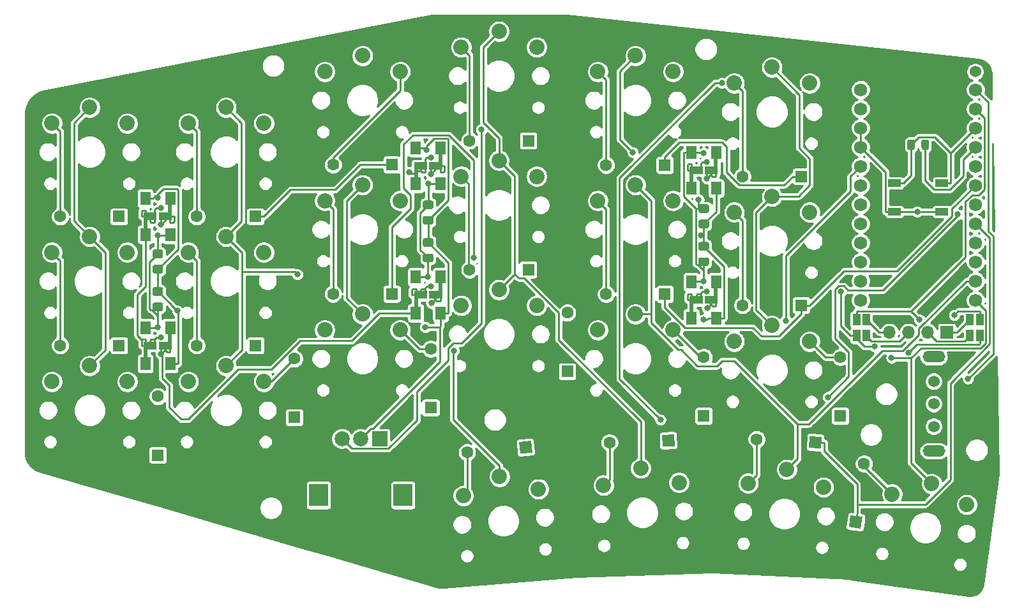
<source format=gbl>
%TF.GenerationSoftware,KiCad,Pcbnew,(5.1.6)-1*%
%TF.CreationDate,2022-08-18T21:09:05-07:00*%
%TF.ProjectId,split-40-final,73706c69-742d-4343-902d-66696e616c2e,rev?*%
%TF.SameCoordinates,Original*%
%TF.FileFunction,Copper,L2,Bot*%
%TF.FilePolarity,Positive*%
%FSLAX46Y46*%
G04 Gerber Fmt 4.6, Leading zero omitted, Abs format (unit mm)*
G04 Created by KiCad (PCBNEW (5.1.6)-1) date 2022-08-18 21:09:05*
%MOMM*%
%LPD*%
G01*
G04 APERTURE LIST*
%TA.AperFunction,ComponentPad*%
%ADD10C,2.032000*%
%TD*%
%TA.AperFunction,ComponentPad*%
%ADD11C,1.752600*%
%TD*%
%TA.AperFunction,ComponentPad*%
%ADD12R,2.500000X3.000000*%
%TD*%
%TA.AperFunction,ComponentPad*%
%ADD13C,2.000000*%
%TD*%
%TA.AperFunction,ComponentPad*%
%ADD14R,2.000000X2.000000*%
%TD*%
%TA.AperFunction,ComponentPad*%
%ADD15O,3.000000X1.524000*%
%TD*%
%TA.AperFunction,ComponentPad*%
%ADD16C,1.524000*%
%TD*%
%TA.AperFunction,ComponentPad*%
%ADD17C,1.600000*%
%TD*%
%TA.AperFunction,ComponentPad*%
%ADD18R,1.600000X1.600000*%
%TD*%
%TA.AperFunction,ComponentPad*%
%ADD19C,0.100000*%
%TD*%
%TA.AperFunction,Conductor*%
%ADD20R,0.500000X1.600000*%
%TD*%
%TA.AperFunction,Conductor*%
%ADD21R,0.500000X3.000000*%
%TD*%
%TA.AperFunction,Conductor*%
%ADD22R,1.700000X1.000000*%
%TD*%
%TA.AperFunction,SMDPad,CuDef*%
%ADD23R,0.500000X1.000000*%
%TD*%
%TA.AperFunction,SMDPad,CuDef*%
%ADD24R,1.400000X1.800000*%
%TD*%
%TA.AperFunction,ComponentPad*%
%ADD25O,1.700000X1.700000*%
%TD*%
%TA.AperFunction,ComponentPad*%
%ADD26R,1.700000X1.700000*%
%TD*%
%TA.AperFunction,SMDPad,CuDef*%
%ADD27R,1.700000X1.000000*%
%TD*%
%TA.AperFunction,SMDPad,CuDef*%
%ADD28R,1.000000X1.500000*%
%TD*%
%TA.AperFunction,ViaPad*%
%ADD29C,0.800000*%
%TD*%
%TA.AperFunction,Conductor*%
%ADD30C,0.250000*%
%TD*%
%TA.AperFunction,NonConductor*%
%ADD31C,0.254000*%
%TD*%
G04 APERTURE END LIST*
D10*
%TO.P,K_W1,2*%
%TO.N,Net-(D_W1-Pad2)*%
X54943800Y-23291000D03*
X64943800Y-23291000D03*
%TO.P,K_W1,1*%
%TO.N,col2*%
X59943800Y-21191000D03*
%TD*%
%TO.P,K_R1,2*%
%TO.N,Net-(D_R1-Pad2)*%
X91138800Y-23291000D03*
X101138800Y-23291000D03*
%TO.P,K_R1,1*%
%TO.N,col4*%
X96138800Y-21191000D03*
%TD*%
%TO.P,K_A1,2*%
%TO.N,Net-(D_A1-Pad2)*%
X36846200Y-47294000D03*
X46846200Y-47294000D03*
%TO.P,K_A1,1*%
%TO.N,col1*%
X41846200Y-45194000D03*
%TD*%
%TO.P,K_B1,2*%
%TO.N,Net-(D_B1-Pad2)*%
X109236000Y-59105000D03*
X119236000Y-59105000D03*
%TO.P,K_B1,1*%
%TO.N,col5*%
X114236000Y-57005000D03*
%TD*%
%TO.P,K_C1,2*%
%TO.N,Net-(D_C1-Pad2)*%
X73041200Y-54342500D03*
X83041200Y-54342500D03*
%TO.P,K_C1,1*%
%TO.N,col3*%
X78041200Y-52242500D03*
%TD*%
%TO.P,K_CAPS1,2*%
%TO.N,Net-(D_CAPS1-Pad2)*%
X18748800Y-47294000D03*
X28748800Y-47294000D03*
%TO.P,K_CAPS1,1*%
%TO.N,col0*%
X23748800Y-45194000D03*
%TD*%
%TO.P,K_D1,2*%
%TO.N,Net-(D_D1-Pad2)*%
X73041200Y-37197500D03*
X83041200Y-37197500D03*
%TO.P,K_D1,1*%
%TO.N,col3*%
X78041200Y-35097500D03*
%TD*%
%TO.P,K_E1,2*%
%TO.N,Net-(D_E1-Pad2)*%
X73041200Y-20052500D03*
X83041200Y-20052500D03*
%TO.P,K_E1,1*%
%TO.N,col3*%
X78041200Y-17952500D03*
%TD*%
%TO.P,K_F1,2*%
%TO.N,Net-(D_F1-Pad2)*%
X91138800Y-40436000D03*
X101138800Y-40436000D03*
%TO.P,K_F1,1*%
%TO.N,col4*%
X96138800Y-38336000D03*
%TD*%
%TO.P,K_G1,2*%
%TO.N,Net-(D_G1-Pad2)*%
X109236000Y-41960000D03*
X119236000Y-41960000D03*
%TO.P,K_G1,1*%
%TO.N,col5*%
X114236000Y-39860000D03*
%TD*%
%TO.P,K_INNER1,2*%
%TO.N,Net-(D_INNER1-Pad2)*%
X73317835Y-79590239D03*
X83279782Y-78718681D03*
%TO.P,K_INNER1,1*%
%TO.N,col2*%
X78115781Y-77062451D03*
%TD*%
%TO.P,K_OUTER1,2*%
%TO.N,Net-(D_OUTER1-Pad2)*%
X130177517Y-79371116D03*
X140080198Y-80762847D03*
%TO.P,K_OUTER1,1*%
%TO.N,col5*%
X135421121Y-77987418D03*
%TD*%
%TO.P,K_Q1,2*%
%TO.N,Net-(D_Q1-Pad2)*%
X36846200Y-30149000D03*
X46846200Y-30149000D03*
%TO.P,K_Q1,1*%
%TO.N,col1*%
X41846200Y-28049000D03*
%TD*%
%TO.P,K_S1,2*%
%TO.N,Net-(D_S1-Pad2)*%
X54943800Y-40436000D03*
X64943800Y-40436000D03*
%TO.P,K_S1,1*%
%TO.N,col2*%
X59943800Y-38336000D03*
%TD*%
%TO.P,K_SHIFT1,2*%
%TO.N,Net-(D_SHIFT1-Pad2)*%
X18748800Y-64439000D03*
X28748800Y-64439000D03*
%TO.P,K_SHIFT1,1*%
%TO.N,col0*%
X23748800Y-62339000D03*
%TD*%
%TO.P,K_T1,2*%
%TO.N,Net-(D_T1-Pad2)*%
X109236000Y-24815000D03*
X119236000Y-24815000D03*
%TO.P,K_T1,1*%
%TO.N,col5*%
X114236000Y-22715000D03*
%TD*%
%TO.P,K_TAB1,2*%
%TO.N,Net-(D_TAB1-Pad2)*%
X18748800Y-30149000D03*
X28748800Y-30149000D03*
%TO.P,K_TAB1,1*%
%TO.N,col0*%
X23748800Y-28049000D03*
%TD*%
%TO.P,K_THUMB1,2*%
%TO.N,Net-(D_THUMB1-Pad2)*%
X91920428Y-78206812D03*
X101914336Y-77857817D03*
%TO.P,K_THUMB1,1*%
%TO.N,col3*%
X96844093Y-75933594D03*
%TD*%
%TO.P,K_THUMB2,2*%
%TO.N,Net-(D_THUMB2-Pad2)*%
X111095729Y-77943528D03*
X121082024Y-78466888D03*
%TO.P,K_THUMB2,1*%
%TO.N,col4*%
X116198782Y-76108086D03*
%TD*%
%TO.P,K_V1,2*%
%TO.N,Net-(D_V1-Pad2)*%
X91138800Y-57581000D03*
X101138800Y-57581000D03*
%TO.P,K_V1,1*%
%TO.N,col4*%
X96138800Y-55481000D03*
%TD*%
%TO.P,K_X1,2*%
%TO.N,Net-(D_X1-Pad2)*%
X54943800Y-57581000D03*
X64943800Y-57581000D03*
%TO.P,K_X1,1*%
%TO.N,col2*%
X59943800Y-55481000D03*
%TD*%
%TO.P,K_Z1,2*%
%TO.N,Net-(D_Z1-Pad2)*%
X36846200Y-64439000D03*
X46846200Y-64439000D03*
%TO.P,K_Z1,1*%
%TO.N,col1*%
X41846200Y-62339000D03*
%TD*%
D11*
%TO.P,U1,24*%
%TO.N,Net-(SW2-Pad1)*%
X141250000Y-25690000D03*
%TO.P,U1,12*%
%TO.N,col1*%
X126010000Y-53630000D03*
%TO.P,U1,23*%
%TO.N,GND*%
X141250000Y-28230000D03*
%TO.P,U1,22*%
%TO.N,Net-(R1-Pad2)*%
X141250000Y-30770000D03*
%TO.P,U1,21*%
%TO.N,VCC*%
X141250000Y-33310000D03*
%TO.P,U1,20*%
%TO.N,row0*%
X141250000Y-35850000D03*
%TO.P,U1,19*%
%TO.N,row1*%
X141250000Y-38390000D03*
%TO.P,U1,18*%
%TO.N,row2*%
X141250000Y-40930000D03*
%TO.P,U1,17*%
%TO.N,row3*%
X141250000Y-43470000D03*
%TO.P,U1,16*%
%TO.N,col2*%
X141250000Y-46010000D03*
%TO.P,U1,15*%
%TO.N,col3*%
X141250000Y-48550000D03*
%TO.P,U1,14*%
%TO.N,col4*%
X141250000Y-51090000D03*
%TO.P,U1,13*%
%TO.N,col5*%
X141250000Y-53630000D03*
%TO.P,U1,11*%
%TO.N,col0*%
X126010000Y-51090000D03*
%TO.P,U1,10*%
%TO.N,Net-(U1-Pad10)*%
X126010000Y-48550000D03*
%TO.P,U1,9*%
%TO.N,Net-(U1-Pad9)*%
X126010000Y-46010000D03*
%TO.P,U1,8*%
%TO.N,Net-(U1-Pad8)*%
X126010000Y-43470000D03*
%TO.P,U1,7*%
%TO.N,led*%
X126010000Y-40930000D03*
%TO.P,U1,6*%
%TO.N,SDA*%
X126010000Y-38390000D03*
%TO.P,U1,5*%
%TO.N,SCL*%
X126010000Y-35850000D03*
%TO.P,U1,4*%
%TO.N,GND*%
X126010000Y-33310000D03*
%TO.P,U1,3*%
X126010000Y-30770000D03*
%TO.P,U1,2*%
%TO.N,encB*%
X126010000Y-28230000D03*
%TO.P,U1,1*%
%TO.N,encA*%
X126010000Y-25690000D03*
%TD*%
D12*
%TO.P,SW3,MP*%
%TO.N,N/C*%
X54120000Y-79520000D03*
X65320000Y-79520000D03*
D13*
%TO.P,SW3,B*%
%TO.N,encB*%
X57220000Y-72020000D03*
%TO.P,SW3,C*%
%TO.N,GND*%
X59720000Y-72020000D03*
D14*
%TO.P,SW3,A*%
%TO.N,encA*%
X62220000Y-72020000D03*
%TD*%
D15*
%TO.P,SW2,5*%
%TO.N,N/C*%
X135700000Y-73650000D03*
%TO.P,SW2,4*%
X135700000Y-61150000D03*
D16*
%TO.P,SW2,1*%
%TO.N,Net-(SW2-Pad1)*%
X135700000Y-64400000D03*
%TO.P,SW2,3*%
%TO.N,Net-(SW2-Pad3)*%
X135700000Y-70400000D03*
%TO.P,SW2,2*%
%TO.N,battery*%
X135700000Y-67400000D03*
%TD*%
D17*
%TO.P,D_Z1,2*%
%TO.N,Net-(D_Z1-Pad2)*%
X50900000Y-61400000D03*
D18*
%TO.P,D_Z1,1*%
%TO.N,row2*%
X50900000Y-69200000D03*
%TD*%
D17*
%TO.P,D_X1,2*%
%TO.N,Net-(D_X1-Pad2)*%
X69000000Y-60100000D03*
D18*
%TO.P,D_X1,1*%
%TO.N,row2*%
X69000000Y-67900000D03*
%TD*%
D17*
%TO.P,D_W1,2*%
%TO.N,Net-(D_W1-Pad2)*%
X56043800Y-35650000D03*
D18*
%TO.P,D_W1,1*%
%TO.N,row0*%
X63843800Y-35650000D03*
%TD*%
D17*
%TO.P,D_V1,2*%
%TO.N,Net-(D_V1-Pad2)*%
X105200000Y-61200000D03*
D18*
%TO.P,D_V1,1*%
%TO.N,row2*%
X105200000Y-69000000D03*
%TD*%
D17*
%TO.P,D_THUMB2,2*%
%TO.N,Net-(D_THUMB2-Pad2)*%
X112205345Y-72095890D03*
%TA.AperFunction,ComponentPad*%
D19*
%TO.P,D_THUMB2,1*%
%TO.N,row3*%
G36*
X120835427Y-71747075D02*
G01*
X120751690Y-73344882D01*
X119153883Y-73261145D01*
X119237620Y-71663338D01*
X120835427Y-71747075D01*
G37*
%TD.AperFunction*%
%TD*%
D17*
%TO.P,D_THUMB1,2*%
%TO.N,Net-(D_THUMB1-Pad2)*%
X92702376Y-72536108D03*
%TA.AperFunction,ComponentPad*%
D19*
%TO.P,D_THUMB1,1*%
%TO.N,row3*%
G36*
X101269217Y-71436460D02*
G01*
X101325056Y-73035485D01*
X99726031Y-73091324D01*
X99670192Y-71492299D01*
X101269217Y-71436460D01*
G37*
%TD.AperFunction*%
%TD*%
D17*
%TO.P,D_TAB1,2*%
%TO.N,Net-(D_TAB1-Pad2)*%
X19848800Y-42530000D03*
D18*
%TO.P,D_TAB1,1*%
%TO.N,row0*%
X27648800Y-42530000D03*
%TD*%
D17*
%TO.P,D_T1,2*%
%TO.N,Net-(D_T1-Pad2)*%
X110336000Y-37200000D03*
D18*
%TO.P,D_T1,1*%
%TO.N,row0*%
X118136000Y-37200000D03*
%TD*%
D17*
%TO.P,D_SHIFT1,2*%
%TO.N,Net-(D_SHIFT1-Pad2)*%
X32800000Y-66400000D03*
D18*
%TO.P,D_SHIFT1,1*%
%TO.N,row2*%
X32800000Y-74200000D03*
%TD*%
D17*
%TO.P,D_S1,2*%
%TO.N,Net-(D_S1-Pad2)*%
X56043800Y-52800000D03*
D18*
%TO.P,D_S1,1*%
%TO.N,row1*%
X63843800Y-52800000D03*
%TD*%
D17*
%TO.P,D_R1,2*%
%TO.N,Net-(D_R1-Pad2)*%
X92238800Y-35700000D03*
D18*
%TO.P,D_R1,1*%
%TO.N,row0*%
X100038800Y-35700000D03*
%TD*%
D17*
%TO.P,D_Q1,2*%
%TO.N,Net-(D_Q1-Pad2)*%
X37946200Y-42530000D03*
D18*
%TO.P,D_Q1,1*%
%TO.N,row0*%
X45746200Y-42530000D03*
%TD*%
D17*
%TO.P,D_INNER1,2*%
%TO.N,Net-(D_INNER1-Pad2)*%
X73814841Y-73839907D03*
%TA.AperFunction,ComponentPad*%
D19*
%TO.P,D_INNER1,1*%
%TO.N,row3*%
G36*
X82312390Y-72293413D02*
G01*
X82451839Y-73887324D01*
X80857928Y-74026773D01*
X80718479Y-72432862D01*
X82312390Y-72293413D01*
G37*
%TD.AperFunction*%
%TD*%
D17*
%TO.P,D_G1,2*%
%TO.N,Net-(D_G1-Pad2)*%
X110336000Y-54300000D03*
D18*
%TO.P,D_G1,1*%
%TO.N,row1*%
X118136000Y-54300000D03*
%TD*%
D17*
%TO.P,D_F1,2*%
%TO.N,Net-(D_F1-Pad2)*%
X92238800Y-52830000D03*
D18*
%TO.P,D_F1,1*%
%TO.N,row1*%
X100038800Y-52830000D03*
%TD*%
D17*
%TO.P,D_E1,2*%
%TO.N,Net-(D_E1-Pad2)*%
X74141200Y-32460000D03*
D18*
%TO.P,D_E1,1*%
%TO.N,row0*%
X81941200Y-32460000D03*
%TD*%
D17*
%TO.P,D_CAPS1,2*%
%TO.N,Net-(D_CAPS1-Pad2)*%
X19848800Y-59640000D03*
D18*
%TO.P,D_CAPS1,1*%
%TO.N,row1*%
X27648800Y-59640000D03*
%TD*%
D17*
%TO.P,D_C1,2*%
%TO.N,Net-(D_C1-Pad2)*%
X87100000Y-55300000D03*
D18*
%TO.P,D_C1,1*%
%TO.N,row2*%
X87100000Y-63100000D03*
%TD*%
D17*
%TO.P,D_B1,2*%
%TO.N,Net-(D_B1-Pad2)*%
X123300000Y-61200000D03*
D18*
%TO.P,D_B1,1*%
%TO.N,row2*%
X123300000Y-69000000D03*
%TD*%
D17*
%TO.P,D_A1,2*%
%TO.N,Net-(D_A1-Pad2)*%
X37946200Y-59640000D03*
D18*
%TO.P,D_A1,1*%
%TO.N,row1*%
X45746200Y-59640000D03*
%TD*%
D17*
%TO.P,D_D1,2*%
%TO.N,Net-(D_D1-Pad2)*%
X74141200Y-49580000D03*
D18*
%TO.P,D_D1,1*%
%TO.N,row1*%
X81941200Y-49580000D03*
%TD*%
D17*
%TO.P,D_OUTER1,2*%
%TO.N,Net-(D_OUTER1-Pad2)*%
X126442775Y-75337955D03*
%TA.AperFunction,ComponentPad*%
D19*
%TO.P,D_OUTER1,1*%
%TO.N,row3*%
G36*
X126038101Y-83965598D02*
G01*
X124453672Y-83742921D01*
X124676349Y-82158492D01*
X126260778Y-82381169D01*
X126038101Y-83965598D01*
G37*
%TD.AperFunction*%
%TD*%
D20*
%TO.N,Net-(D1-Pad2)*%
%TO.C,D1*%
X106800000Y-36090000D03*
D21*
X106800000Y-35390000D03*
D22*
X106200000Y-36390000D03*
%TO.N,led*%
X104200000Y-36390000D03*
D21*
X103600000Y-37390000D03*
D20*
X103600000Y-36690000D03*
D23*
%TD*%
%TO.P,D1,2*%
%TO.N,Net-(D1-Pad2)*%
X105600000Y-36390000D03*
D24*
%TO.P,D1,1*%
%TO.N,VCC*%
X103550000Y-33990000D03*
%TO.P,D1,2*%
%TO.N,Net-(D1-Pad2)*%
X106850000Y-33990000D03*
%TO.P,D1,4*%
%TO.N,led*%
X103550000Y-38790000D03*
%TO.P,D1,3*%
%TO.N,GND*%
X106850000Y-38790000D03*
D23*
%TO.P,D1,4*%
%TO.N,led*%
X104800000Y-36390000D03*
%TD*%
D24*
%TO.P,D2,3*%
%TO.N,GND*%
X67000000Y-33390000D03*
%TO.P,D2,1*%
%TO.N,VCC*%
X70300000Y-38190000D03*
%TO.P,D2,2*%
%TO.N,Net-(D2-Pad2)*%
X67000000Y-38190000D03*
D23*
X68250000Y-35790000D03*
%TO.P,D2,4*%
%TO.N,Net-(D1-Pad2)*%
X69050000Y-35790000D03*
D20*
%TD*%
%TO.N,Net-(D2-Pad2)*%
%TO.C,D2*%
X67050000Y-36090000D03*
D24*
%TO.P,D2,4*%
%TO.N,Net-(D1-Pad2)*%
X70300000Y-33390000D03*
D21*
%TD*%
%TO.N,Net-(D1-Pad2)*%
%TO.C,D2*%
X70250000Y-34790000D03*
%TO.N,Net-(D2-Pad2)*%
%TO.C,D2*%
X67050000Y-36790000D03*
D20*
%TO.N,Net-(D1-Pad2)*%
X70250000Y-35490000D03*
D22*
%TO.N,Net-(D2-Pad2)*%
X67650000Y-35790000D03*
%TO.N,Net-(D1-Pad2)*%
X69650000Y-35790000D03*
%TD*%
D24*
%TO.P,D3,3*%
%TO.N,GND*%
X31150000Y-40120000D03*
%TO.P,D3,1*%
%TO.N,VCC*%
X34450000Y-44920000D03*
%TO.P,D3,2*%
%TO.N,Net-(D3-Pad2)*%
X31150000Y-44920000D03*
D23*
X32400000Y-42520000D03*
%TO.P,D3,4*%
%TO.N,Net-(D2-Pad2)*%
X33200000Y-42520000D03*
D20*
%TD*%
%TO.N,Net-(D3-Pad2)*%
%TO.C,D3*%
X31200000Y-42820000D03*
D24*
%TO.P,D3,4*%
%TO.N,Net-(D2-Pad2)*%
X34450000Y-40120000D03*
D21*
%TD*%
%TO.N,Net-(D2-Pad2)*%
%TO.C,D3*%
X34400000Y-41520000D03*
%TO.N,Net-(D3-Pad2)*%
%TO.C,D3*%
X31200000Y-43520000D03*
D20*
%TO.N,Net-(D2-Pad2)*%
X34400000Y-42220000D03*
D22*
%TO.N,Net-(D3-Pad2)*%
X31800000Y-42520000D03*
%TO.N,Net-(D2-Pad2)*%
X33800000Y-42520000D03*
%TD*%
D24*
%TO.P,D4,3*%
%TO.N,GND*%
X34450000Y-62070000D03*
%TO.P,D4,1*%
%TO.N,VCC*%
X31150000Y-57270000D03*
%TO.P,D4,2*%
%TO.N,Net-(D4-Pad2)*%
X34450000Y-57270000D03*
D23*
X33200000Y-59670000D03*
%TO.P,D4,4*%
%TO.N,Net-(D3-Pad2)*%
X32400000Y-59670000D03*
D20*
%TD*%
%TO.N,Net-(D4-Pad2)*%
%TO.C,D4*%
X34400000Y-59370000D03*
D24*
%TO.P,D4,4*%
%TO.N,Net-(D3-Pad2)*%
X31150000Y-62070000D03*
D21*
%TD*%
%TO.N,Net-(D3-Pad2)*%
%TO.C,D4*%
X31200000Y-60670000D03*
%TO.N,Net-(D4-Pad2)*%
%TO.C,D4*%
X34400000Y-58670000D03*
D20*
%TO.N,Net-(D3-Pad2)*%
X31200000Y-59970000D03*
D22*
%TO.N,Net-(D4-Pad2)*%
X33800000Y-59670000D03*
%TO.N,Net-(D3-Pad2)*%
X31800000Y-59670000D03*
%TD*%
D24*
%TO.P,D5,3*%
%TO.N,GND*%
X70300000Y-55340000D03*
%TO.P,D5,1*%
%TO.N,VCC*%
X67000000Y-50540000D03*
%TO.P,D5,2*%
%TO.N,Net-(D5-Pad2)*%
X70300000Y-50540000D03*
D23*
X69050000Y-52940000D03*
%TO.P,D5,4*%
%TO.N,Net-(D4-Pad2)*%
X68250000Y-52940000D03*
D20*
%TD*%
%TO.N,Net-(D5-Pad2)*%
%TO.C,D5*%
X70250000Y-52640000D03*
D24*
%TO.P,D5,4*%
%TO.N,Net-(D4-Pad2)*%
X67000000Y-55340000D03*
D21*
%TD*%
%TO.N,Net-(D4-Pad2)*%
%TO.C,D5*%
X67050000Y-53940000D03*
%TO.N,Net-(D5-Pad2)*%
%TO.C,D5*%
X70250000Y-51940000D03*
D20*
%TO.N,Net-(D4-Pad2)*%
X67050000Y-53240000D03*
D22*
%TO.N,Net-(D5-Pad2)*%
X69650000Y-52940000D03*
%TO.N,Net-(D4-Pad2)*%
X67650000Y-52940000D03*
%TD*%
D24*
%TO.P,D6,3*%
%TO.N,GND*%
X106850000Y-56020000D03*
%TO.P,D6,1*%
%TO.N,VCC*%
X103550000Y-51220000D03*
%TO.P,D6,2*%
%TO.N,Net-(D6-Pad2)*%
X106850000Y-51220000D03*
D23*
X105600000Y-53620000D03*
%TO.P,D6,4*%
%TO.N,Net-(D5-Pad2)*%
X104800000Y-53620000D03*
D20*
%TD*%
%TO.N,Net-(D6-Pad2)*%
%TO.C,D6*%
X106800000Y-53320000D03*
D24*
%TO.P,D6,4*%
%TO.N,Net-(D5-Pad2)*%
X103550000Y-56020000D03*
D21*
%TD*%
%TO.N,Net-(D5-Pad2)*%
%TO.C,D6*%
X103600000Y-54620000D03*
%TO.N,Net-(D6-Pad2)*%
%TO.C,D6*%
X106800000Y-52620000D03*
D20*
%TO.N,Net-(D5-Pad2)*%
X103600000Y-53920000D03*
D22*
%TO.N,Net-(D6-Pad2)*%
X106200000Y-53620000D03*
%TO.N,Net-(D5-Pad2)*%
X104200000Y-53620000D03*
%TD*%
D25*
%TO.P,L1,4*%
%TO.N,Net-(JP_B_GND1-Pad1)*%
X129820000Y-57900000D03*
%TO.P,L1,3*%
%TO.N,Net-(JP_B_VCC1-Pad1)*%
X132360000Y-57900000D03*
%TO.P,L1,2*%
%TO.N,Net-(JP_B_SCL1-Pad1)*%
X134900000Y-57900000D03*
D26*
%TO.P,L1,1*%
%TO.N,Net-(JP_B_SDA1-Pad1)*%
X137440000Y-57900000D03*
%TD*%
%TO.P,C3,1*%
%TO.N,VCC*%
%TA.AperFunction,SMDPad,CuDef*%
G36*
G01*
X32349999Y-46900000D02*
X33250001Y-46900000D01*
G75*
G02*
X33500000Y-47149999I0J-249999D01*
G01*
X33500000Y-47800001D01*
G75*
G02*
X33250001Y-48050000I-249999J0D01*
G01*
X32349999Y-48050000D01*
G75*
G02*
X32100000Y-47800001I0J249999D01*
G01*
X32100000Y-47149999D01*
G75*
G02*
X32349999Y-46900000I249999J0D01*
G01*
G37*
%TD.AperFunction*%
%TO.P,C3,2*%
%TO.N,GND*%
%TA.AperFunction,SMDPad,CuDef*%
G36*
G01*
X32349999Y-48950000D02*
X33250001Y-48950000D01*
G75*
G02*
X33500000Y-49199999I0J-249999D01*
G01*
X33500000Y-49850001D01*
G75*
G02*
X33250001Y-50100000I-249999J0D01*
G01*
X32349999Y-50100000D01*
G75*
G02*
X32100000Y-49850001I0J249999D01*
G01*
X32100000Y-49199999D01*
G75*
G02*
X32349999Y-48950000I249999J0D01*
G01*
G37*
%TD.AperFunction*%
%TD*%
%TO.P,C1,1*%
%TO.N,VCC*%
%TA.AperFunction,SMDPad,CuDef*%
G36*
G01*
X104749999Y-40900000D02*
X105650001Y-40900000D01*
G75*
G02*
X105900000Y-41149999I0J-249999D01*
G01*
X105900000Y-41800001D01*
G75*
G02*
X105650001Y-42050000I-249999J0D01*
G01*
X104749999Y-42050000D01*
G75*
G02*
X104500000Y-41800001I0J249999D01*
G01*
X104500000Y-41149999D01*
G75*
G02*
X104749999Y-40900000I249999J0D01*
G01*
G37*
%TD.AperFunction*%
%TO.P,C1,2*%
%TO.N,GND*%
%TA.AperFunction,SMDPad,CuDef*%
G36*
G01*
X104749999Y-42950000D02*
X105650001Y-42950000D01*
G75*
G02*
X105900000Y-43199999I0J-249999D01*
G01*
X105900000Y-43850001D01*
G75*
G02*
X105650001Y-44100000I-249999J0D01*
G01*
X104749999Y-44100000D01*
G75*
G02*
X104500000Y-43850001I0J249999D01*
G01*
X104500000Y-43199999D01*
G75*
G02*
X104749999Y-42950000I249999J0D01*
G01*
G37*
%TD.AperFunction*%
%TD*%
%TO.P,C2,1*%
%TO.N,VCC*%
%TA.AperFunction,SMDPad,CuDef*%
G36*
G01*
X68199999Y-40400000D02*
X69100001Y-40400000D01*
G75*
G02*
X69350000Y-40649999I0J-249999D01*
G01*
X69350000Y-41300001D01*
G75*
G02*
X69100001Y-41550000I-249999J0D01*
G01*
X68199999Y-41550000D01*
G75*
G02*
X67950000Y-41300001I0J249999D01*
G01*
X67950000Y-40649999D01*
G75*
G02*
X68199999Y-40400000I249999J0D01*
G01*
G37*
%TD.AperFunction*%
%TO.P,C2,2*%
%TO.N,GND*%
%TA.AperFunction,SMDPad,CuDef*%
G36*
G01*
X68199999Y-42450000D02*
X69100001Y-42450000D01*
G75*
G02*
X69350000Y-42699999I0J-249999D01*
G01*
X69350000Y-43350001D01*
G75*
G02*
X69100001Y-43600000I-249999J0D01*
G01*
X68199999Y-43600000D01*
G75*
G02*
X67950000Y-43350001I0J249999D01*
G01*
X67950000Y-42699999D01*
G75*
G02*
X68199999Y-42450000I249999J0D01*
G01*
G37*
%TD.AperFunction*%
%TD*%
%TO.P,C4,1*%
%TO.N,VCC*%
%TA.AperFunction,SMDPad,CuDef*%
G36*
G01*
X33250001Y-55100000D02*
X32349999Y-55100000D01*
G75*
G02*
X32100000Y-54850001I0J249999D01*
G01*
X32100000Y-54199999D01*
G75*
G02*
X32349999Y-53950000I249999J0D01*
G01*
X33250001Y-53950000D01*
G75*
G02*
X33500000Y-54199999I0J-249999D01*
G01*
X33500000Y-54850001D01*
G75*
G02*
X33250001Y-55100000I-249999J0D01*
G01*
G37*
%TD.AperFunction*%
%TO.P,C4,2*%
%TO.N,GND*%
%TA.AperFunction,SMDPad,CuDef*%
G36*
G01*
X33250001Y-53050000D02*
X32349999Y-53050000D01*
G75*
G02*
X32100000Y-52800001I0J249999D01*
G01*
X32100000Y-52149999D01*
G75*
G02*
X32349999Y-51900000I249999J0D01*
G01*
X33250001Y-51900000D01*
G75*
G02*
X33500000Y-52149999I0J-249999D01*
G01*
X33500000Y-52800001D01*
G75*
G02*
X33250001Y-53050000I-249999J0D01*
G01*
G37*
%TD.AperFunction*%
%TD*%
%TO.P,C5,1*%
%TO.N,VCC*%
%TA.AperFunction,SMDPad,CuDef*%
G36*
G01*
X69100001Y-48600000D02*
X68199999Y-48600000D01*
G75*
G02*
X67950000Y-48350001I0J249999D01*
G01*
X67950000Y-47699999D01*
G75*
G02*
X68199999Y-47450000I249999J0D01*
G01*
X69100001Y-47450000D01*
G75*
G02*
X69350000Y-47699999I0J-249999D01*
G01*
X69350000Y-48350001D01*
G75*
G02*
X69100001Y-48600000I-249999J0D01*
G01*
G37*
%TD.AperFunction*%
%TO.P,C5,2*%
%TO.N,GND*%
%TA.AperFunction,SMDPad,CuDef*%
G36*
G01*
X69100001Y-46550000D02*
X68199999Y-46550000D01*
G75*
G02*
X67950000Y-46300001I0J249999D01*
G01*
X67950000Y-45649999D01*
G75*
G02*
X68199999Y-45400000I249999J0D01*
G01*
X69100001Y-45400000D01*
G75*
G02*
X69350000Y-45649999I0J-249999D01*
G01*
X69350000Y-46300001D01*
G75*
G02*
X69100001Y-46550000I-249999J0D01*
G01*
G37*
%TD.AperFunction*%
%TD*%
%TO.P,C6,1*%
%TO.N,VCC*%
%TA.AperFunction,SMDPad,CuDef*%
G36*
G01*
X105650001Y-49100000D02*
X104749999Y-49100000D01*
G75*
G02*
X104500000Y-48850001I0J249999D01*
G01*
X104500000Y-48199999D01*
G75*
G02*
X104749999Y-47950000I249999J0D01*
G01*
X105650001Y-47950000D01*
G75*
G02*
X105900000Y-48199999I0J-249999D01*
G01*
X105900000Y-48850001D01*
G75*
G02*
X105650001Y-49100000I-249999J0D01*
G01*
G37*
%TD.AperFunction*%
%TO.P,C6,2*%
%TO.N,GND*%
%TA.AperFunction,SMDPad,CuDef*%
G36*
G01*
X105650001Y-47050000D02*
X104749999Y-47050000D01*
G75*
G02*
X104500000Y-46800001I0J249999D01*
G01*
X104500000Y-46149999D01*
G75*
G02*
X104749999Y-45900000I249999J0D01*
G01*
X105650001Y-45900000D01*
G75*
G02*
X105900000Y-46149999I0J-249999D01*
G01*
X105900000Y-46800001D01*
G75*
G02*
X105650001Y-47050000I-249999J0D01*
G01*
G37*
%TD.AperFunction*%
%TD*%
%TO.P,R1,1*%
%TO.N,VCC*%
%TA.AperFunction,SMDPad,CuDef*%
G36*
G01*
X135055000Y-32543750D02*
X135055000Y-33456250D01*
G75*
G02*
X134811250Y-33700000I-243750J0D01*
G01*
X134323750Y-33700000D01*
G75*
G02*
X134080000Y-33456250I0J243750D01*
G01*
X134080000Y-32543750D01*
G75*
G02*
X134323750Y-32300000I243750J0D01*
G01*
X134811250Y-32300000D01*
G75*
G02*
X135055000Y-32543750I0J-243750D01*
G01*
G37*
%TD.AperFunction*%
%TO.P,R1,2*%
%TO.N,Net-(R1-Pad2)*%
%TA.AperFunction,SMDPad,CuDef*%
G36*
G01*
X133180000Y-32543750D02*
X133180000Y-33456250D01*
G75*
G02*
X132936250Y-33700000I-243750J0D01*
G01*
X132448750Y-33700000D01*
G75*
G02*
X132205000Y-33456250I0J243750D01*
G01*
X132205000Y-32543750D01*
G75*
G02*
X132448750Y-32300000I243750J0D01*
G01*
X132936250Y-32300000D01*
G75*
G02*
X133180000Y-32543750I0J-243750D01*
G01*
G37*
%TD.AperFunction*%
%TD*%
D16*
%TO.P,BATT,1*%
%TO.N,battery*%
X141200000Y-23300000D03*
%TD*%
D27*
%TO.P,SW1,1*%
%TO.N,GND*%
X130480000Y-41900000D03*
X136780000Y-41900000D03*
%TO.P,SW1,2*%
%TO.N,Net-(R1-Pad2)*%
X130480000Y-38100000D03*
X136780000Y-38100000D03*
%TD*%
D28*
%TO.P,JP_B_GND1,2*%
%TO.N,GND*%
X125460000Y-56190000D03*
%TO.P,JP_B_GND1,1*%
%TO.N,Net-(JP_B_GND1-Pad1)*%
X126760000Y-56190000D03*
%TD*%
%TO.P,JP_B_SCL1,1*%
%TO.N,Net-(JP_B_SCL1-Pad1)*%
X140500000Y-58360000D03*
%TO.P,JP_B_SCL1,2*%
%TO.N,SCL*%
X141800000Y-58360000D03*
%TD*%
%TO.P,JP_B_SDA1,2*%
%TO.N,SDA*%
X141800000Y-56190000D03*
%TO.P,JP_B_SDA1,1*%
%TO.N,Net-(JP_B_SDA1-Pad1)*%
X140500000Y-56190000D03*
%TD*%
%TO.P,JP_B_VCC1,1*%
%TO.N,Net-(JP_B_VCC1-Pad1)*%
X126760000Y-58360000D03*
%TO.P,JP_B_VCC1,2*%
%TO.N,VCC*%
X125460000Y-58360000D03*
%TD*%
D29*
%TO.N,row1*%
X74710700Y-47999700D03*
%TO.N,row2*%
X121679000Y-66498100D03*
X138854300Y-42257900D03*
%TO.N,col1*%
X51320000Y-50219500D03*
%TO.N,col5*%
X130100000Y-61318903D03*
%TO.N,col4*%
X95800000Y-34000000D03*
%TO.N,col2*%
X72099200Y-60315300D03*
%TO.N,VCC*%
X127850500Y-59801800D03*
X123367700Y-52508900D03*
X104530600Y-40294500D03*
X105200000Y-51100000D03*
X105200000Y-34100000D03*
X68700000Y-38200000D03*
X68560000Y-50540000D03*
X32800000Y-57200000D03*
X32800000Y-45000000D03*
%TO.N,GND*%
X35383500Y-55056400D03*
X68271100Y-57232600D03*
X133759500Y-56177800D03*
X32800000Y-40015100D03*
X105165900Y-56233600D03*
X104842400Y-45000000D03*
X68418300Y-33724000D03*
X133500000Y-41900000D03*
%TO.N,Net-(D1-Pad2)*%
X105600000Y-37490000D03*
X69000000Y-36890000D03*
%TO.N,Net-(D2-Pad2)*%
X66130100Y-36651900D03*
X33200000Y-43620000D03*
X69000000Y-34690000D03*
%TO.N,Net-(D3-Pad2)*%
X33200000Y-58570000D03*
X33200000Y-41420000D03*
%TO.N,Net-(D4-Pad2)*%
X69000000Y-51840000D03*
X33203600Y-60770000D03*
%TO.N,Net-(D5-Pad2)*%
X105600000Y-52520000D03*
X69071500Y-54040000D03*
%TO.N,Net-(D6-Pad2)*%
X105644000Y-54720000D03*
%TO.N,Net-(SW2-Pad1)*%
X140253500Y-64053500D03*
%TO.N,SDA*%
X138426400Y-55595200D03*
%TO.N,SCL*%
X116086200Y-56334400D03*
X132367103Y-60593903D03*
%TO.N,encB*%
X75698100Y-30986900D03*
%TO.N,encA*%
X99458800Y-69526500D03*
X107592500Y-24776300D03*
%TO.N,led*%
X105600000Y-35290000D03*
%TD*%
D30*
%TO.N,row1*%
X141250000Y-38390000D02*
X138129000Y-41511000D01*
X138129000Y-41511000D02*
X138129000Y-42462600D01*
X138129000Y-42462600D02*
X130810800Y-49780800D01*
X130810800Y-49780800D02*
X123780500Y-49780800D01*
X123780500Y-49780800D02*
X119261300Y-54300000D01*
X74710700Y-47999700D02*
X74710700Y-35033200D01*
X74710700Y-35033200D02*
X71371400Y-31693900D01*
X71371400Y-31693900D02*
X66635000Y-31693900D01*
X66635000Y-31693900D02*
X65388700Y-32940200D01*
X65388700Y-32940200D02*
X65388700Y-38744200D01*
X65388700Y-38744200D02*
X66325700Y-39681200D01*
X66325700Y-39681200D02*
X66325700Y-41441800D01*
X66325700Y-41441800D02*
X63843800Y-43923700D01*
X63843800Y-43923700D02*
X63843800Y-52800000D01*
X118136000Y-54300000D02*
X119261300Y-54300000D01*
X118136000Y-54300000D02*
X118136000Y-55425300D01*
X118136000Y-55425300D02*
X115162400Y-58398900D01*
X115162400Y-58398900D02*
X112843400Y-58398900D01*
X112843400Y-58398900D02*
X111711700Y-57267200D01*
X111711700Y-57267200D02*
X102722100Y-57267200D01*
X102722100Y-57267200D02*
X100038800Y-54583900D01*
X100038800Y-54583900D02*
X100038800Y-52830000D01*
%TO.N,Net-(D_A1-Pad2)*%
X36846200Y-47294000D02*
X37946200Y-48394000D01*
X37946200Y-48394000D02*
X37946200Y-59640000D01*
%TO.N,Net-(D_B1-Pad2)*%
X119236000Y-59105000D02*
X121331000Y-61200000D01*
X121331000Y-61200000D02*
X123300000Y-61200000D01*
%TO.N,row2*%
X138854300Y-42257900D02*
X138854300Y-42430200D01*
X138854300Y-42430200D02*
X128976000Y-52308500D01*
X128976000Y-52308500D02*
X124334400Y-52308500D01*
X124334400Y-52308500D02*
X123785400Y-51759500D01*
X123785400Y-51759500D02*
X123083700Y-51759500D01*
X123083700Y-51759500D02*
X122638300Y-52204900D01*
X122638300Y-52204900D02*
X122638300Y-58740100D01*
X122638300Y-58740100D02*
X124425400Y-60527200D01*
X124425400Y-60527200D02*
X124425400Y-63751700D01*
X124425400Y-63751700D02*
X121679000Y-66498100D01*
%TO.N,Net-(D_CAPS1-Pad2)*%
X18748800Y-47294000D02*
X19848800Y-48394000D01*
X19848800Y-48394000D02*
X19848800Y-59640000D01*
%TO.N,Net-(D_D1-Pad2)*%
X73041200Y-37197500D02*
X73985400Y-38141700D01*
X73985400Y-38141700D02*
X73985400Y-49424200D01*
X73985400Y-49424200D02*
X74141200Y-49580000D01*
%TO.N,Net-(D_E1-Pad2)*%
X73041200Y-20052500D02*
X74141200Y-21152500D01*
X74141200Y-21152500D02*
X74141200Y-32460000D01*
%TO.N,row0*%
X100038800Y-35700000D02*
X100038800Y-34574700D01*
X118136000Y-37200000D02*
X117010700Y-37200000D01*
X117010700Y-37200000D02*
X115880700Y-38330000D01*
X115880700Y-38330000D02*
X109874500Y-38330000D01*
X109874500Y-38330000D02*
X108195300Y-36650800D01*
X108195300Y-36650800D02*
X108195300Y-33273400D01*
X108195300Y-33273400D02*
X107614400Y-32692500D01*
X107614400Y-32692500D02*
X101921000Y-32692500D01*
X101921000Y-32692500D02*
X100038800Y-34574700D01*
X45746200Y-42530000D02*
X46871500Y-42530000D01*
X63843800Y-35650000D02*
X59646400Y-35650000D01*
X59646400Y-35650000D02*
X56326700Y-38969700D01*
X56326700Y-38969700D02*
X50431800Y-38969700D01*
X50431800Y-38969700D02*
X46871500Y-42530000D01*
%TO.N,Net-(D_F1-Pad2)*%
X91138800Y-40436000D02*
X92238800Y-41536000D01*
X92238800Y-41536000D02*
X92238800Y-52830000D01*
%TO.N,Net-(D_G1-Pad2)*%
X109236000Y-41960000D02*
X110336000Y-43060000D01*
X110336000Y-43060000D02*
X110336000Y-54300000D01*
%TO.N,row3*%
X125535900Y-80737500D02*
X125535900Y-81791000D01*
X121177300Y-72566000D02*
X121177300Y-73686700D01*
X121177300Y-73686700D02*
X125535900Y-78045300D01*
X125535900Y-78045300D02*
X125535900Y-80737500D01*
X141250000Y-43470000D02*
X143118700Y-45338700D01*
X134594600Y-80737500D02*
X125535900Y-80737500D01*
X119994700Y-72504100D02*
X121177300Y-72566000D01*
X125357200Y-83062000D02*
X125535900Y-81791000D01*
X137897310Y-77434790D02*
X134594600Y-80737500D01*
X143118700Y-45338700D02*
X143118700Y-59441310D01*
X137897310Y-64662700D02*
X143118700Y-59441310D01*
X137897310Y-77434790D02*
X137897310Y-64662700D01*
%TO.N,Net-(D_INNER1-Pad2)*%
X73317800Y-79590200D02*
X73814800Y-79093200D01*
X73814800Y-79093200D02*
X73814800Y-73839900D01*
%TO.N,Net-(D_OUTER1-Pad2)*%
X130177500Y-79371100D02*
X126442800Y-75636400D01*
X126442800Y-75636400D02*
X126442800Y-75338000D01*
%TO.N,Net-(D_Q1-Pad2)*%
X36846200Y-30149000D02*
X37946200Y-31249000D01*
X37946200Y-31249000D02*
X37946200Y-42530000D01*
%TO.N,Net-(D_R1-Pad2)*%
X91138800Y-23291000D02*
X92238800Y-24391000D01*
X92238800Y-24391000D02*
X92238800Y-35700000D01*
%TO.N,Net-(D_S1-Pad2)*%
X54943800Y-40436000D02*
X56043800Y-41536000D01*
X56043800Y-41536000D02*
X56043800Y-52800000D01*
%TO.N,Net-(D_T1-Pad2)*%
X109236000Y-24815000D02*
X110336000Y-25915000D01*
X110336000Y-25915000D02*
X110336000Y-37200000D01*
%TO.N,Net-(D_TAB1-Pad2)*%
X18748800Y-30149000D02*
X19848800Y-31249000D01*
X19848800Y-31249000D02*
X19848800Y-42530000D01*
%TO.N,Net-(D_THUMB1-Pad2)*%
X91920400Y-78206800D02*
X92702400Y-77424800D01*
X92702400Y-77424800D02*
X92702400Y-72536100D01*
%TO.N,Net-(D_THUMB2-Pad2)*%
X111095700Y-77943500D02*
X112205300Y-76833900D01*
X112205300Y-76833900D02*
X112205300Y-72095900D01*
%TO.N,Net-(D_V1-Pad2)*%
X101138800Y-57581000D02*
X104757800Y-61200000D01*
X104757800Y-61200000D02*
X105200000Y-61200000D01*
%TO.N,Net-(D_W1-Pad2)*%
X64943800Y-23291000D02*
X64943800Y-25770300D01*
X64943800Y-25770300D02*
X56043800Y-34670300D01*
X56043800Y-34670300D02*
X56043800Y-35650000D01*
%TO.N,Net-(D_X1-Pad2)*%
X64943800Y-57581000D02*
X67462800Y-60100000D01*
X67462800Y-60100000D02*
X69000000Y-60100000D01*
%TO.N,Net-(D_Z1-Pad2)*%
X46846200Y-64439000D02*
X47861000Y-64439000D01*
X47861000Y-64439000D02*
X50900000Y-61400000D01*
%TO.N,col1*%
X43927100Y-49884500D02*
X43927100Y-47274900D01*
X43927100Y-47274900D02*
X41846200Y-45194000D01*
X41846200Y-62339000D02*
X43927100Y-60258100D01*
X43927100Y-60258100D02*
X43927100Y-49884500D01*
X43927100Y-49884500D02*
X50985000Y-49884500D01*
X50985000Y-49884500D02*
X51320000Y-50219500D01*
X41846200Y-28049000D02*
X43886100Y-30088900D01*
X43886100Y-30088900D02*
X43886100Y-43154100D01*
X43886100Y-43154100D02*
X41846200Y-45194000D01*
%TO.N,col5*%
X142625400Y-59298200D02*
X142625400Y-55005400D01*
X142625400Y-55005400D02*
X141250000Y-53630000D01*
X114236000Y-39860000D02*
X117752500Y-39860000D01*
X117752500Y-39860000D02*
X119261400Y-38351100D01*
X119261400Y-38351100D02*
X119261400Y-34833400D01*
X119261400Y-34833400D02*
X117889000Y-33461000D01*
X117889000Y-33461000D02*
X117889000Y-26368000D01*
X117889000Y-26368000D02*
X114236000Y-22715000D01*
X114236000Y-39860000D02*
X112155000Y-41941000D01*
X112155000Y-41941000D02*
X112155000Y-54924000D01*
X112155000Y-54924000D02*
X114236000Y-57005000D01*
X141948580Y-59975020D02*
X142625400Y-59298200D01*
X134058988Y-59975020D02*
X141948580Y-59975020D01*
X132715104Y-61318904D02*
X134058988Y-59975020D01*
X130100000Y-61318903D02*
X132715104Y-61318904D01*
X132715104Y-75281401D02*
X132715104Y-61318904D01*
X135421121Y-77987418D02*
X132715104Y-75281401D01*
%TO.N,col3*%
X96844100Y-75933600D02*
X96844100Y-69781800D01*
X96844100Y-69781800D02*
X85974600Y-58912300D01*
X85974600Y-58912300D02*
X85974600Y-55305500D01*
X85974600Y-55305500D02*
X81374500Y-50705400D01*
X81374500Y-50705400D02*
X80665900Y-50705400D01*
X80665900Y-50705400D02*
X80122100Y-50161600D01*
X78041200Y-35097500D02*
X78041200Y-32125100D01*
X78041200Y-32125100D02*
X75960200Y-30044100D01*
X75960200Y-30044100D02*
X75960200Y-20033500D01*
X75960200Y-20033500D02*
X78041200Y-17952500D01*
X80122100Y-50161600D02*
X80122100Y-37178400D01*
X80122100Y-37178400D02*
X78041200Y-35097500D01*
X78041200Y-52242500D02*
X80122100Y-50161600D01*
%TO.N,col0*%
X23748800Y-28049000D02*
X21667800Y-30130000D01*
X21667800Y-30130000D02*
X21667800Y-43113000D01*
X21667800Y-43113000D02*
X23748800Y-45194000D01*
X23748800Y-45194000D02*
X25829700Y-47274900D01*
X25829700Y-47274900D02*
X25829700Y-60258100D01*
X25829700Y-60258100D02*
X23748800Y-62339000D01*
%TO.N,col4*%
X117609100Y-70077300D02*
X119125600Y-70077300D01*
X119125600Y-70077300D02*
X128865100Y-60337800D01*
X128865100Y-60337800D02*
X131597900Y-60337800D01*
X131597900Y-60337800D02*
X133712200Y-58223500D01*
X133712200Y-58223500D02*
X133712200Y-57424100D01*
X133712200Y-57424100D02*
X140046300Y-51090000D01*
X140046300Y-51090000D02*
X141250000Y-51090000D01*
X117609100Y-70077300D02*
X117609100Y-74697800D01*
X117609100Y-74697800D02*
X116198800Y-76108100D01*
X98219700Y-55481000D02*
X98219700Y-56628900D01*
X98219700Y-56628900D02*
X101759400Y-60168600D01*
X101759400Y-60168600D02*
X102168200Y-60168600D01*
X102168200Y-60168600D02*
X104363100Y-62363500D01*
X104363100Y-62363500D02*
X106924700Y-62363500D01*
X106924700Y-62363500D02*
X107597800Y-61690400D01*
X107597800Y-61690400D02*
X109222200Y-61690400D01*
X109222200Y-61690400D02*
X117609100Y-70077300D01*
X98219700Y-55481000D02*
X98219700Y-40416900D01*
X98219700Y-40416900D02*
X96138800Y-38336000D01*
X96138800Y-55481000D02*
X98219700Y-55481000D01*
X94099299Y-32299299D02*
X95800000Y-34000000D01*
X96138800Y-21191000D02*
X94099299Y-23230501D01*
X94099299Y-23230501D02*
X94099299Y-32299299D01*
%TO.N,col2*%
X59943800Y-38336000D02*
X57862800Y-40417000D01*
X57862800Y-40417000D02*
X57862800Y-53400000D01*
X57862800Y-53400000D02*
X59943800Y-55481000D01*
X71958300Y-69468130D02*
X71958300Y-60456200D01*
X78115781Y-75625611D02*
X71958300Y-69468130D01*
X71958300Y-60456200D02*
X72099200Y-60315300D01*
X78115781Y-77062451D02*
X78115781Y-75625611D01*
%TO.N,VCC*%
X125047400Y-58360000D02*
X126489200Y-59801800D01*
X126489200Y-59801800D02*
X127850500Y-59801800D01*
X125047400Y-58360000D02*
X124634700Y-58360000D01*
X125460000Y-58360000D02*
X125047400Y-58360000D01*
X123367700Y-52508900D02*
X123367700Y-57093000D01*
X123367700Y-57093000D02*
X124634700Y-58360000D01*
X104173600Y-41475000D02*
X104117100Y-41531500D01*
X104117100Y-41531500D02*
X104117100Y-48764700D01*
X104117100Y-48764700D02*
X104246700Y-48894300D01*
X104246700Y-48894300D02*
X104398900Y-48894300D01*
X104398900Y-48894300D02*
X105200000Y-49695400D01*
X141250000Y-33310000D02*
X139598000Y-34962000D01*
X139598000Y-34962000D02*
X139598000Y-37179100D01*
X139598000Y-37179100D02*
X137851700Y-38925400D01*
X137851700Y-38925400D02*
X135707800Y-38925400D01*
X135707800Y-38925400D02*
X134567500Y-37785100D01*
X134567500Y-37785100D02*
X134567500Y-33000000D01*
X104530600Y-41475000D02*
X105200000Y-41475000D01*
X104173600Y-41475000D02*
X104530600Y-41475000D01*
X104530600Y-41475000D02*
X104530600Y-40294500D01*
X68650000Y-40975000D02*
X67573200Y-42051800D01*
X67573200Y-42051800D02*
X67573200Y-46948200D01*
X67573200Y-46948200D02*
X68650000Y-48025000D01*
X68700000Y-38200000D02*
X68700000Y-40925000D01*
X68700000Y-40925000D02*
X68650000Y-40975000D01*
X32800000Y-55712100D02*
X31998900Y-54911000D01*
X31998900Y-54911000D02*
X31846700Y-54911000D01*
X31846700Y-54911000D02*
X31723500Y-54787800D01*
X31723500Y-54787800D02*
X31723500Y-48551500D01*
X31723500Y-48551500D02*
X32800000Y-47475000D01*
X32800000Y-55712100D02*
X32800000Y-54525000D01*
X32800000Y-57200000D02*
X32800000Y-55712100D01*
X68560000Y-50540000D02*
X68560000Y-48115000D01*
X68560000Y-48115000D02*
X68650000Y-48025000D01*
X102524700Y-33990000D02*
X102524700Y-39826100D01*
X102524700Y-39826100D02*
X104173600Y-41475000D01*
X105200000Y-49695400D02*
X105200000Y-48525000D01*
X105200000Y-51100000D02*
X105200000Y-49695400D01*
X103550000Y-33990000D02*
X102524700Y-33990000D01*
X103550000Y-33990000D02*
X105090000Y-33990000D01*
X105090000Y-33990000D02*
X105200000Y-34100000D01*
X105200000Y-51100000D02*
X103670000Y-51100000D01*
X103670000Y-51100000D02*
X103550000Y-51220000D01*
X70300000Y-38190000D02*
X68710000Y-38190000D01*
X68710000Y-38190000D02*
X68700000Y-38200000D01*
X67000000Y-50540000D02*
X68560000Y-50540000D01*
X31150000Y-57270000D02*
X32730000Y-57270000D01*
X32730000Y-57270000D02*
X32800000Y-57200000D01*
X32800000Y-45000000D02*
X32800000Y-47475000D01*
X32800000Y-45000000D02*
X34370000Y-45000000D01*
X34370000Y-45000000D02*
X34450000Y-44920000D01*
%TO.N,Net-(R1-Pad2)*%
X137955300Y-34064700D02*
X137955300Y-38100000D01*
X141250000Y-30770000D02*
X137955300Y-34064700D01*
X137955300Y-34064700D02*
X135857100Y-31966500D01*
X135857100Y-31966500D02*
X133726000Y-31966500D01*
X133726000Y-31966500D02*
X132692500Y-33000000D01*
X130480000Y-38100000D02*
X131655300Y-38100000D01*
X132692500Y-33000000D02*
X132692500Y-37062800D01*
X132692500Y-37062800D02*
X131655300Y-38100000D01*
X136780000Y-38100000D02*
X137955300Y-38100000D01*
%TO.N,GND*%
X34548700Y-54221600D02*
X35383500Y-55056400D01*
X32800000Y-52475000D02*
X34538200Y-54213200D01*
X34538200Y-54213200D02*
X34540300Y-54213200D01*
X34540300Y-54213200D02*
X34540300Y-54215300D01*
X34540300Y-54215300D02*
X34542400Y-54215300D01*
X34542400Y-54215300D02*
X34542400Y-54217400D01*
X34542400Y-54217400D02*
X34544500Y-54217400D01*
X34544500Y-54217400D02*
X34544500Y-54219500D01*
X34544500Y-54219500D02*
X34546600Y-54219500D01*
X34546600Y-54219500D02*
X34546600Y-54221600D01*
X34546600Y-54221600D02*
X34548700Y-54221600D01*
X34548700Y-54221600D02*
X34548700Y-54223700D01*
X34548700Y-54223700D02*
X35475300Y-55150300D01*
X35475300Y-55150300D02*
X35475300Y-62070000D01*
X132696400Y-55114700D02*
X133759500Y-56177800D01*
X125460000Y-55114700D02*
X132696400Y-55114700D01*
X141250000Y-28230000D02*
X142463300Y-29443300D01*
X142463300Y-29443300D02*
X142463300Y-38899600D01*
X142463300Y-38899600D02*
X141702900Y-39660000D01*
X141702900Y-39660000D02*
X140775100Y-39660000D01*
X140775100Y-39660000D02*
X139924500Y-40510600D01*
X139924500Y-40510600D02*
X139924500Y-47886600D01*
X139924500Y-47886600D02*
X132696400Y-55114700D01*
X70173200Y-57232600D02*
X68271100Y-57232600D01*
X70300000Y-55340000D02*
X70300000Y-57105800D01*
X70300000Y-57105800D02*
X70173200Y-57232600D01*
X59720000Y-72020000D02*
X61045400Y-70694600D01*
X61045400Y-70694600D02*
X61294500Y-70694600D01*
X61294500Y-70694600D02*
X70173200Y-61815900D01*
X70173200Y-61815900D02*
X70173200Y-57232600D01*
X126010000Y-33310000D02*
X129304700Y-36604700D01*
X129304700Y-36604700D02*
X129304700Y-41900000D01*
X126010000Y-30770000D02*
X126010000Y-33310000D01*
X130480000Y-41900000D02*
X129304700Y-41900000D01*
X125460000Y-56190000D02*
X125460000Y-55114700D01*
X32605100Y-39820100D02*
X32605000Y-39820100D01*
X32605000Y-39820100D02*
X32475200Y-39820100D01*
X32475200Y-39820100D02*
X32175300Y-40120000D01*
X32800000Y-40015100D02*
X32605100Y-39820100D01*
X32800000Y-49525000D02*
X35475400Y-46849600D01*
X35475400Y-46849600D02*
X35475400Y-39028400D01*
X35475400Y-39028400D02*
X35287000Y-38840000D01*
X35287000Y-38840000D02*
X33585200Y-38840000D01*
X33585200Y-38840000D02*
X32605100Y-39820100D01*
X31150000Y-40120000D02*
X32175300Y-40120000D01*
X32800000Y-52475000D02*
X32800000Y-49525000D01*
X68650000Y-43025000D02*
X71325400Y-40349600D01*
X71325400Y-40349600D02*
X71325400Y-32284800D01*
X71325400Y-32284800D02*
X71205200Y-32164600D01*
X71205200Y-32164600D02*
X69450400Y-32164600D01*
X69450400Y-32164600D02*
X68418300Y-33196700D01*
X68418300Y-33196700D02*
X68418300Y-33724000D01*
X68650000Y-45975000D02*
X68650000Y-43025000D01*
X106850000Y-56020000D02*
X105824700Y-56020000D01*
X105165900Y-56233600D02*
X105611100Y-56233600D01*
X105611100Y-56233600D02*
X105824700Y-56020000D01*
X105200000Y-45000000D02*
X105200000Y-43525000D01*
X105200000Y-46475000D02*
X105200000Y-45000000D01*
X105200000Y-45000000D02*
X104842400Y-45000000D01*
X132188700Y-41900000D02*
X130480000Y-41900000D01*
X136780000Y-41900000D02*
X132188700Y-41900000D01*
X34450000Y-62070000D02*
X35475300Y-62070000D01*
X105200000Y-46475000D02*
X107875300Y-49150300D01*
X107875300Y-49150300D02*
X107875300Y-56020000D01*
X106850000Y-56020000D02*
X107875300Y-56020000D01*
X71325300Y-55340000D02*
X71325300Y-48650300D01*
X71325300Y-48650300D02*
X68650000Y-45975000D01*
X106850000Y-38790000D02*
X106850000Y-41875000D01*
X106850000Y-41875000D02*
X105200000Y-43525000D01*
X67000000Y-33390000D02*
X68025300Y-33390000D01*
X68418300Y-33724000D02*
X68359300Y-33724000D01*
X68359300Y-33724000D02*
X68025300Y-33390000D01*
X70300000Y-55340000D02*
X71325300Y-55340000D01*
%TO.N,Net-(D1-Pad2)*%
X106800000Y-35390000D02*
X106800000Y-36090000D01*
X106850000Y-35215300D02*
X106800000Y-35265300D01*
X106800000Y-35265300D02*
X106800000Y-35390000D01*
X106800000Y-36090000D02*
X106800000Y-37215300D01*
X106200000Y-36640000D02*
X106200000Y-37071500D01*
X106200000Y-37071500D02*
X106343800Y-37215300D01*
X106343800Y-37215300D02*
X106800000Y-37215300D01*
X106200000Y-36640000D02*
X106200000Y-36890000D01*
X106200000Y-36890000D02*
X105874700Y-37215300D01*
X106200000Y-36390000D02*
X106200000Y-36640000D01*
X106850000Y-33990000D02*
X106850000Y-35215300D01*
X105874700Y-37215300D02*
X105600000Y-37215300D01*
X105874700Y-37215300D02*
X105600000Y-37490000D01*
X105600000Y-36390000D02*
X105600000Y-37215300D01*
X69162300Y-36727700D02*
X69000000Y-36890000D01*
X69650000Y-35790000D02*
X69650000Y-36240000D01*
X69650000Y-36240000D02*
X69162300Y-36727700D01*
X69050000Y-35790000D02*
X69050000Y-36615400D01*
X69050000Y-36615400D02*
X69162300Y-36727700D01*
X70300000Y-33390000D02*
X70300000Y-34615300D01*
X70300000Y-34615300D02*
X70250000Y-34665300D01*
X70250000Y-34665300D02*
X70250000Y-34790000D01*
X69650000Y-35790000D02*
X70825300Y-35790000D01*
X70250000Y-35490000D02*
X70250000Y-36615300D01*
X70250000Y-36615300D02*
X70681500Y-36615300D01*
X70681500Y-36615300D02*
X70825300Y-36471500D01*
X70825300Y-36471500D02*
X70825300Y-35790000D01*
X70250000Y-34790000D02*
X70250000Y-35490000D01*
%TO.N,Net-(D2-Pad2)*%
X67000000Y-36840000D02*
X67050000Y-36790000D01*
X67000000Y-38190000D02*
X67000000Y-36840000D01*
X67000000Y-36840000D02*
X66318200Y-36840000D01*
X66318200Y-36840000D02*
X66130100Y-36651900D01*
X67050000Y-36440000D02*
X67050000Y-36090000D01*
X67650000Y-36440000D02*
X67825300Y-36615300D01*
X67825300Y-36615300D02*
X68250000Y-36615300D01*
X67650000Y-35790000D02*
X67650000Y-36440000D01*
X67050000Y-36790000D02*
X67050000Y-36440000D01*
X67050000Y-36440000D02*
X67650000Y-36440000D01*
X68250000Y-35790000D02*
X68250000Y-36615300D01*
X33337300Y-43482700D02*
X33200000Y-43620000D01*
X33800000Y-42520000D02*
X33800000Y-43020000D01*
X33800000Y-43020000D02*
X33337300Y-43482700D01*
X33200000Y-42520000D02*
X33200000Y-43345400D01*
X33200000Y-43345400D02*
X33337300Y-43482700D01*
X34450000Y-40120000D02*
X34450000Y-41345300D01*
X34450000Y-41345300D02*
X34400000Y-41395300D01*
X34400000Y-41395300D02*
X34400000Y-41520000D01*
X33800000Y-42520000D02*
X34975300Y-42520000D01*
X34400000Y-42220000D02*
X34400000Y-43345300D01*
X34400000Y-43345300D02*
X34831500Y-43345300D01*
X34831500Y-43345300D02*
X34975300Y-43201500D01*
X34975300Y-43201500D02*
X34975300Y-42520000D01*
X34400000Y-41520000D02*
X34400000Y-42220000D01*
X69000000Y-34690000D02*
X68434300Y-34690000D01*
X68434300Y-34690000D02*
X68250000Y-34874300D01*
X68250000Y-34874300D02*
X68250000Y-35790000D01*
%TO.N,Net-(D3-Pad2)*%
X31150000Y-44920000D02*
X31150000Y-43570000D01*
X31150000Y-43570000D02*
X31200000Y-43520000D01*
X30696600Y-58916600D02*
X30081000Y-58301000D01*
X30081000Y-58301000D02*
X30081000Y-52884600D01*
X30081000Y-52884600D02*
X31150000Y-51815600D01*
X31150000Y-51815600D02*
X31150000Y-44920000D01*
X32400000Y-42520000D02*
X32400000Y-43345300D01*
X31800000Y-42520000D02*
X31800000Y-43195300D01*
X31800000Y-43195300D02*
X31950000Y-43345300D01*
X31950000Y-43345300D02*
X32400000Y-43345300D01*
X31212400Y-42520000D02*
X31800000Y-42520000D01*
X31212400Y-42520000D02*
X30624700Y-42520000D01*
X31200000Y-43520000D02*
X31200000Y-42820000D01*
X31200000Y-42820000D02*
X31200000Y-41694700D01*
X30624700Y-42520000D02*
X30624700Y-41838500D01*
X30624700Y-41838500D02*
X30768500Y-41694700D01*
X30768500Y-41694700D02*
X31200000Y-41694700D01*
X30696600Y-58916600D02*
X30624700Y-58988500D01*
X30624700Y-58988500D02*
X30624700Y-59670000D01*
X31200000Y-58844700D02*
X30768500Y-58844700D01*
X30768500Y-58844700D02*
X30696600Y-58916600D01*
X31150000Y-62070000D02*
X31150000Y-60844700D01*
X31150000Y-60844700D02*
X31200000Y-60794700D01*
X31200000Y-60794700D02*
X31200000Y-60670000D01*
X31800000Y-59670000D02*
X30624700Y-59670000D01*
X31200000Y-59970000D02*
X31200000Y-58844700D01*
X31200000Y-59970000D02*
X31200000Y-60670000D01*
X32400000Y-58844700D02*
X32400000Y-59670000D01*
X33200000Y-58570000D02*
X32634300Y-58570000D01*
X32634300Y-58570000D02*
X32400000Y-58804300D01*
X32400000Y-58804300D02*
X32400000Y-58844700D01*
X31800000Y-59670000D02*
X31800000Y-58994700D01*
X31800000Y-58994700D02*
X31950000Y-58844700D01*
X31950000Y-58844700D02*
X32400000Y-58844700D01*
X33200000Y-41420000D02*
X32634300Y-41420000D01*
X32634300Y-41420000D02*
X32400000Y-41654300D01*
X32400000Y-41654300D02*
X32400000Y-42520000D01*
%TO.N,Net-(D4-Pad2)*%
X33341000Y-60632600D02*
X33341000Y-63964200D01*
X33341000Y-63964200D02*
X34315800Y-64939000D01*
X34315800Y-64939000D02*
X34315800Y-67873300D01*
X34315800Y-67873300D02*
X35893900Y-69451400D01*
X35893900Y-69451400D02*
X36821300Y-69451400D01*
X36821300Y-69451400D02*
X43451100Y-62821600D01*
X43451100Y-62821600D02*
X47886900Y-62821600D01*
X47886900Y-62821600D02*
X51677600Y-59030900D01*
X51677600Y-59030900D02*
X58493900Y-59030900D01*
X58493900Y-59030900D02*
X62184800Y-55340000D01*
X62184800Y-55340000D02*
X67000000Y-55340000D01*
X33341000Y-60632600D02*
X33203600Y-60770000D01*
X33478300Y-60495300D02*
X33341000Y-60632600D01*
X34450000Y-57270000D02*
X34450000Y-58495300D01*
X34450000Y-58495300D02*
X34400000Y-58545300D01*
X34400000Y-58545300D02*
X34400000Y-58670000D01*
X33478300Y-60495300D02*
X33200000Y-60495300D01*
X33800000Y-60173600D02*
X33478300Y-60495300D01*
X33800000Y-60173600D02*
X33800000Y-60280300D01*
X33800000Y-60280300D02*
X34015000Y-60495300D01*
X34015000Y-60495300D02*
X34400000Y-60495300D01*
X33200000Y-59670000D02*
X33200000Y-60495300D01*
X33800000Y-59670000D02*
X33800000Y-60173600D01*
X34400000Y-58670000D02*
X34400000Y-59370000D01*
X67650000Y-52940000D02*
X66474700Y-52940000D01*
X67000000Y-55340000D02*
X67000000Y-54114700D01*
X67000000Y-54114700D02*
X67050000Y-54064700D01*
X67050000Y-54064700D02*
X67050000Y-53940000D01*
X67050000Y-53240000D02*
X67050000Y-52114700D01*
X67050000Y-52114700D02*
X66618500Y-52114700D01*
X66618500Y-52114700D02*
X66474700Y-52258500D01*
X66474700Y-52258500D02*
X66474700Y-52940000D01*
X67050000Y-53240000D02*
X67050000Y-53940000D01*
X68250000Y-52114700D02*
X68250000Y-52940000D01*
X69000000Y-51840000D02*
X68434300Y-51840000D01*
X68434300Y-51840000D02*
X68250000Y-52024300D01*
X68250000Y-52024300D02*
X68250000Y-52114700D01*
X67650000Y-52940000D02*
X67650000Y-52264700D01*
X67650000Y-52264700D02*
X67800000Y-52114700D01*
X67800000Y-52114700D02*
X68250000Y-52114700D01*
X34400000Y-59370000D02*
X34400000Y-60495300D01*
%TO.N,Net-(D5-Pad2)*%
X69500100Y-53611400D02*
X69071500Y-54040000D01*
X69650000Y-53461500D02*
X69500100Y-53611400D01*
X69050000Y-52940000D02*
X69500100Y-53390100D01*
X69500100Y-53390100D02*
X69500100Y-53611400D01*
X70250000Y-52640000D02*
X70250000Y-51940000D01*
X70250000Y-53202600D02*
X70250000Y-52640000D01*
X70250000Y-53202600D02*
X70250000Y-53765300D01*
X70250000Y-51940000D02*
X70300000Y-51890000D01*
X70300000Y-51890000D02*
X70300000Y-50540000D01*
X103550000Y-56020000D02*
X103550000Y-54794700D01*
X103550000Y-54794700D02*
X103600000Y-54744700D01*
X103600000Y-54744700D02*
X103600000Y-54620000D01*
X104200000Y-53620000D02*
X103024700Y-53620000D01*
X103600000Y-53920000D02*
X103600000Y-52794700D01*
X103600000Y-52794700D02*
X103168500Y-52794700D01*
X103168500Y-52794700D02*
X103024700Y-52938500D01*
X103024700Y-52938500D02*
X103024700Y-53620000D01*
X103600000Y-53920000D02*
X103600000Y-54620000D01*
X104800000Y-52794700D02*
X104800000Y-53620000D01*
X105600000Y-52520000D02*
X105034000Y-52520000D01*
X105034000Y-52520000D02*
X104800000Y-52754300D01*
X104800000Y-52754300D02*
X104800000Y-52794700D01*
X104200000Y-53620000D02*
X104200000Y-52944700D01*
X104200000Y-52944700D02*
X104350000Y-52794700D01*
X104350000Y-52794700D02*
X104800000Y-52794700D01*
X69650000Y-53461500D02*
X69650000Y-53624200D01*
X69650000Y-53624200D02*
X69791100Y-53765300D01*
X69791100Y-53765300D02*
X70250000Y-53765300D01*
X69650000Y-52940000D02*
X69650000Y-53461500D01*
%TO.N,Net-(D6-Pad2)*%
X106100100Y-54263700D02*
X105644000Y-54720000D01*
X106200000Y-54163800D02*
X106100100Y-54263700D01*
X105600000Y-53620000D02*
X106100100Y-54120100D01*
X106100100Y-54120100D02*
X106100100Y-54263700D01*
X106800000Y-53320000D02*
X106800000Y-52620000D01*
X106800000Y-53882600D02*
X106800000Y-53320000D01*
X106800000Y-53882600D02*
X106800000Y-54445300D01*
X106800000Y-52620000D02*
X106850000Y-52570000D01*
X106850000Y-52570000D02*
X106850000Y-51220000D01*
X106200000Y-54163800D02*
X106200000Y-54235400D01*
X106200000Y-54235400D02*
X106409900Y-54445300D01*
X106409900Y-54445300D02*
X106800000Y-54445300D01*
X106200000Y-53620000D02*
X106200000Y-54163800D01*
%TO.N,Net-(SW2-Pad1)*%
X143568710Y-45152300D02*
X143568709Y-60738291D01*
X143568709Y-60738291D02*
X140253500Y-64053500D01*
X142913310Y-44496900D02*
X143568710Y-45152300D01*
X142913310Y-27353310D02*
X142913310Y-44496900D01*
X141250000Y-25690000D02*
X142913310Y-27353310D01*
%TO.N,SDA*%
X141800000Y-56190000D02*
X141800000Y-55114700D01*
X141800000Y-55114700D02*
X138906900Y-55114700D01*
X138906900Y-55114700D02*
X138426400Y-55595200D01*
%TO.N,SCL*%
X116086200Y-56334400D02*
X116086200Y-47739400D01*
X116086200Y-47739400D02*
X124671700Y-39153900D01*
X124671700Y-39153900D02*
X124671700Y-37188300D01*
X124671700Y-37188300D02*
X126010000Y-35850000D01*
X141800000Y-58360000D02*
X141800000Y-59435300D01*
X141710290Y-59525010D02*
X141800000Y-59435300D01*
X133435996Y-59525010D02*
X141710290Y-59525010D01*
X132367103Y-60593903D02*
X133435996Y-59525010D01*
%TO.N,encB*%
X57220000Y-72020000D02*
X58545400Y-73345400D01*
X58545400Y-73345400D02*
X63367000Y-73345400D01*
X63367000Y-73345400D02*
X67166500Y-69545900D01*
X67166500Y-69545900D02*
X67166500Y-65748200D01*
X67166500Y-65748200D02*
X71267900Y-61646800D01*
X71267900Y-61646800D02*
X71267900Y-60045300D01*
X71267900Y-60045300D02*
X71994400Y-59318800D01*
X71994400Y-59318800D02*
X73095700Y-59318800D01*
X73095700Y-59318800D02*
X75698100Y-56716400D01*
X75698100Y-56716400D02*
X75698100Y-30986900D01*
%TO.N,encA*%
X107592500Y-24776300D02*
X106689700Y-24776300D01*
X106689700Y-24776300D02*
X94032500Y-37433500D01*
X94032500Y-37433500D02*
X94032500Y-64100200D01*
X94032500Y-64100200D02*
X99458800Y-69526500D01*
%TO.N,led*%
X104200000Y-36390000D02*
X103024700Y-36390000D01*
X103600000Y-36690000D02*
X103600000Y-35564700D01*
X103600000Y-35564700D02*
X103168500Y-35564700D01*
X103168500Y-35564700D02*
X103024700Y-35708500D01*
X103024700Y-35708500D02*
X103024700Y-36390000D01*
X103600000Y-36690000D02*
X103600000Y-37390000D01*
X103550000Y-38790000D02*
X103550000Y-37440000D01*
X103550000Y-37440000D02*
X103600000Y-37390000D01*
X104800000Y-35957100D02*
X104632900Y-35957100D01*
X104632900Y-35957100D02*
X104200000Y-36390000D01*
X104800000Y-35957100D02*
X104800000Y-36390000D01*
X105600000Y-35290000D02*
X105034000Y-35290000D01*
X105034000Y-35290000D02*
X104800000Y-35524300D01*
X104800000Y-35524300D02*
X104800000Y-35957100D01*
%TO.N,Net-(JP_B_GND1-Pad1)*%
X129820000Y-57900000D02*
X128470000Y-57900000D01*
X128470000Y-57900000D02*
X126760000Y-56190000D01*
%TO.N,Net-(JP_B_SCL1-Pad1)*%
X134900000Y-57900000D02*
X136075000Y-59075000D01*
X136075000Y-59075000D02*
X139785000Y-59075000D01*
X139785000Y-59075000D02*
X140500000Y-58360000D01*
%TO.N,Net-(JP_B_SDA1-Pad1)*%
X137440000Y-57900000D02*
X138790000Y-57900000D01*
X138790000Y-57900000D02*
X140500000Y-56190000D01*
%TO.N,Net-(JP_B_VCC1-Pad1)*%
X132360000Y-57900000D02*
X131185000Y-59075000D01*
X131185000Y-59075000D02*
X127475000Y-59075000D01*
X127475000Y-59075000D02*
X126760000Y-58360000D01*
%TD*%
D31*
G36*
X141615260Y-21682597D02*
G01*
X141994172Y-21750596D01*
X142324554Y-21879897D01*
X142623531Y-22070911D01*
X142879711Y-22316355D01*
X143083339Y-22606883D01*
X143226659Y-22931432D01*
X143307295Y-23291409D01*
X143318376Y-23424539D01*
X143385673Y-27011473D01*
X143345064Y-26961991D01*
X143345057Y-26961984D01*
X143326837Y-26939783D01*
X143304637Y-26921564D01*
X142511536Y-26128464D01*
X142532062Y-26078909D01*
X142583300Y-25821319D01*
X142583300Y-25558681D01*
X142532062Y-25301091D01*
X142431555Y-25058446D01*
X142285642Y-24840071D01*
X142099929Y-24654358D01*
X141881554Y-24508445D01*
X141674755Y-24422786D01*
X141777413Y-24380264D01*
X141977067Y-24246859D01*
X142146859Y-24077067D01*
X142280264Y-23877413D01*
X142372154Y-23655569D01*
X142419000Y-23420061D01*
X142419000Y-23179939D01*
X142372154Y-22944431D01*
X142280264Y-22722587D01*
X142146859Y-22522933D01*
X141977067Y-22353141D01*
X141777413Y-22219736D01*
X141555569Y-22127846D01*
X141320061Y-22081000D01*
X141079939Y-22081000D01*
X140844431Y-22127846D01*
X140622587Y-22219736D01*
X140422933Y-22353141D01*
X140253141Y-22522933D01*
X140119736Y-22722587D01*
X140027846Y-22944431D01*
X139981000Y-23179939D01*
X139981000Y-23420061D01*
X140027846Y-23655569D01*
X140119736Y-23877413D01*
X140253141Y-24077067D01*
X140422933Y-24246859D01*
X140622587Y-24380264D01*
X140775245Y-24443497D01*
X140618446Y-24508445D01*
X140400071Y-24654358D01*
X140214358Y-24840071D01*
X140068445Y-25058446D01*
X139967938Y-25301091D01*
X139916700Y-25558681D01*
X139916700Y-25821319D01*
X139967938Y-26078909D01*
X140068445Y-26321554D01*
X140214358Y-26539929D01*
X140400071Y-26725642D01*
X140618446Y-26871555D01*
X140831971Y-26960000D01*
X140618446Y-27048445D01*
X140400071Y-27194358D01*
X140214358Y-27380071D01*
X140068445Y-27598446D01*
X139967938Y-27841091D01*
X139916700Y-28098681D01*
X139916700Y-28361319D01*
X139967938Y-28618909D01*
X140068445Y-28861554D01*
X140214358Y-29079929D01*
X140400071Y-29265642D01*
X140618446Y-29411555D01*
X140831971Y-29500000D01*
X140618446Y-29588445D01*
X140400071Y-29734358D01*
X140214358Y-29920071D01*
X140068445Y-30138446D01*
X139967938Y-30381091D01*
X139916700Y-30638681D01*
X139916700Y-30901319D01*
X139967938Y-31158909D01*
X139988464Y-31208464D01*
X137955300Y-33241629D01*
X136288856Y-31575185D01*
X136270627Y-31552973D01*
X136182006Y-31480243D01*
X136080899Y-31426200D01*
X135971192Y-31392921D01*
X135885692Y-31384500D01*
X135885681Y-31384500D01*
X135857100Y-31381685D01*
X135828519Y-31384500D01*
X133754584Y-31384500D01*
X133726000Y-31381685D01*
X133697416Y-31384500D01*
X133697408Y-31384500D01*
X133621597Y-31391967D01*
X133611907Y-31392921D01*
X133578628Y-31403016D01*
X133502201Y-31426200D01*
X133455136Y-31451357D01*
X133401093Y-31480243D01*
X133336559Y-31533206D01*
X133312473Y-31552973D01*
X133294248Y-31575180D01*
X133020356Y-31849073D01*
X132936250Y-31840789D01*
X132448750Y-31840789D01*
X132311609Y-31854296D01*
X132179738Y-31894299D01*
X132058206Y-31959259D01*
X131951682Y-32046682D01*
X131864259Y-32153206D01*
X131799299Y-32274738D01*
X131759296Y-32406609D01*
X131745789Y-32543750D01*
X131745789Y-33456250D01*
X131759296Y-33593391D01*
X131799299Y-33725262D01*
X131864259Y-33846794D01*
X131951682Y-33953318D01*
X132058206Y-34040741D01*
X132110500Y-34068693D01*
X132110501Y-36821727D01*
X131655716Y-37276513D01*
X131654711Y-37275289D01*
X131585124Y-37218180D01*
X131505732Y-37175744D01*
X131419588Y-37149613D01*
X131330000Y-37140789D01*
X129886700Y-37140789D01*
X129886700Y-36633281D01*
X129889515Y-36604699D01*
X129886700Y-36576118D01*
X129886700Y-36576108D01*
X129878279Y-36490608D01*
X129845000Y-36380901D01*
X129841748Y-36374816D01*
X129815606Y-36325909D01*
X129790957Y-36279794D01*
X129718227Y-36191173D01*
X129696021Y-36172949D01*
X127271536Y-33748464D01*
X127292062Y-33698909D01*
X127343300Y-33441319D01*
X127343300Y-33178681D01*
X127292062Y-32921091D01*
X127191555Y-32678446D01*
X127045642Y-32460071D01*
X126859929Y-32274358D01*
X126641554Y-32128445D01*
X126592000Y-32107919D01*
X126592000Y-31972081D01*
X126641554Y-31951555D01*
X126859929Y-31805642D01*
X127045642Y-31619929D01*
X127191555Y-31401554D01*
X127292062Y-31158909D01*
X127343300Y-30901319D01*
X127343300Y-30638681D01*
X127292062Y-30381091D01*
X127191555Y-30138446D01*
X127045642Y-29920071D01*
X126859929Y-29734358D01*
X126641554Y-29588445D01*
X126428029Y-29500000D01*
X126641554Y-29411555D01*
X126859929Y-29265642D01*
X127045642Y-29079929D01*
X127191555Y-28861554D01*
X127292062Y-28618909D01*
X127343300Y-28361319D01*
X127343300Y-28098681D01*
X127292062Y-27841091D01*
X127191555Y-27598446D01*
X127045642Y-27380071D01*
X126859929Y-27194358D01*
X126641554Y-27048445D01*
X126428029Y-26960000D01*
X126641554Y-26871555D01*
X126859929Y-26725642D01*
X127045642Y-26539929D01*
X127191555Y-26321554D01*
X127292062Y-26078909D01*
X127343300Y-25821319D01*
X127343300Y-25558681D01*
X127292062Y-25301091D01*
X127191555Y-25058446D01*
X127045642Y-24840071D01*
X126859929Y-24654358D01*
X126641554Y-24508445D01*
X126398909Y-24407938D01*
X126141319Y-24356700D01*
X125878681Y-24356700D01*
X125621091Y-24407938D01*
X125378446Y-24508445D01*
X125160071Y-24654358D01*
X124974358Y-24840071D01*
X124828445Y-25058446D01*
X124727938Y-25301091D01*
X124676700Y-25558681D01*
X124676700Y-25821319D01*
X124727938Y-26078909D01*
X124828445Y-26321554D01*
X124974358Y-26539929D01*
X125160071Y-26725642D01*
X125378446Y-26871555D01*
X125591971Y-26960000D01*
X125378446Y-27048445D01*
X125160071Y-27194358D01*
X124974358Y-27380071D01*
X124828445Y-27598446D01*
X124727938Y-27841091D01*
X124676700Y-28098681D01*
X124676700Y-28361319D01*
X124727938Y-28618909D01*
X124828445Y-28861554D01*
X124974358Y-29079929D01*
X125160071Y-29265642D01*
X125378446Y-29411555D01*
X125591971Y-29500000D01*
X125378446Y-29588445D01*
X125160071Y-29734358D01*
X124974358Y-29920071D01*
X124828445Y-30138446D01*
X124727938Y-30381091D01*
X124676700Y-30638681D01*
X124676700Y-30901319D01*
X124727938Y-31158909D01*
X124828445Y-31401554D01*
X124974358Y-31619929D01*
X125160071Y-31805642D01*
X125378446Y-31951555D01*
X125428000Y-31972081D01*
X125428001Y-32107919D01*
X125378446Y-32128445D01*
X125160071Y-32274358D01*
X124974358Y-32460071D01*
X124828445Y-32678446D01*
X124727938Y-32921091D01*
X124676700Y-33178681D01*
X124676700Y-33441319D01*
X124727938Y-33698909D01*
X124828445Y-33941554D01*
X124974358Y-34159929D01*
X125160071Y-34345642D01*
X125378446Y-34491555D01*
X125591971Y-34580000D01*
X125378446Y-34668445D01*
X125160071Y-34814358D01*
X124974358Y-35000071D01*
X124828445Y-35218446D01*
X124727938Y-35461091D01*
X124676700Y-35718681D01*
X124676700Y-35981319D01*
X124727938Y-36238909D01*
X124748464Y-36288464D01*
X124280381Y-36756548D01*
X124258174Y-36774773D01*
X124239949Y-36796980D01*
X124239947Y-36796982D01*
X124185444Y-36863394D01*
X124131401Y-36964500D01*
X124098122Y-37074208D01*
X124086885Y-37188300D01*
X124089701Y-37216891D01*
X124089700Y-38912827D01*
X120662207Y-42340321D01*
X120709000Y-42105078D01*
X120709000Y-41814922D01*
X120652393Y-41530342D01*
X120541355Y-41262273D01*
X120380154Y-41021017D01*
X120174983Y-40815846D01*
X119933727Y-40654645D01*
X119665658Y-40543607D01*
X119381078Y-40487000D01*
X119090922Y-40487000D01*
X118806342Y-40543607D01*
X118538273Y-40654645D01*
X118297017Y-40815846D01*
X118091846Y-41021017D01*
X117930645Y-41262273D01*
X117819607Y-41530342D01*
X117763000Y-41814922D01*
X117763000Y-42105078D01*
X117819607Y-42389658D01*
X117930645Y-42657727D01*
X118091846Y-42898983D01*
X118297017Y-43104154D01*
X118538273Y-43265355D01*
X118806342Y-43376393D01*
X119090922Y-43433000D01*
X119381078Y-43433000D01*
X119616321Y-43386207D01*
X116052466Y-46950063D01*
X116160358Y-46788591D01*
X116324051Y-46393403D01*
X116407500Y-45973874D01*
X116407500Y-45546126D01*
X116324051Y-45126597D01*
X116160358Y-44731409D01*
X115922714Y-44375749D01*
X115620251Y-44073286D01*
X115264591Y-43835642D01*
X114869403Y-43671949D01*
X114449874Y-43588500D01*
X114022126Y-43588500D01*
X113602597Y-43671949D01*
X113207409Y-43835642D01*
X112851749Y-44073286D01*
X112737000Y-44188035D01*
X112737000Y-42182071D01*
X113690615Y-41228457D01*
X113806342Y-41276393D01*
X114090922Y-41333000D01*
X114381078Y-41333000D01*
X114665658Y-41276393D01*
X114933727Y-41165355D01*
X115174983Y-41004154D01*
X115380154Y-40798983D01*
X115541355Y-40557727D01*
X115589291Y-40442000D01*
X117723919Y-40442000D01*
X117752500Y-40444815D01*
X117781081Y-40442000D01*
X117781092Y-40442000D01*
X117866592Y-40433579D01*
X117976299Y-40400300D01*
X118077406Y-40346257D01*
X118166027Y-40273527D01*
X118184256Y-40251315D01*
X119652721Y-38782851D01*
X119674927Y-38764627D01*
X119694821Y-38740387D01*
X119740427Y-38684816D01*
X119747657Y-38676006D01*
X119801700Y-38574899D01*
X119834979Y-38465192D01*
X119843400Y-38379692D01*
X119843400Y-38379682D01*
X119846215Y-38351100D01*
X119843400Y-38322519D01*
X119843400Y-34861984D01*
X119846215Y-34833400D01*
X119843400Y-34804816D01*
X119843400Y-34804808D01*
X119834979Y-34719308D01*
X119834104Y-34716421D01*
X119819367Y-34667842D01*
X119801700Y-34609601D01*
X119770488Y-34551208D01*
X119747657Y-34508493D01*
X119693153Y-34442081D01*
X119693152Y-34442080D01*
X119674927Y-34419873D01*
X119652720Y-34401648D01*
X118471000Y-33219929D01*
X118471000Y-32721207D01*
X118503700Y-32721207D01*
X118503700Y-32908793D01*
X118540296Y-33092776D01*
X118612082Y-33266083D01*
X118716300Y-33422056D01*
X118848944Y-33554700D01*
X119004917Y-33658918D01*
X119178224Y-33730704D01*
X119362207Y-33767300D01*
X119549793Y-33767300D01*
X119733776Y-33730704D01*
X119907083Y-33658918D01*
X120063056Y-33554700D01*
X120195700Y-33422056D01*
X120299918Y-33266083D01*
X120371704Y-33092776D01*
X120408300Y-32908793D01*
X120408300Y-32721207D01*
X120371704Y-32537224D01*
X120299918Y-32363917D01*
X120195700Y-32207944D01*
X120063056Y-32075300D01*
X119907083Y-31971082D01*
X119733776Y-31899296D01*
X119549793Y-31862700D01*
X119362207Y-31862700D01*
X119178224Y-31899296D01*
X119004917Y-31971082D01*
X118848944Y-32075300D01*
X118716300Y-32207944D01*
X118612082Y-32363917D01*
X118540296Y-32537224D01*
X118503700Y-32721207D01*
X118471000Y-32721207D01*
X118471000Y-28959489D01*
X118478362Y-28996500D01*
X118576954Y-29234523D01*
X118720088Y-29448737D01*
X118902263Y-29630912D01*
X119116477Y-29774046D01*
X119354500Y-29872638D01*
X119607183Y-29922900D01*
X119864817Y-29922900D01*
X120117500Y-29872638D01*
X120355523Y-29774046D01*
X120569737Y-29630912D01*
X120751912Y-29448737D01*
X120895046Y-29234523D01*
X120993638Y-28996500D01*
X121043900Y-28743817D01*
X121043900Y-28486183D01*
X120993638Y-28233500D01*
X120895046Y-27995477D01*
X120751912Y-27781263D01*
X120569737Y-27599088D01*
X120355523Y-27455954D01*
X120117500Y-27357362D01*
X119864817Y-27307100D01*
X119607183Y-27307100D01*
X119354500Y-27357362D01*
X119116477Y-27455954D01*
X118902263Y-27599088D01*
X118720088Y-27781263D01*
X118576954Y-27995477D01*
X118478362Y-28233500D01*
X118471000Y-28270511D01*
X118471000Y-26396581D01*
X118473815Y-26367999D01*
X118471000Y-26339418D01*
X118471000Y-26339408D01*
X118462579Y-26253908D01*
X118429300Y-26144201D01*
X118375257Y-26043094D01*
X118335048Y-25994100D01*
X118320753Y-25976681D01*
X118320752Y-25976680D01*
X118317723Y-25972989D01*
X118538273Y-26120355D01*
X118806342Y-26231393D01*
X119090922Y-26288000D01*
X119381078Y-26288000D01*
X119665658Y-26231393D01*
X119933727Y-26120355D01*
X120174983Y-25959154D01*
X120380154Y-25753983D01*
X120541355Y-25512727D01*
X120652393Y-25244658D01*
X120709000Y-24960078D01*
X120709000Y-24669922D01*
X120652393Y-24385342D01*
X120541355Y-24117273D01*
X120380154Y-23876017D01*
X120174983Y-23670846D01*
X119933727Y-23509645D01*
X119665658Y-23398607D01*
X119381078Y-23342000D01*
X119090922Y-23342000D01*
X118806342Y-23398607D01*
X118538273Y-23509645D01*
X118297017Y-23670846D01*
X118091846Y-23876017D01*
X117930645Y-24117273D01*
X117819607Y-24385342D01*
X117763000Y-24669922D01*
X117763000Y-24960078D01*
X117819607Y-25244658D01*
X117930645Y-25512727D01*
X118079344Y-25735272D01*
X115604457Y-23260386D01*
X115652393Y-23144658D01*
X115709000Y-22860078D01*
X115709000Y-22569922D01*
X115652393Y-22285342D01*
X115541355Y-22017273D01*
X115380154Y-21776017D01*
X115174983Y-21570846D01*
X114933727Y-21409645D01*
X114665658Y-21298607D01*
X114381078Y-21242000D01*
X114090922Y-21242000D01*
X113806342Y-21298607D01*
X113538273Y-21409645D01*
X113297017Y-21570846D01*
X113091846Y-21776017D01*
X112930645Y-22017273D01*
X112819607Y-22285342D01*
X112763000Y-22569922D01*
X112763000Y-22860078D01*
X112819607Y-23144658D01*
X112930645Y-23412727D01*
X113091846Y-23653983D01*
X113297017Y-23859154D01*
X113538273Y-24020355D01*
X113806342Y-24131393D01*
X114090922Y-24188000D01*
X114381078Y-24188000D01*
X114665658Y-24131393D01*
X114781386Y-24083457D01*
X117307001Y-26609073D01*
X117307000Y-33432419D01*
X117304185Y-33461000D01*
X117307000Y-33489581D01*
X117307000Y-33489591D01*
X117315421Y-33575091D01*
X117348700Y-33684798D01*
X117402743Y-33785905D01*
X117475473Y-33874527D01*
X117497685Y-33892756D01*
X118679401Y-35074473D01*
X118679401Y-35940789D01*
X117336000Y-35940789D01*
X117246412Y-35949613D01*
X117160268Y-35975744D01*
X117080876Y-36018180D01*
X117011289Y-36075289D01*
X116954180Y-36144876D01*
X116911744Y-36224268D01*
X116885613Y-36310412D01*
X116876789Y-36400000D01*
X116876789Y-36632433D01*
X116786901Y-36659700D01*
X116786899Y-36659701D01*
X116783704Y-36661409D01*
X116685794Y-36713743D01*
X116667151Y-36729043D01*
X116619875Y-36767842D01*
X116597173Y-36786473D01*
X116578948Y-36808680D01*
X115639629Y-37748000D01*
X111469578Y-37748000D01*
X111544694Y-37566653D01*
X111593000Y-37323804D01*
X111593000Y-37076196D01*
X111544694Y-36833347D01*
X111449939Y-36604587D01*
X111312376Y-36398709D01*
X111137291Y-36223624D01*
X110931413Y-36086061D01*
X110918000Y-36080505D01*
X110918000Y-28401126D01*
X112064500Y-28401126D01*
X112064500Y-28828874D01*
X112147949Y-29248403D01*
X112311642Y-29643591D01*
X112549286Y-29999251D01*
X112851749Y-30301714D01*
X113207409Y-30539358D01*
X113602597Y-30703051D01*
X114022126Y-30786500D01*
X114449874Y-30786500D01*
X114869403Y-30703051D01*
X115264591Y-30539358D01*
X115620251Y-30301714D01*
X115922714Y-29999251D01*
X116160358Y-29643591D01*
X116324051Y-29248403D01*
X116407500Y-28828874D01*
X116407500Y-28401126D01*
X116324051Y-27981597D01*
X116160358Y-27586409D01*
X115922714Y-27230749D01*
X115620251Y-26928286D01*
X115264591Y-26690642D01*
X114869403Y-26526949D01*
X114449874Y-26443500D01*
X114022126Y-26443500D01*
X113602597Y-26526949D01*
X113207409Y-26690642D01*
X112851749Y-26928286D01*
X112549286Y-27230749D01*
X112311642Y-27586409D01*
X112147949Y-27981597D01*
X112064500Y-28401126D01*
X110918000Y-28401126D01*
X110918000Y-25943581D01*
X110920815Y-25915000D01*
X110918000Y-25886418D01*
X110918000Y-25886408D01*
X110909579Y-25800908D01*
X110876300Y-25691201D01*
X110822257Y-25590094D01*
X110749527Y-25501473D01*
X110727321Y-25483249D01*
X110604457Y-25360385D01*
X110652393Y-25244658D01*
X110709000Y-24960078D01*
X110709000Y-24669922D01*
X110652393Y-24385342D01*
X110541355Y-24117273D01*
X110380154Y-23876017D01*
X110174983Y-23670846D01*
X109933727Y-23509645D01*
X109665658Y-23398607D01*
X109381078Y-23342000D01*
X109090922Y-23342000D01*
X108806342Y-23398607D01*
X108538273Y-23509645D01*
X108297017Y-23670846D01*
X108091846Y-23876017D01*
X107997903Y-24016613D01*
X107842478Y-23952234D01*
X107676907Y-23919300D01*
X107508093Y-23919300D01*
X107342522Y-23952234D01*
X107186558Y-24016836D01*
X107046194Y-24110624D01*
X106962518Y-24194300D01*
X106718281Y-24194300D01*
X106689700Y-24191485D01*
X106661118Y-24194300D01*
X106661108Y-24194300D01*
X106575608Y-24202721D01*
X106465901Y-24236000D01*
X106364794Y-24290043D01*
X106276173Y-24362773D01*
X106257948Y-24384980D01*
X96657000Y-33985929D01*
X96657000Y-33915593D01*
X96624066Y-33750022D01*
X96559464Y-33594058D01*
X96465676Y-33453694D01*
X96346306Y-33334324D01*
X96205942Y-33240536D01*
X96049978Y-33175934D01*
X95884407Y-33143000D01*
X95766072Y-33143000D01*
X94681299Y-32058228D01*
X94681299Y-28704464D01*
X94754549Y-28777714D01*
X95110209Y-29015358D01*
X95505397Y-29179051D01*
X95924926Y-29262500D01*
X96352674Y-29262500D01*
X96772203Y-29179051D01*
X97167391Y-29015358D01*
X97523051Y-28777714D01*
X97825514Y-28475251D01*
X98063158Y-28119591D01*
X98226851Y-27724403D01*
X98310300Y-27304874D01*
X98310300Y-26962183D01*
X100330900Y-26962183D01*
X100330900Y-27219817D01*
X100381162Y-27472500D01*
X100479754Y-27710523D01*
X100622888Y-27924737D01*
X100805063Y-28106912D01*
X101019277Y-28250046D01*
X101257300Y-28348638D01*
X101509983Y-28398900D01*
X101767617Y-28398900D01*
X102020300Y-28348638D01*
X102258323Y-28250046D01*
X102472537Y-28106912D01*
X102654712Y-27924737D01*
X102797846Y-27710523D01*
X102896438Y-27472500D01*
X102946700Y-27219817D01*
X102946700Y-26962183D01*
X102896438Y-26709500D01*
X102797846Y-26471477D01*
X102654712Y-26257263D01*
X102472537Y-26075088D01*
X102258323Y-25931954D01*
X102020300Y-25833362D01*
X101767617Y-25783100D01*
X101509983Y-25783100D01*
X101257300Y-25833362D01*
X101019277Y-25931954D01*
X100805063Y-26075088D01*
X100622888Y-26257263D01*
X100479754Y-26471477D01*
X100381162Y-26709500D01*
X100330900Y-26962183D01*
X98310300Y-26962183D01*
X98310300Y-26877126D01*
X98226851Y-26457597D01*
X98063158Y-26062409D01*
X97825514Y-25706749D01*
X97523051Y-25404286D01*
X97167391Y-25166642D01*
X96772203Y-25002949D01*
X96352674Y-24919500D01*
X95924926Y-24919500D01*
X95505397Y-25002949D01*
X95110209Y-25166642D01*
X94754549Y-25404286D01*
X94681299Y-25477536D01*
X94681299Y-23471572D01*
X95006949Y-23145922D01*
X99665800Y-23145922D01*
X99665800Y-23436078D01*
X99722407Y-23720658D01*
X99833445Y-23988727D01*
X99994646Y-24229983D01*
X100199817Y-24435154D01*
X100441073Y-24596355D01*
X100709142Y-24707393D01*
X100993722Y-24764000D01*
X101283878Y-24764000D01*
X101568458Y-24707393D01*
X101836527Y-24596355D01*
X102077783Y-24435154D01*
X102282954Y-24229983D01*
X102444155Y-23988727D01*
X102555193Y-23720658D01*
X102611800Y-23436078D01*
X102611800Y-23145922D01*
X102555193Y-22861342D01*
X102444155Y-22593273D01*
X102282954Y-22352017D01*
X102077783Y-22146846D01*
X101836527Y-21985645D01*
X101568458Y-21874607D01*
X101283878Y-21818000D01*
X100993722Y-21818000D01*
X100709142Y-21874607D01*
X100441073Y-21985645D01*
X100199817Y-22146846D01*
X99994646Y-22352017D01*
X99833445Y-22593273D01*
X99722407Y-22861342D01*
X99665800Y-23145922D01*
X95006949Y-23145922D01*
X95593415Y-22559457D01*
X95709142Y-22607393D01*
X95993722Y-22664000D01*
X96283878Y-22664000D01*
X96568458Y-22607393D01*
X96836527Y-22496355D01*
X97077783Y-22335154D01*
X97282954Y-22129983D01*
X97444155Y-21888727D01*
X97555193Y-21620658D01*
X97611800Y-21336078D01*
X97611800Y-21045922D01*
X97555193Y-20761342D01*
X97444155Y-20493273D01*
X97282954Y-20252017D01*
X97177586Y-20146649D01*
X103943000Y-20146649D01*
X103943000Y-20453351D01*
X104002834Y-20754160D01*
X104120204Y-21037516D01*
X104290599Y-21292530D01*
X104507470Y-21509401D01*
X104762484Y-21679796D01*
X105045840Y-21797166D01*
X105346649Y-21857000D01*
X105653351Y-21857000D01*
X105954160Y-21797166D01*
X106237516Y-21679796D01*
X106492530Y-21509401D01*
X106709401Y-21292530D01*
X106879796Y-21037516D01*
X106997166Y-20754160D01*
X107057000Y-20453351D01*
X107057000Y-20146649D01*
X106997166Y-19845840D01*
X106879796Y-19562484D01*
X106709401Y-19307470D01*
X106492530Y-19090599D01*
X106237516Y-18920204D01*
X105954160Y-18802834D01*
X105653351Y-18743000D01*
X105346649Y-18743000D01*
X105045840Y-18802834D01*
X104762484Y-18920204D01*
X104507470Y-19090599D01*
X104290599Y-19307470D01*
X104120204Y-19562484D01*
X104002834Y-19845840D01*
X103943000Y-20146649D01*
X97177586Y-20146649D01*
X97077783Y-20046846D01*
X96836527Y-19885645D01*
X96568458Y-19774607D01*
X96283878Y-19718000D01*
X95993722Y-19718000D01*
X95709142Y-19774607D01*
X95441073Y-19885645D01*
X95199817Y-20046846D01*
X94994646Y-20252017D01*
X94833445Y-20493273D01*
X94722407Y-20761342D01*
X94665800Y-21045922D01*
X94665800Y-21336078D01*
X94722407Y-21620658D01*
X94770343Y-21736385D01*
X93707984Y-22798745D01*
X93685772Y-22816974D01*
X93613042Y-22905596D01*
X93558999Y-23006703D01*
X93525720Y-23116410D01*
X93517299Y-23201910D01*
X93517299Y-23201920D01*
X93514484Y-23230501D01*
X93517299Y-23259082D01*
X93517300Y-32270708D01*
X93514484Y-32299299D01*
X93525721Y-32413391D01*
X93559000Y-32523099D01*
X93613043Y-32624205D01*
X93654808Y-32675095D01*
X93685773Y-32712826D01*
X93707980Y-32731051D01*
X94943000Y-33966072D01*
X94943000Y-34084407D01*
X94975934Y-34249978D01*
X95040536Y-34405942D01*
X95134324Y-34546306D01*
X95253694Y-34665676D01*
X95394058Y-34759464D01*
X95550022Y-34824066D01*
X95715593Y-34857000D01*
X95785929Y-34857000D01*
X93641185Y-37001744D01*
X93618973Y-37019973D01*
X93546243Y-37108595D01*
X93510351Y-37175744D01*
X93497234Y-37200285D01*
X93492200Y-37209702D01*
X93458921Y-37319409D01*
X93450500Y-37404909D01*
X93450500Y-37404919D01*
X93447685Y-37433500D01*
X93450500Y-37462081D01*
X93450501Y-52478462D01*
X93447494Y-52463347D01*
X93352739Y-52234587D01*
X93215176Y-52028709D01*
X93040091Y-51853624D01*
X92834213Y-51716061D01*
X92820800Y-51710505D01*
X92820800Y-41564581D01*
X92823615Y-41536000D01*
X92820800Y-41507418D01*
X92820800Y-41507408D01*
X92812379Y-41421908D01*
X92779100Y-41312201D01*
X92725057Y-41211094D01*
X92674995Y-41150094D01*
X92670553Y-41144681D01*
X92670552Y-41144680D01*
X92652327Y-41122473D01*
X92630121Y-41104249D01*
X92507257Y-40981385D01*
X92555193Y-40865658D01*
X92611800Y-40581078D01*
X92611800Y-40290922D01*
X92555193Y-40006342D01*
X92444155Y-39738273D01*
X92282954Y-39497017D01*
X92077783Y-39291846D01*
X91836527Y-39130645D01*
X91568458Y-39019607D01*
X91283878Y-38963000D01*
X90993722Y-38963000D01*
X90709142Y-39019607D01*
X90441073Y-39130645D01*
X90199817Y-39291846D01*
X89994646Y-39497017D01*
X89833445Y-39738273D01*
X89722407Y-40006342D01*
X89665800Y-40290922D01*
X89665800Y-40581078D01*
X89722407Y-40865658D01*
X89833445Y-41133727D01*
X89994646Y-41374983D01*
X90199817Y-41580154D01*
X90441073Y-41741355D01*
X90709142Y-41852393D01*
X90993722Y-41909000D01*
X91283878Y-41909000D01*
X91568458Y-41852393D01*
X91656800Y-41815800D01*
X91656800Y-43405388D01*
X91654712Y-43402263D01*
X91472537Y-43220088D01*
X91258323Y-43076954D01*
X91020300Y-42978362D01*
X90767617Y-42928100D01*
X90509983Y-42928100D01*
X90257300Y-42978362D01*
X90019277Y-43076954D01*
X89805063Y-43220088D01*
X89622888Y-43402263D01*
X89479754Y-43616477D01*
X89381162Y-43854500D01*
X89330900Y-44107183D01*
X89330900Y-44364817D01*
X89381162Y-44617500D01*
X89479754Y-44855523D01*
X89622888Y-45069737D01*
X89805063Y-45251912D01*
X90019277Y-45395046D01*
X90257300Y-45493638D01*
X90509983Y-45543900D01*
X90767617Y-45543900D01*
X91020300Y-45493638D01*
X91258323Y-45395046D01*
X91472537Y-45251912D01*
X91654712Y-45069737D01*
X91656800Y-45066612D01*
X91656801Y-47827245D01*
X91525856Y-47696300D01*
X91369883Y-47592082D01*
X91196576Y-47520296D01*
X91012593Y-47483700D01*
X90825007Y-47483700D01*
X90641024Y-47520296D01*
X90467717Y-47592082D01*
X90311744Y-47696300D01*
X90179100Y-47828944D01*
X90074882Y-47984917D01*
X90003096Y-48158224D01*
X89966500Y-48342207D01*
X89966500Y-48529793D01*
X90003096Y-48713776D01*
X90074882Y-48887083D01*
X90179100Y-49043056D01*
X90311744Y-49175700D01*
X90467717Y-49279918D01*
X90641024Y-49351704D01*
X90825007Y-49388300D01*
X91012593Y-49388300D01*
X91196576Y-49351704D01*
X91369883Y-49279918D01*
X91525856Y-49175700D01*
X91656801Y-49044755D01*
X91656801Y-51710505D01*
X91643387Y-51716061D01*
X91437509Y-51853624D01*
X91262424Y-52028709D01*
X91124861Y-52234587D01*
X91030106Y-52463347D01*
X90981800Y-52706196D01*
X90981800Y-52953804D01*
X91030106Y-53196653D01*
X91124861Y-53425413D01*
X91262424Y-53631291D01*
X91437509Y-53806376D01*
X91643387Y-53943939D01*
X91872147Y-54038694D01*
X92114996Y-54087000D01*
X92362604Y-54087000D01*
X92605453Y-54038694D01*
X92834213Y-53943939D01*
X93040091Y-53806376D01*
X93215176Y-53631291D01*
X93352739Y-53425413D01*
X93447494Y-53196653D01*
X93450501Y-53181538D01*
X93450501Y-64071608D01*
X93447685Y-64100200D01*
X93450501Y-64128792D01*
X93453835Y-64162638D01*
X93458922Y-64214292D01*
X93492201Y-64324000D01*
X93546244Y-64425106D01*
X93595606Y-64485253D01*
X93618974Y-64513727D01*
X93641181Y-64531952D01*
X98601800Y-69492572D01*
X98601800Y-69610907D01*
X98634734Y-69776478D01*
X98699336Y-69932442D01*
X98793124Y-70072806D01*
X98912494Y-70192176D01*
X99052858Y-70285964D01*
X99208822Y-70350566D01*
X99374393Y-70383500D01*
X99543207Y-70383500D01*
X99708778Y-70350566D01*
X99864742Y-70285964D01*
X100005106Y-70192176D01*
X100124476Y-70072806D01*
X100218264Y-69932442D01*
X100282866Y-69776478D01*
X100315800Y-69610907D01*
X100315800Y-69442093D01*
X100282866Y-69276522D01*
X100218264Y-69120558D01*
X100124476Y-68980194D01*
X100005106Y-68860824D01*
X99864742Y-68767036D01*
X99708778Y-68702434D01*
X99543207Y-68669500D01*
X99424872Y-68669500D01*
X98955372Y-68200000D01*
X103940789Y-68200000D01*
X103940789Y-69800000D01*
X103949613Y-69889588D01*
X103975744Y-69975732D01*
X104018180Y-70055124D01*
X104075289Y-70124711D01*
X104144876Y-70181820D01*
X104224268Y-70224256D01*
X104310412Y-70250387D01*
X104400000Y-70259211D01*
X106000000Y-70259211D01*
X106089588Y-70250387D01*
X106175732Y-70224256D01*
X106255124Y-70181820D01*
X106324711Y-70124711D01*
X106381820Y-70055124D01*
X106424256Y-69975732D01*
X106450387Y-69889588D01*
X106459211Y-69800000D01*
X106459211Y-68200000D01*
X106450387Y-68110412D01*
X106424256Y-68024268D01*
X106381820Y-67944876D01*
X106324711Y-67875289D01*
X106255124Y-67818180D01*
X106175732Y-67775744D01*
X106089588Y-67749613D01*
X106000000Y-67740789D01*
X104400000Y-67740789D01*
X104310412Y-67749613D01*
X104224268Y-67775744D01*
X104144876Y-67818180D01*
X104075289Y-67875289D01*
X104018180Y-67944876D01*
X103975744Y-68024268D01*
X103949613Y-68110412D01*
X103940789Y-68200000D01*
X98955372Y-68200000D01*
X97766579Y-67011207D01*
X108063700Y-67011207D01*
X108063700Y-67198793D01*
X108100296Y-67382776D01*
X108172082Y-67556083D01*
X108276300Y-67712056D01*
X108408944Y-67844700D01*
X108564917Y-67948918D01*
X108738224Y-68020704D01*
X108922207Y-68057300D01*
X109109793Y-68057300D01*
X109293776Y-68020704D01*
X109467083Y-67948918D01*
X109623056Y-67844700D01*
X109755700Y-67712056D01*
X109859918Y-67556083D01*
X109931704Y-67382776D01*
X109968300Y-67198793D01*
X109968300Y-67011207D01*
X109931704Y-66827224D01*
X109859918Y-66653917D01*
X109755700Y-66497944D01*
X109623056Y-66365300D01*
X109467083Y-66261082D01*
X109293776Y-66189296D01*
X109109793Y-66152700D01*
X108922207Y-66152700D01*
X108738224Y-66189296D01*
X108564917Y-66261082D01*
X108408944Y-66365300D01*
X108276300Y-66497944D01*
X108172082Y-66653917D01*
X108100296Y-66827224D01*
X108063700Y-67011207D01*
X97766579Y-67011207D01*
X96242579Y-65487207D01*
X100406500Y-65487207D01*
X100406500Y-65674793D01*
X100443096Y-65858776D01*
X100514882Y-66032083D01*
X100619100Y-66188056D01*
X100751744Y-66320700D01*
X100907717Y-66424918D01*
X101081024Y-66496704D01*
X101265007Y-66533300D01*
X101452593Y-66533300D01*
X101636576Y-66496704D01*
X101809883Y-66424918D01*
X101965856Y-66320700D01*
X102098500Y-66188056D01*
X102202718Y-66032083D01*
X102274504Y-65858776D01*
X102311100Y-65674793D01*
X102311100Y-65487207D01*
X102274504Y-65303224D01*
X102202718Y-65129917D01*
X102098500Y-64973944D01*
X101965856Y-64841300D01*
X101809883Y-64737082D01*
X101636576Y-64665296D01*
X101452593Y-64628700D01*
X101265007Y-64628700D01*
X101081024Y-64665296D01*
X100907717Y-64737082D01*
X100751744Y-64841300D01*
X100619100Y-64973944D01*
X100514882Y-65129917D01*
X100443096Y-65303224D01*
X100406500Y-65487207D01*
X96242579Y-65487207D01*
X94614500Y-63859129D01*
X94614500Y-62927665D01*
X94754549Y-63067714D01*
X95110209Y-63305358D01*
X95505397Y-63469051D01*
X95924926Y-63552500D01*
X96352674Y-63552500D01*
X96772203Y-63469051D01*
X97167391Y-63305358D01*
X97523051Y-63067714D01*
X97825514Y-62765251D01*
X98063158Y-62409591D01*
X98226851Y-62014403D01*
X98310300Y-61594874D01*
X98310300Y-61167126D01*
X98226851Y-60747597D01*
X98063158Y-60352409D01*
X97825514Y-59996749D01*
X97523051Y-59694286D01*
X97167391Y-59456642D01*
X96772203Y-59292949D01*
X96352674Y-59209500D01*
X95924926Y-59209500D01*
X95505397Y-59292949D01*
X95110209Y-59456642D01*
X94754549Y-59694286D01*
X94614500Y-59834335D01*
X94614500Y-45782665D01*
X94754549Y-45922714D01*
X95110209Y-46160358D01*
X95505397Y-46324051D01*
X95924926Y-46407500D01*
X96352674Y-46407500D01*
X96772203Y-46324051D01*
X97167391Y-46160358D01*
X97523051Y-45922714D01*
X97637701Y-45808064D01*
X97637700Y-54899000D01*
X97492091Y-54899000D01*
X97444155Y-54783273D01*
X97282954Y-54542017D01*
X97077783Y-54336846D01*
X96836527Y-54175645D01*
X96568458Y-54064607D01*
X96283878Y-54008000D01*
X95993722Y-54008000D01*
X95709142Y-54064607D01*
X95441073Y-54175645D01*
X95199817Y-54336846D01*
X94994646Y-54542017D01*
X94833445Y-54783273D01*
X94722407Y-55051342D01*
X94665800Y-55335922D01*
X94665800Y-55626078D01*
X94722407Y-55910658D01*
X94833445Y-56178727D01*
X94994646Y-56419983D01*
X95199817Y-56625154D01*
X95441073Y-56786355D01*
X95709142Y-56897393D01*
X95993722Y-56954000D01*
X96283878Y-56954000D01*
X96568458Y-56897393D01*
X96836527Y-56786355D01*
X97077783Y-56625154D01*
X97282954Y-56419983D01*
X97444155Y-56178727D01*
X97492091Y-56063000D01*
X97637701Y-56063000D01*
X97637701Y-56600309D01*
X97634885Y-56628900D01*
X97637701Y-56657492D01*
X97641535Y-56696421D01*
X97646122Y-56742992D01*
X97679401Y-56852700D01*
X97733444Y-56953806D01*
X97778578Y-57008801D01*
X97806174Y-57042427D01*
X97828381Y-57060652D01*
X101001536Y-60233808D01*
X100805063Y-60365088D01*
X100622888Y-60547263D01*
X100479754Y-60761477D01*
X100381162Y-60999500D01*
X100330900Y-61252183D01*
X100330900Y-61509817D01*
X100381162Y-61762500D01*
X100479754Y-62000523D01*
X100622888Y-62214737D01*
X100805063Y-62396912D01*
X101019277Y-62540046D01*
X101257300Y-62638638D01*
X101509983Y-62688900D01*
X101767617Y-62688900D01*
X102020300Y-62638638D01*
X102258323Y-62540046D01*
X102472537Y-62396912D01*
X102654712Y-62214737D01*
X102797846Y-62000523D01*
X102896438Y-61762500D01*
X102903504Y-61726976D01*
X103931348Y-62754820D01*
X103949573Y-62777027D01*
X104038194Y-62849757D01*
X104139301Y-62903800D01*
X104249008Y-62937079D01*
X104334508Y-62945500D01*
X104334518Y-62945500D01*
X104363099Y-62948315D01*
X104391681Y-62945500D01*
X106896119Y-62945500D01*
X106924700Y-62948315D01*
X106953281Y-62945500D01*
X106953292Y-62945500D01*
X107038792Y-62937079D01*
X107148499Y-62903800D01*
X107249606Y-62849757D01*
X107338227Y-62777027D01*
X107356456Y-62754815D01*
X107451195Y-62660076D01*
X107428100Y-62776183D01*
X107428100Y-63033817D01*
X107478362Y-63286500D01*
X107576954Y-63524523D01*
X107720088Y-63738737D01*
X107902263Y-63920912D01*
X108116477Y-64064046D01*
X108354500Y-64162638D01*
X108607183Y-64212900D01*
X108864817Y-64212900D01*
X109117500Y-64162638D01*
X109355523Y-64064046D01*
X109569737Y-63920912D01*
X109751912Y-63738737D01*
X109895046Y-63524523D01*
X109993638Y-63286500D01*
X109993902Y-63285173D01*
X117027100Y-70318372D01*
X117027101Y-74456727D01*
X116744190Y-74739638D01*
X116628440Y-74691693D01*
X116343860Y-74635086D01*
X116053704Y-74635086D01*
X115769124Y-74691693D01*
X115501055Y-74802731D01*
X115259799Y-74963932D01*
X115054628Y-75169103D01*
X114893427Y-75410359D01*
X114782389Y-75678428D01*
X114725782Y-75963008D01*
X114725782Y-76253164D01*
X114782389Y-76537744D01*
X114893427Y-76805813D01*
X115054628Y-77047069D01*
X115259799Y-77252240D01*
X115501055Y-77413441D01*
X115769124Y-77524479D01*
X116053704Y-77581086D01*
X116343860Y-77581086D01*
X116628440Y-77524479D01*
X116896509Y-77413441D01*
X117137765Y-77252240D01*
X117342936Y-77047069D01*
X117504137Y-76805813D01*
X117615175Y-76537744D01*
X117671782Y-76253164D01*
X117671782Y-75963008D01*
X117615175Y-75678428D01*
X117567248Y-75562723D01*
X118000420Y-75129552D01*
X118022627Y-75111327D01*
X118095357Y-75022706D01*
X118149400Y-74921599D01*
X118182679Y-74811892D01*
X118191100Y-74726392D01*
X118191100Y-74726382D01*
X118193915Y-74697801D01*
X118191100Y-74669219D01*
X118191100Y-70659300D01*
X119097019Y-70659300D01*
X119125600Y-70662115D01*
X119154181Y-70659300D01*
X119154192Y-70659300D01*
X119239692Y-70650879D01*
X119349399Y-70617600D01*
X119450506Y-70563557D01*
X119539127Y-70490827D01*
X119557356Y-70468615D01*
X121825971Y-68200000D01*
X122040789Y-68200000D01*
X122040789Y-69800000D01*
X122049613Y-69889588D01*
X122075744Y-69975732D01*
X122118180Y-70055124D01*
X122175289Y-70124711D01*
X122244876Y-70181820D01*
X122324268Y-70224256D01*
X122410412Y-70250387D01*
X122500000Y-70259211D01*
X124100000Y-70259211D01*
X124189588Y-70250387D01*
X124275732Y-70224256D01*
X124355124Y-70181820D01*
X124424711Y-70124711D01*
X124481820Y-70055124D01*
X124524256Y-69975732D01*
X124550387Y-69889588D01*
X124559211Y-69800000D01*
X124559211Y-68200000D01*
X124550387Y-68110412D01*
X124524256Y-68024268D01*
X124481820Y-67944876D01*
X124424711Y-67875289D01*
X124355124Y-67818180D01*
X124275732Y-67775744D01*
X124189588Y-67749613D01*
X124100000Y-67740789D01*
X122500000Y-67740789D01*
X122410412Y-67749613D01*
X122324268Y-67775744D01*
X122244876Y-67818180D01*
X122175289Y-67875289D01*
X122118180Y-67944876D01*
X122075744Y-68024268D01*
X122049613Y-68110412D01*
X122040789Y-68200000D01*
X121825971Y-68200000D01*
X124079322Y-65946649D01*
X127843000Y-65946649D01*
X127843000Y-66253351D01*
X127902834Y-66554160D01*
X128020204Y-66837516D01*
X128190599Y-67092530D01*
X128407470Y-67309401D01*
X128662484Y-67479796D01*
X128945840Y-67597166D01*
X129246649Y-67657000D01*
X129553351Y-67657000D01*
X129854160Y-67597166D01*
X130137516Y-67479796D01*
X130392530Y-67309401D01*
X130609401Y-67092530D01*
X130779796Y-66837516D01*
X130897166Y-66554160D01*
X130957000Y-66253351D01*
X130957000Y-65946649D01*
X130897166Y-65645840D01*
X130779796Y-65362484D01*
X130609401Y-65107470D01*
X130392530Y-64890599D01*
X130137516Y-64720204D01*
X129854160Y-64602834D01*
X129553351Y-64543000D01*
X129246649Y-64543000D01*
X128945840Y-64602834D01*
X128662484Y-64720204D01*
X128407470Y-64890599D01*
X128190599Y-65107470D01*
X128020204Y-65362484D01*
X127902834Y-65645840D01*
X127843000Y-65946649D01*
X124079322Y-65946649D01*
X129106172Y-60919800D01*
X129337703Y-60919800D01*
X129275934Y-61068925D01*
X129243000Y-61234496D01*
X129243000Y-61403310D01*
X129275934Y-61568881D01*
X129340536Y-61724845D01*
X129434324Y-61865209D01*
X129553694Y-61984579D01*
X129694058Y-62078367D01*
X129850022Y-62142969D01*
X130015593Y-62175903D01*
X130184407Y-62175903D01*
X130349978Y-62142969D01*
X130505942Y-62078367D01*
X130646306Y-61984579D01*
X130729983Y-61900902D01*
X132133105Y-61900904D01*
X132133104Y-75252820D01*
X132130289Y-75281401D01*
X132133104Y-75309982D01*
X132133104Y-75309992D01*
X132141525Y-75395492D01*
X132174804Y-75505199D01*
X132228847Y-75606306D01*
X132301577Y-75694928D01*
X132323789Y-75713157D01*
X134052664Y-77442033D01*
X134004728Y-77557760D01*
X133948121Y-77842340D01*
X133948121Y-78132496D01*
X134004728Y-78417076D01*
X134115766Y-78685145D01*
X134276967Y-78926401D01*
X134482138Y-79131572D01*
X134723394Y-79292773D01*
X134991463Y-79403811D01*
X135086344Y-79422684D01*
X134353529Y-80155500D01*
X131424970Y-80155500D01*
X131482872Y-80068843D01*
X131593910Y-79800774D01*
X131650517Y-79516194D01*
X131650517Y-79226038D01*
X131593910Y-78941458D01*
X131482872Y-78673389D01*
X131321671Y-78432133D01*
X131116500Y-78226962D01*
X130875244Y-78065761D01*
X130607175Y-77954723D01*
X130322595Y-77898116D01*
X130032439Y-77898116D01*
X129747859Y-77954723D01*
X129632131Y-78002659D01*
X127558508Y-75929037D01*
X127651469Y-75704608D01*
X127699775Y-75461759D01*
X127699775Y-75214151D01*
X127651469Y-74971302D01*
X127556714Y-74742542D01*
X127419151Y-74536664D01*
X127244066Y-74361579D01*
X127038188Y-74224016D01*
X126809428Y-74129261D01*
X126566579Y-74080955D01*
X126318971Y-74080955D01*
X126076122Y-74129261D01*
X125847362Y-74224016D01*
X125641484Y-74361579D01*
X125466399Y-74536664D01*
X125328836Y-74742542D01*
X125234081Y-74971302D01*
X125185775Y-75214151D01*
X125185775Y-75461759D01*
X125234081Y-75704608D01*
X125328836Y-75933368D01*
X125466399Y-76139246D01*
X125641484Y-76314331D01*
X125847362Y-76451894D01*
X126076122Y-76546649D01*
X126318971Y-76594955D01*
X126566579Y-76594955D01*
X126576342Y-76593013D01*
X128809060Y-78825731D01*
X128761124Y-78941458D01*
X128704517Y-79226038D01*
X128704517Y-79516194D01*
X128761124Y-79800774D01*
X128872162Y-80068843D01*
X128930064Y-80155500D01*
X126117900Y-80155500D01*
X126117900Y-78073881D01*
X126120715Y-78045299D01*
X126117900Y-78016718D01*
X126117900Y-78016708D01*
X126109479Y-77931208D01*
X126076200Y-77821501D01*
X126022157Y-77720394D01*
X125949427Y-77631773D01*
X125927221Y-77613549D01*
X121759300Y-73445629D01*
X121759300Y-72609865D01*
X121761316Y-72596568D01*
X121759300Y-72552658D01*
X121759300Y-72537408D01*
X121757988Y-72524091D01*
X121756058Y-72482046D01*
X121752382Y-72467168D01*
X121750879Y-72451908D01*
X121738655Y-72411610D01*
X121728559Y-72370749D01*
X121722051Y-72356874D01*
X121717600Y-72342201D01*
X121697748Y-72305060D01*
X121679875Y-72266956D01*
X121670786Y-72254618D01*
X121663557Y-72241094D01*
X121636841Y-72208541D01*
X121611877Y-72174654D01*
X121600553Y-72164324D01*
X121590827Y-72152473D01*
X121558280Y-72125762D01*
X121527178Y-72097391D01*
X121514055Y-72089468D01*
X121502205Y-72079743D01*
X121465080Y-72059899D01*
X121429035Y-72038137D01*
X121414616Y-72032926D01*
X121401098Y-72025700D01*
X121360810Y-72013479D01*
X121321217Y-71999169D01*
X121306062Y-71996871D01*
X121291391Y-71992421D01*
X121282457Y-71991541D01*
X121294009Y-71771108D01*
X121289886Y-71681181D01*
X121268298Y-71593787D01*
X121230076Y-71512283D01*
X121176687Y-71439803D01*
X121110184Y-71379130D01*
X121056392Y-71346649D01*
X125843000Y-71346649D01*
X125843000Y-71653351D01*
X125902834Y-71954160D01*
X126020204Y-72237516D01*
X126190599Y-72492530D01*
X126407470Y-72709401D01*
X126662484Y-72879796D01*
X126945840Y-72997166D01*
X127246649Y-73057000D01*
X127553351Y-73057000D01*
X127854160Y-72997166D01*
X128137516Y-72879796D01*
X128392530Y-72709401D01*
X128609401Y-72492530D01*
X128779796Y-72237516D01*
X128897166Y-71954160D01*
X128957000Y-71653351D01*
X128957000Y-71346649D01*
X128897166Y-71045840D01*
X128779796Y-70762484D01*
X128609401Y-70507470D01*
X128392530Y-70290599D01*
X128137516Y-70120204D01*
X127854160Y-70002834D01*
X127553351Y-69943000D01*
X127246649Y-69943000D01*
X126945840Y-70002834D01*
X126662484Y-70120204D01*
X126407470Y-70290599D01*
X126190599Y-70507470D01*
X126020204Y-70762484D01*
X125902834Y-71045840D01*
X125843000Y-71346649D01*
X121056392Y-71346649D01*
X121033122Y-71332598D01*
X120948463Y-71301993D01*
X120859460Y-71288493D01*
X119261653Y-71204756D01*
X119171726Y-71208879D01*
X119084332Y-71230467D01*
X119002828Y-71268689D01*
X118930348Y-71322078D01*
X118869675Y-71388581D01*
X118823143Y-71465643D01*
X118792538Y-71550302D01*
X118779038Y-71639305D01*
X118695301Y-73237112D01*
X118699424Y-73327039D01*
X118721012Y-73414433D01*
X118759234Y-73495937D01*
X118812623Y-73568417D01*
X118879126Y-73629090D01*
X118956188Y-73675622D01*
X119040847Y-73706227D01*
X119129850Y-73719727D01*
X120603344Y-73796949D01*
X120603722Y-73800792D01*
X120637001Y-73910500D01*
X120691044Y-74011606D01*
X120736338Y-74066796D01*
X120763774Y-74100227D01*
X120785981Y-74118452D01*
X124953900Y-78286372D01*
X124953901Y-80708899D01*
X124951084Y-80737500D01*
X124953900Y-80766092D01*
X124953901Y-81733775D01*
X124740259Y-81703750D01*
X124650315Y-81700020D01*
X124561372Y-81713908D01*
X124476847Y-81744881D01*
X124399989Y-81791750D01*
X124333751Y-81852712D01*
X124280679Y-81925425D01*
X124242813Y-82007094D01*
X124221607Y-82094582D01*
X123998930Y-83679011D01*
X123995200Y-83768955D01*
X124009088Y-83857898D01*
X124040061Y-83942423D01*
X124086930Y-84019281D01*
X124147892Y-84085519D01*
X124220605Y-84138591D01*
X124302274Y-84176457D01*
X124389762Y-84197663D01*
X125974191Y-84420340D01*
X126064135Y-84424070D01*
X126153078Y-84410182D01*
X126237603Y-84379209D01*
X126314461Y-84332340D01*
X126380699Y-84271378D01*
X126433771Y-84198665D01*
X126471637Y-84116996D01*
X126492843Y-84029508D01*
X126646563Y-82935731D01*
X127845626Y-82935731D01*
X127845626Y-83193365D01*
X127895888Y-83446048D01*
X127994480Y-83684071D01*
X128137614Y-83898285D01*
X128319789Y-84080460D01*
X128534003Y-84223594D01*
X128772026Y-84322186D01*
X129024709Y-84372448D01*
X129282343Y-84372448D01*
X129535026Y-84322186D01*
X129773049Y-84223594D01*
X129987263Y-84080460D01*
X130169438Y-83898285D01*
X130312572Y-83684071D01*
X130340715Y-83616126D01*
X132428500Y-83616126D01*
X132428500Y-84043874D01*
X132511949Y-84463403D01*
X132675642Y-84858591D01*
X132913286Y-85214251D01*
X133215749Y-85516714D01*
X133571409Y-85754358D01*
X133966597Y-85918051D01*
X134386126Y-86001500D01*
X134813874Y-86001500D01*
X135233403Y-85918051D01*
X135628591Y-85754358D01*
X135984251Y-85516714D01*
X136286714Y-85214251D01*
X136524358Y-84858591D01*
X136686712Y-84466635D01*
X138738574Y-84466635D01*
X138738574Y-84724269D01*
X138788836Y-84976952D01*
X138887428Y-85214975D01*
X139030562Y-85429189D01*
X139212737Y-85611364D01*
X139426951Y-85754498D01*
X139664974Y-85853090D01*
X139917657Y-85903352D01*
X140175291Y-85903352D01*
X140427974Y-85853090D01*
X140665997Y-85754498D01*
X140880211Y-85611364D01*
X141062386Y-85429189D01*
X141205520Y-85214975D01*
X141304112Y-84976952D01*
X141354374Y-84724269D01*
X141354374Y-84466635D01*
X141304112Y-84213952D01*
X141205520Y-83975929D01*
X141062386Y-83761715D01*
X140880211Y-83579540D01*
X140665997Y-83436406D01*
X140427974Y-83337814D01*
X140175291Y-83287552D01*
X139917657Y-83287552D01*
X139664974Y-83337814D01*
X139426951Y-83436406D01*
X139212737Y-83579540D01*
X139030562Y-83761715D01*
X138887428Y-83975929D01*
X138788836Y-84213952D01*
X138738574Y-84466635D01*
X136686712Y-84466635D01*
X136688051Y-84463403D01*
X136771500Y-84043874D01*
X136771500Y-83616126D01*
X136688051Y-83196597D01*
X136524358Y-82801409D01*
X136286714Y-82445749D01*
X135984251Y-82143286D01*
X135628591Y-81905642D01*
X135233403Y-81741949D01*
X134813874Y-81658500D01*
X134386126Y-81658500D01*
X133966597Y-81741949D01*
X133571409Y-81905642D01*
X133215749Y-82143286D01*
X132913286Y-82445749D01*
X132675642Y-82801409D01*
X132511949Y-83196597D01*
X132428500Y-83616126D01*
X130340715Y-83616126D01*
X130411164Y-83446048D01*
X130461426Y-83193365D01*
X130461426Y-82935731D01*
X130411164Y-82683048D01*
X130312572Y-82445025D01*
X130169438Y-82230811D01*
X129987263Y-82048636D01*
X129773049Y-81905502D01*
X129535026Y-81806910D01*
X129282343Y-81756648D01*
X129024709Y-81756648D01*
X128772026Y-81806910D01*
X128534003Y-81905502D01*
X128319789Y-82048636D01*
X128137614Y-82230811D01*
X127994480Y-82445025D01*
X127895888Y-82683048D01*
X127845626Y-82935731D01*
X126646563Y-82935731D01*
X126715520Y-82445079D01*
X126719250Y-82355135D01*
X126705362Y-82266192D01*
X126674389Y-82181667D01*
X126627520Y-82104809D01*
X126566558Y-82038571D01*
X126493845Y-81985499D01*
X126412176Y-81947633D01*
X126324688Y-81926427D01*
X126110345Y-81896303D01*
X126113914Y-81860062D01*
X126116212Y-81843718D01*
X126116714Y-81831636D01*
X126117900Y-81819592D01*
X126117900Y-81803073D01*
X126119777Y-81757878D01*
X126117900Y-81745853D01*
X126117900Y-81319500D01*
X134566019Y-81319500D01*
X134594600Y-81322315D01*
X134623181Y-81319500D01*
X134623192Y-81319500D01*
X134708692Y-81311079D01*
X134818399Y-81277800D01*
X134919506Y-81223757D01*
X135008127Y-81151027D01*
X135026356Y-81128815D01*
X135537402Y-80617769D01*
X138607198Y-80617769D01*
X138607198Y-80907925D01*
X138663805Y-81192505D01*
X138774843Y-81460574D01*
X138936044Y-81701830D01*
X139141215Y-81907001D01*
X139382471Y-82068202D01*
X139650540Y-82179240D01*
X139935120Y-82235847D01*
X140225276Y-82235847D01*
X140509856Y-82179240D01*
X140777925Y-82068202D01*
X141019181Y-81907001D01*
X141224352Y-81701830D01*
X141385553Y-81460574D01*
X141496591Y-81192505D01*
X141553198Y-80907925D01*
X141553198Y-80617769D01*
X141496591Y-80333189D01*
X141385553Y-80065120D01*
X141224352Y-79823864D01*
X141019181Y-79618693D01*
X140777925Y-79457492D01*
X140509856Y-79346454D01*
X140225276Y-79289847D01*
X139935120Y-79289847D01*
X139650540Y-79346454D01*
X139382471Y-79457492D01*
X139141215Y-79618693D01*
X138936044Y-79823864D01*
X138774843Y-80065120D01*
X138663805Y-80333189D01*
X138607198Y-80617769D01*
X135537402Y-80617769D01*
X138288631Y-77866541D01*
X138310837Y-77848317D01*
X138337262Y-77816119D01*
X138383566Y-77759697D01*
X138383568Y-77759695D01*
X138437610Y-77658589D01*
X138470889Y-77548882D01*
X138479310Y-77463382D01*
X138479310Y-77463372D01*
X138482125Y-77434791D01*
X138479310Y-77406209D01*
X138479310Y-73346649D01*
X139843000Y-73346649D01*
X139843000Y-73653351D01*
X139902834Y-73954160D01*
X140020204Y-74237516D01*
X140190599Y-74492530D01*
X140407470Y-74709401D01*
X140662484Y-74879796D01*
X140945840Y-74997166D01*
X141246649Y-75057000D01*
X141553351Y-75057000D01*
X141854160Y-74997166D01*
X142137516Y-74879796D01*
X142392530Y-74709401D01*
X142609401Y-74492530D01*
X142779796Y-74237516D01*
X142897166Y-73954160D01*
X142957000Y-73653351D01*
X142957000Y-73346649D01*
X142897166Y-73045840D01*
X142779796Y-72762484D01*
X142609401Y-72507470D01*
X142392530Y-72290599D01*
X142137516Y-72120204D01*
X141854160Y-72002834D01*
X141553351Y-71943000D01*
X141246649Y-71943000D01*
X140945840Y-72002834D01*
X140662484Y-72120204D01*
X140407470Y-72290599D01*
X140190599Y-72507470D01*
X140020204Y-72762484D01*
X139902834Y-73045840D01*
X139843000Y-73346649D01*
X138479310Y-73346649D01*
X138479310Y-64903771D01*
X139396500Y-63986581D01*
X139396500Y-64137907D01*
X139429434Y-64303478D01*
X139494036Y-64459442D01*
X139587824Y-64599806D01*
X139707194Y-64719176D01*
X139847558Y-64812964D01*
X140003522Y-64877566D01*
X140169093Y-64910500D01*
X140337907Y-64910500D01*
X140503478Y-64877566D01*
X140659442Y-64812964D01*
X140799806Y-64719176D01*
X140919176Y-64599806D01*
X141012964Y-64459442D01*
X141077566Y-64303478D01*
X141110500Y-64137907D01*
X141110500Y-64019571D01*
X143960039Y-61170034D01*
X143982235Y-61151818D01*
X144000451Y-61129622D01*
X144000463Y-61129610D01*
X144025221Y-61099442D01*
X144317365Y-76670718D01*
X142252359Y-91327429D01*
X142169117Y-91678738D01*
X142029562Y-91984531D01*
X141833273Y-92257388D01*
X141587723Y-92486926D01*
X141302271Y-92664393D01*
X140987775Y-92783040D01*
X140655594Y-92838447D01*
X140310219Y-92828925D01*
X124569107Y-90622975D01*
X124547586Y-90619770D01*
X124545491Y-90619666D01*
X124543444Y-90619379D01*
X124522016Y-90618499D01*
X106427584Y-89718776D01*
X106407695Y-89717481D01*
X106403999Y-89717604D01*
X106400288Y-89717419D01*
X106380295Y-89718389D01*
X88295661Y-90317880D01*
X88283592Y-90317698D01*
X88271981Y-90318665D01*
X88260366Y-90319050D01*
X88248430Y-90320626D01*
X70685482Y-91783310D01*
X70266093Y-91776538D01*
X70010647Y-91730204D01*
X59328821Y-88621816D01*
X138232372Y-88621816D01*
X138232372Y-88809402D01*
X138268968Y-88993385D01*
X138340754Y-89166692D01*
X138444972Y-89322665D01*
X138577616Y-89455309D01*
X138733589Y-89559527D01*
X138906896Y-89631313D01*
X139090879Y-89667909D01*
X139278465Y-89667909D01*
X139462448Y-89631313D01*
X139635755Y-89559527D01*
X139791728Y-89455309D01*
X139924372Y-89322665D01*
X140028590Y-89166692D01*
X140100376Y-88993385D01*
X140136972Y-88809402D01*
X140136972Y-88621816D01*
X140100376Y-88437833D01*
X140028590Y-88264526D01*
X139924372Y-88108553D01*
X139791728Y-87975909D01*
X139635755Y-87871691D01*
X139462448Y-87799905D01*
X139278465Y-87763309D01*
X139090879Y-87763309D01*
X138906896Y-87799905D01*
X138733589Y-87871691D01*
X138577616Y-87975909D01*
X138444972Y-88108553D01*
X138340754Y-88264526D01*
X138268968Y-88437833D01*
X138232372Y-88621816D01*
X59328821Y-88621816D01*
X55422819Y-87485178D01*
X72843618Y-87485178D01*
X72843618Y-87672764D01*
X72880214Y-87856747D01*
X72952000Y-88030054D01*
X73056218Y-88186027D01*
X73188862Y-88318671D01*
X73344835Y-88422889D01*
X73518142Y-88494675D01*
X73702125Y-88531271D01*
X73889711Y-88531271D01*
X74073694Y-88494675D01*
X74247001Y-88422889D01*
X74402974Y-88318671D01*
X74535618Y-88186027D01*
X74639836Y-88030054D01*
X74711622Y-87856747D01*
X74748218Y-87672764D01*
X74748218Y-87485178D01*
X74711622Y-87301195D01*
X74639836Y-87127888D01*
X74535618Y-86971915D01*
X74402974Y-86839271D01*
X74247001Y-86735053D01*
X74073694Y-86663267D01*
X73889711Y-86626671D01*
X73702125Y-86626671D01*
X73518142Y-86663267D01*
X73344835Y-86735053D01*
X73188862Y-86839271D01*
X73056218Y-86971915D01*
X72952000Y-87127888D01*
X72880214Y-87301195D01*
X72843618Y-87485178D01*
X55422819Y-87485178D01*
X52295971Y-86575272D01*
X83243890Y-86575272D01*
X83243890Y-86762858D01*
X83280486Y-86946841D01*
X83352272Y-87120148D01*
X83456490Y-87276121D01*
X83589134Y-87408765D01*
X83745107Y-87512983D01*
X83918414Y-87584769D01*
X84102397Y-87621365D01*
X84289983Y-87621365D01*
X84473966Y-87584769D01*
X84647273Y-87512983D01*
X84803246Y-87408765D01*
X84935890Y-87276121D01*
X85040108Y-87120148D01*
X85111894Y-86946841D01*
X85148490Y-86762858D01*
X85148490Y-86575272D01*
X85111894Y-86391289D01*
X85040108Y-86217982D01*
X84971849Y-86115824D01*
X91027458Y-86115824D01*
X91027458Y-86303410D01*
X91064054Y-86487393D01*
X91135840Y-86660700D01*
X91240058Y-86816673D01*
X91372702Y-86949317D01*
X91528675Y-87053535D01*
X91701982Y-87125321D01*
X91885965Y-87161917D01*
X92073551Y-87161917D01*
X92257534Y-87125321D01*
X92430841Y-87053535D01*
X92586814Y-86949317D01*
X92719458Y-86816673D01*
X92823676Y-86660700D01*
X92895462Y-86487393D01*
X92932058Y-86303410D01*
X92932058Y-86115824D01*
X92895462Y-85931841D01*
X92823676Y-85758534D01*
X92818958Y-85751473D01*
X101461098Y-85751473D01*
X101461098Y-85939059D01*
X101497694Y-86123042D01*
X101569480Y-86296349D01*
X101673698Y-86452322D01*
X101806342Y-86584966D01*
X101962315Y-86689184D01*
X102135622Y-86760970D01*
X102319605Y-86797566D01*
X102507191Y-86797566D01*
X102691174Y-86760970D01*
X102864481Y-86689184D01*
X103020454Y-86584966D01*
X103153098Y-86452322D01*
X103257316Y-86296349D01*
X103329102Y-86123042D01*
X103365698Y-85939059D01*
X103365698Y-85827257D01*
X109505043Y-85827257D01*
X109505043Y-86014843D01*
X109541639Y-86198826D01*
X109613425Y-86372133D01*
X109717643Y-86528106D01*
X109850287Y-86660750D01*
X110006260Y-86764968D01*
X110179567Y-86836754D01*
X110363550Y-86873350D01*
X110551136Y-86873350D01*
X110735119Y-86836754D01*
X110908426Y-86764968D01*
X111064399Y-86660750D01*
X111197043Y-86528106D01*
X111300250Y-86373645D01*
X119930735Y-86373645D01*
X119930735Y-86561231D01*
X119967331Y-86745214D01*
X120039117Y-86918521D01*
X120143335Y-87074494D01*
X120275979Y-87207138D01*
X120431952Y-87311356D01*
X120605259Y-87383142D01*
X120789242Y-87419738D01*
X120976828Y-87419738D01*
X121160811Y-87383142D01*
X121334118Y-87311356D01*
X121490091Y-87207138D01*
X121528380Y-87168849D01*
X127893974Y-87168849D01*
X127893974Y-87356435D01*
X127930570Y-87540418D01*
X128002356Y-87713725D01*
X128106574Y-87869698D01*
X128239218Y-88002342D01*
X128395191Y-88106560D01*
X128568498Y-88178346D01*
X128752481Y-88214942D01*
X128940067Y-88214942D01*
X129124050Y-88178346D01*
X129297357Y-88106560D01*
X129453330Y-88002342D01*
X129585974Y-87869698D01*
X129690192Y-87713725D01*
X129761978Y-87540418D01*
X129798574Y-87356435D01*
X129798574Y-87168849D01*
X129761978Y-86984866D01*
X129690192Y-86811559D01*
X129585974Y-86655586D01*
X129453330Y-86522942D01*
X129297357Y-86418724D01*
X129124050Y-86346938D01*
X128940067Y-86310342D01*
X128752481Y-86310342D01*
X128568498Y-86346938D01*
X128395191Y-86418724D01*
X128239218Y-86522942D01*
X128106574Y-86655586D01*
X128002356Y-86811559D01*
X127930570Y-86984866D01*
X127893974Y-87168849D01*
X121528380Y-87168849D01*
X121622735Y-87074494D01*
X121726953Y-86918521D01*
X121798739Y-86745214D01*
X121835335Y-86561231D01*
X121835335Y-86373645D01*
X121798739Y-86189662D01*
X121726953Y-86016355D01*
X121622735Y-85860382D01*
X121490091Y-85727738D01*
X121334118Y-85623520D01*
X121160811Y-85551734D01*
X120976828Y-85515138D01*
X120789242Y-85515138D01*
X120605259Y-85551734D01*
X120431952Y-85623520D01*
X120275979Y-85727738D01*
X120143335Y-85860382D01*
X120039117Y-86016355D01*
X119967331Y-86189662D01*
X119930735Y-86373645D01*
X111300250Y-86373645D01*
X111301261Y-86372133D01*
X111373047Y-86198826D01*
X111409643Y-86014843D01*
X111409643Y-85827257D01*
X111373047Y-85643274D01*
X111301261Y-85469967D01*
X111197043Y-85313994D01*
X111064399Y-85181350D01*
X110908426Y-85077132D01*
X110735119Y-85005346D01*
X110551136Y-84968750D01*
X110363550Y-84968750D01*
X110179567Y-85005346D01*
X110006260Y-85077132D01*
X109850287Y-85181350D01*
X109717643Y-85313994D01*
X109613425Y-85469967D01*
X109541639Y-85643274D01*
X109505043Y-85827257D01*
X103365698Y-85827257D01*
X103365698Y-85751473D01*
X103329102Y-85567490D01*
X103257316Y-85394183D01*
X103153098Y-85238210D01*
X103020454Y-85105566D01*
X102864481Y-85001348D01*
X102691174Y-84929562D01*
X102507191Y-84892966D01*
X102319605Y-84892966D01*
X102135622Y-84929562D01*
X101962315Y-85001348D01*
X101806342Y-85105566D01*
X101673698Y-85238210D01*
X101569480Y-85394183D01*
X101497694Y-85567490D01*
X101461098Y-85751473D01*
X92818958Y-85751473D01*
X92719458Y-85602561D01*
X92586814Y-85469917D01*
X92430841Y-85365699D01*
X92257534Y-85293913D01*
X92073551Y-85257317D01*
X91885965Y-85257317D01*
X91701982Y-85293913D01*
X91528675Y-85365699D01*
X91372702Y-85469917D01*
X91240058Y-85602561D01*
X91135840Y-85758534D01*
X91064054Y-85931841D01*
X91027458Y-86115824D01*
X84971849Y-86115824D01*
X84935890Y-86062009D01*
X84803246Y-85929365D01*
X84647273Y-85825147D01*
X84473966Y-85753361D01*
X84289983Y-85716765D01*
X84102397Y-85716765D01*
X83918414Y-85753361D01*
X83745107Y-85825147D01*
X83589134Y-85929365D01*
X83456490Y-86062009D01*
X83352272Y-86217982D01*
X83280486Y-86391289D01*
X83243890Y-86575272D01*
X52295971Y-86575272D01*
X41008146Y-83290540D01*
X71843029Y-83290540D01*
X71843029Y-83548174D01*
X71893291Y-83800857D01*
X71991883Y-84038880D01*
X72135017Y-84253094D01*
X72317192Y-84435269D01*
X72531406Y-84578403D01*
X72769429Y-84676995D01*
X73022112Y-84727257D01*
X73279746Y-84727257D01*
X73532429Y-84676995D01*
X73770452Y-84578403D01*
X73984666Y-84435269D01*
X74166841Y-84253094D01*
X74309975Y-84038880D01*
X74408567Y-83800857D01*
X74458829Y-83548174D01*
X74458829Y-83290540D01*
X74408567Y-83037857D01*
X74309975Y-82799834D01*
X74260725Y-82726126D01*
X76458500Y-82726126D01*
X76458500Y-83153874D01*
X76541949Y-83573403D01*
X76705642Y-83968591D01*
X76943286Y-84324251D01*
X77245749Y-84626714D01*
X77601409Y-84864358D01*
X77996597Y-85028051D01*
X78416126Y-85111500D01*
X78843874Y-85111500D01*
X79263403Y-85028051D01*
X79658591Y-84864358D01*
X80014251Y-84626714D01*
X80316714Y-84324251D01*
X80554358Y-83968591D01*
X80718051Y-83573403D01*
X80801500Y-83153874D01*
X80801500Y-82726126D01*
X80723070Y-82331826D01*
X82801171Y-82331826D01*
X82801171Y-82589460D01*
X82851433Y-82842143D01*
X82950025Y-83080166D01*
X83093159Y-83294380D01*
X83275334Y-83476555D01*
X83489548Y-83619689D01*
X83727571Y-83718281D01*
X83980254Y-83768543D01*
X84237888Y-83768543D01*
X84490571Y-83718281D01*
X84728594Y-83619689D01*
X84942808Y-83476555D01*
X85124983Y-83294380D01*
X85268117Y-83080166D01*
X85366709Y-82842143D01*
X85416971Y-82589460D01*
X85416971Y-82331826D01*
X85366709Y-82079143D01*
X85289661Y-81893130D01*
X90245450Y-81893130D01*
X90245450Y-82150764D01*
X90295712Y-82403447D01*
X90394304Y-82641470D01*
X90537438Y-82855684D01*
X90719613Y-83037859D01*
X90933827Y-83180993D01*
X91171850Y-83279585D01*
X91424533Y-83329847D01*
X91682167Y-83329847D01*
X91934850Y-83279585D01*
X92172873Y-83180993D01*
X92387087Y-83037859D01*
X92569262Y-82855684D01*
X92712396Y-82641470D01*
X92810988Y-82403447D01*
X92861250Y-82150764D01*
X92861250Y-81893130D01*
X92810988Y-81640447D01*
X92800914Y-81616126D01*
X94878500Y-81616126D01*
X94878500Y-82043874D01*
X94961949Y-82463403D01*
X95125642Y-82858591D01*
X95363286Y-83214251D01*
X95665749Y-83516714D01*
X96021409Y-83754358D01*
X96416597Y-83918051D01*
X96836126Y-84001500D01*
X97263874Y-84001500D01*
X97683403Y-83918051D01*
X98078591Y-83754358D01*
X98434251Y-83516714D01*
X98736714Y-83214251D01*
X98974358Y-82858591D01*
X99138051Y-82463403D01*
X99221500Y-82043874D01*
X99221500Y-81616126D01*
X99200239Y-81509236D01*
X101238750Y-81509236D01*
X101238750Y-81766870D01*
X101289012Y-82019553D01*
X101387604Y-82257576D01*
X101530738Y-82471790D01*
X101712913Y-82653965D01*
X101927127Y-82797099D01*
X102165150Y-82895691D01*
X102417833Y-82945953D01*
X102675467Y-82945953D01*
X102928150Y-82895691D01*
X103166173Y-82797099D01*
X103380387Y-82653965D01*
X103562562Y-82471790D01*
X103705696Y-82257576D01*
X103804288Y-82019553D01*
X103854550Y-81766870D01*
X103854550Y-81583335D01*
X109089638Y-81583335D01*
X109089638Y-81840969D01*
X109139900Y-82093652D01*
X109238492Y-82331675D01*
X109381626Y-82545889D01*
X109563801Y-82728064D01*
X109778015Y-82871198D01*
X110016038Y-82969790D01*
X110268721Y-83020052D01*
X110526355Y-83020052D01*
X110779038Y-82969790D01*
X111017061Y-82871198D01*
X111231275Y-82728064D01*
X111413450Y-82545889D01*
X111556584Y-82331675D01*
X111655176Y-82093652D01*
X111705438Y-81840969D01*
X111705438Y-81786126D01*
X113718500Y-81786126D01*
X113718500Y-82213874D01*
X113801949Y-82633403D01*
X113965642Y-83028591D01*
X114203286Y-83384251D01*
X114505749Y-83686714D01*
X114861409Y-83924358D01*
X115256597Y-84088051D01*
X115676126Y-84171500D01*
X116103874Y-84171500D01*
X116523403Y-84088051D01*
X116918591Y-83924358D01*
X117274251Y-83686714D01*
X117576714Y-83384251D01*
X117814358Y-83028591D01*
X117978051Y-82633403D01*
X118061500Y-82213874D01*
X118061500Y-82159031D01*
X120074562Y-82159031D01*
X120074562Y-82416665D01*
X120124824Y-82669348D01*
X120223416Y-82907371D01*
X120366550Y-83121585D01*
X120548725Y-83303760D01*
X120762939Y-83446894D01*
X121000962Y-83545486D01*
X121253645Y-83595748D01*
X121511279Y-83595748D01*
X121763962Y-83545486D01*
X122001985Y-83446894D01*
X122216199Y-83303760D01*
X122398374Y-83121585D01*
X122541508Y-82907371D01*
X122640100Y-82669348D01*
X122690362Y-82416665D01*
X122690362Y-82159031D01*
X122640100Y-81906348D01*
X122541508Y-81668325D01*
X122398374Y-81454111D01*
X122216199Y-81271936D01*
X122001985Y-81128802D01*
X121763962Y-81030210D01*
X121511279Y-80979948D01*
X121253645Y-80979948D01*
X121000962Y-81030210D01*
X120762939Y-81128802D01*
X120548725Y-81271936D01*
X120366550Y-81454111D01*
X120223416Y-81668325D01*
X120124824Y-81906348D01*
X120074562Y-82159031D01*
X118061500Y-82159031D01*
X118061500Y-81786126D01*
X117978051Y-81366597D01*
X117814358Y-80971409D01*
X117576714Y-80615749D01*
X117274251Y-80313286D01*
X116918591Y-80075642D01*
X116523403Y-79911949D01*
X116103874Y-79828500D01*
X115676126Y-79828500D01*
X115256597Y-79911949D01*
X114861409Y-80075642D01*
X114505749Y-80313286D01*
X114203286Y-80615749D01*
X113965642Y-80971409D01*
X113801949Y-81366597D01*
X113718500Y-81786126D01*
X111705438Y-81786126D01*
X111705438Y-81583335D01*
X111655176Y-81330652D01*
X111556584Y-81092629D01*
X111413450Y-80878415D01*
X111231275Y-80696240D01*
X111017061Y-80553106D01*
X110779038Y-80454514D01*
X110526355Y-80404252D01*
X110268721Y-80404252D01*
X110016038Y-80454514D01*
X109778015Y-80553106D01*
X109563801Y-80696240D01*
X109381626Y-80878415D01*
X109238492Y-81092629D01*
X109139900Y-81330652D01*
X109089638Y-81583335D01*
X103854550Y-81583335D01*
X103854550Y-81509236D01*
X103804288Y-81256553D01*
X103705696Y-81018530D01*
X103562562Y-80804316D01*
X103380387Y-80622141D01*
X103166173Y-80479007D01*
X102928150Y-80380415D01*
X102675467Y-80330153D01*
X102417833Y-80330153D01*
X102165150Y-80380415D01*
X101927127Y-80479007D01*
X101712913Y-80622141D01*
X101530738Y-80804316D01*
X101387604Y-81018530D01*
X101289012Y-81256553D01*
X101238750Y-81509236D01*
X99200239Y-81509236D01*
X99138051Y-81196597D01*
X98974358Y-80801409D01*
X98736714Y-80445749D01*
X98434251Y-80143286D01*
X98078591Y-79905642D01*
X97683403Y-79741949D01*
X97263874Y-79658500D01*
X96836126Y-79658500D01*
X96416597Y-79741949D01*
X96021409Y-79905642D01*
X95665749Y-80143286D01*
X95363286Y-80445749D01*
X95125642Y-80801409D01*
X94961949Y-81196597D01*
X94878500Y-81616126D01*
X92800914Y-81616126D01*
X92712396Y-81402424D01*
X92569262Y-81188210D01*
X92387087Y-81006035D01*
X92172873Y-80862901D01*
X91934850Y-80764309D01*
X91682167Y-80714047D01*
X91424533Y-80714047D01*
X91171850Y-80764309D01*
X90933827Y-80862901D01*
X90719613Y-81006035D01*
X90537438Y-81188210D01*
X90394304Y-81402424D01*
X90295712Y-81640447D01*
X90245450Y-81893130D01*
X85289661Y-81893130D01*
X85268117Y-81841120D01*
X85124983Y-81626906D01*
X84942808Y-81444731D01*
X84728594Y-81301597D01*
X84490571Y-81203005D01*
X84237888Y-81152743D01*
X83980254Y-81152743D01*
X83727571Y-81203005D01*
X83489548Y-81301597D01*
X83275334Y-81444731D01*
X83093159Y-81626906D01*
X82950025Y-81841120D01*
X82851433Y-82079143D01*
X82801171Y-82331826D01*
X80723070Y-82331826D01*
X80718051Y-82306597D01*
X80554358Y-81911409D01*
X80316714Y-81555749D01*
X80014251Y-81253286D01*
X79658591Y-81015642D01*
X79263403Y-80851949D01*
X78843874Y-80768500D01*
X78416126Y-80768500D01*
X77996597Y-80851949D01*
X77601409Y-81015642D01*
X77245749Y-81253286D01*
X76943286Y-81555749D01*
X76705642Y-81911409D01*
X76541949Y-82306597D01*
X76458500Y-82726126D01*
X74260725Y-82726126D01*
X74166841Y-82585620D01*
X73984666Y-82403445D01*
X73770452Y-82260311D01*
X73532429Y-82161719D01*
X73279746Y-82111457D01*
X73022112Y-82111457D01*
X72769429Y-82161719D01*
X72531406Y-82260311D01*
X72317192Y-82403445D01*
X72135017Y-82585620D01*
X71991883Y-82799834D01*
X71893291Y-83037857D01*
X71843029Y-83290540D01*
X41008146Y-83290540D01*
X33297121Y-81046649D01*
X46243000Y-81046649D01*
X46243000Y-81353351D01*
X46302834Y-81654160D01*
X46420204Y-81937516D01*
X46590599Y-82192530D01*
X46807470Y-82409401D01*
X47062484Y-82579796D01*
X47345840Y-82697166D01*
X47646649Y-82757000D01*
X47953351Y-82757000D01*
X48254160Y-82697166D01*
X48537516Y-82579796D01*
X48792530Y-82409401D01*
X49009401Y-82192530D01*
X49179796Y-81937516D01*
X49297166Y-81654160D01*
X49357000Y-81353351D01*
X49357000Y-81046649D01*
X49297166Y-80745840D01*
X49179796Y-80462484D01*
X49009401Y-80207470D01*
X48792530Y-79990599D01*
X48537516Y-79820204D01*
X48254160Y-79702834D01*
X47953351Y-79643000D01*
X47646649Y-79643000D01*
X47345840Y-79702834D01*
X47062484Y-79820204D01*
X46807470Y-79990599D01*
X46590599Y-80207470D01*
X46420204Y-80462484D01*
X46302834Y-80745840D01*
X46243000Y-81046649D01*
X33297121Y-81046649D01*
X22896186Y-78020000D01*
X52410789Y-78020000D01*
X52410789Y-81020000D01*
X52419613Y-81109588D01*
X52445744Y-81195732D01*
X52488180Y-81275124D01*
X52545289Y-81344711D01*
X52614876Y-81401820D01*
X52694268Y-81444256D01*
X52780412Y-81470387D01*
X52870000Y-81479211D01*
X55370000Y-81479211D01*
X55459588Y-81470387D01*
X55545732Y-81444256D01*
X55625124Y-81401820D01*
X55694711Y-81344711D01*
X55751820Y-81275124D01*
X55794256Y-81195732D01*
X55820387Y-81109588D01*
X55829211Y-81020000D01*
X55829211Y-78020000D01*
X63610789Y-78020000D01*
X63610789Y-81020000D01*
X63619613Y-81109588D01*
X63645744Y-81195732D01*
X63688180Y-81275124D01*
X63745289Y-81344711D01*
X63814876Y-81401820D01*
X63894268Y-81444256D01*
X63980412Y-81470387D01*
X64070000Y-81479211D01*
X66570000Y-81479211D01*
X66659588Y-81470387D01*
X66745732Y-81444256D01*
X66825124Y-81401820D01*
X66894711Y-81344711D01*
X66951820Y-81275124D01*
X66994256Y-81195732D01*
X67020387Y-81109588D01*
X67029211Y-81020000D01*
X67029211Y-78020000D01*
X67020387Y-77930412D01*
X66994256Y-77844268D01*
X66951820Y-77764876D01*
X66894711Y-77695289D01*
X66825124Y-77638180D01*
X66745732Y-77595744D01*
X66659588Y-77569613D01*
X66570000Y-77560789D01*
X64070000Y-77560789D01*
X63980412Y-77569613D01*
X63894268Y-77595744D01*
X63814876Y-77638180D01*
X63745289Y-77695289D01*
X63688180Y-77764876D01*
X63645744Y-77844268D01*
X63619613Y-77930412D01*
X63610789Y-78020000D01*
X55829211Y-78020000D01*
X55820387Y-77930412D01*
X55794256Y-77844268D01*
X55751820Y-77764876D01*
X55694711Y-77695289D01*
X55625124Y-77638180D01*
X55545732Y-77595744D01*
X55459588Y-77569613D01*
X55370000Y-77560789D01*
X52870000Y-77560789D01*
X52780412Y-77569613D01*
X52694268Y-77595744D01*
X52614876Y-77638180D01*
X52545289Y-77695289D01*
X52488180Y-77764876D01*
X52445744Y-77844268D01*
X52419613Y-77930412D01*
X52410789Y-78020000D01*
X22896186Y-78020000D01*
X17106117Y-76335103D01*
X16622379Y-76149414D01*
X16206916Y-75887783D01*
X15850186Y-75550440D01*
X15565773Y-75150233D01*
X15364509Y-74702400D01*
X15252252Y-74216161D01*
X15230800Y-73884434D01*
X15230810Y-73400000D01*
X31540789Y-73400000D01*
X31540789Y-75000000D01*
X31549613Y-75089588D01*
X31575744Y-75175732D01*
X31618180Y-75255124D01*
X31675289Y-75324711D01*
X31744876Y-75381820D01*
X31824268Y-75424256D01*
X31910412Y-75450387D01*
X32000000Y-75459211D01*
X33600000Y-75459211D01*
X33689588Y-75450387D01*
X33775732Y-75424256D01*
X33855124Y-75381820D01*
X33924711Y-75324711D01*
X33981820Y-75255124D01*
X34024256Y-75175732D01*
X34050387Y-75089588D01*
X34059211Y-75000000D01*
X34059211Y-73400000D01*
X34050387Y-73310412D01*
X34024256Y-73224268D01*
X33981820Y-73144876D01*
X33924711Y-73075289D01*
X33855124Y-73018180D01*
X33775732Y-72975744D01*
X33689588Y-72949613D01*
X33600000Y-72940789D01*
X32000000Y-72940789D01*
X31910412Y-72949613D01*
X31824268Y-72975744D01*
X31744876Y-73018180D01*
X31675289Y-73075289D01*
X31618180Y-73144876D01*
X31575744Y-73224268D01*
X31549613Y-73310412D01*
X31540789Y-73400000D01*
X15230810Y-73400000D01*
X15230834Y-72345207D01*
X17576500Y-72345207D01*
X17576500Y-72532793D01*
X17613096Y-72716776D01*
X17684882Y-72890083D01*
X17789100Y-73046056D01*
X17921744Y-73178700D01*
X18077717Y-73282918D01*
X18251024Y-73354704D01*
X18435007Y-73391300D01*
X18622593Y-73391300D01*
X18806576Y-73354704D01*
X18979883Y-73282918D01*
X19135856Y-73178700D01*
X19268500Y-73046056D01*
X19372718Y-72890083D01*
X19444504Y-72716776D01*
X19481100Y-72532793D01*
X19481100Y-72345207D01*
X28016500Y-72345207D01*
X28016500Y-72532793D01*
X28053096Y-72716776D01*
X28124882Y-72890083D01*
X28229100Y-73046056D01*
X28361744Y-73178700D01*
X28517717Y-73282918D01*
X28691024Y-73354704D01*
X28875007Y-73391300D01*
X29062593Y-73391300D01*
X29246576Y-73354704D01*
X29419883Y-73282918D01*
X29575856Y-73178700D01*
X29708500Y-73046056D01*
X29812718Y-72890083D01*
X29884504Y-72716776D01*
X29921100Y-72532793D01*
X29921100Y-72345207D01*
X35673900Y-72345207D01*
X35673900Y-72532793D01*
X35710496Y-72716776D01*
X35782282Y-72890083D01*
X35886500Y-73046056D01*
X36019144Y-73178700D01*
X36175117Y-73282918D01*
X36348424Y-73354704D01*
X36532407Y-73391300D01*
X36719993Y-73391300D01*
X36903976Y-73354704D01*
X37077283Y-73282918D01*
X37233256Y-73178700D01*
X37365900Y-73046056D01*
X37470118Y-72890083D01*
X37541904Y-72716776D01*
X37578500Y-72532793D01*
X37578500Y-72345207D01*
X46113900Y-72345207D01*
X46113900Y-72532793D01*
X46150496Y-72716776D01*
X46222282Y-72890083D01*
X46326500Y-73046056D01*
X46459144Y-73178700D01*
X46615117Y-73282918D01*
X46788424Y-73354704D01*
X46972407Y-73391300D01*
X47159993Y-73391300D01*
X47343976Y-73354704D01*
X47517283Y-73282918D01*
X47673256Y-73178700D01*
X47805900Y-73046056D01*
X47910118Y-72890083D01*
X47981904Y-72716776D01*
X48018500Y-72532793D01*
X48018500Y-72345207D01*
X47981904Y-72161224D01*
X47910118Y-71987917D01*
X47805900Y-71831944D01*
X47673256Y-71699300D01*
X47517283Y-71595082D01*
X47343976Y-71523296D01*
X47159993Y-71486700D01*
X46972407Y-71486700D01*
X46788424Y-71523296D01*
X46615117Y-71595082D01*
X46459144Y-71699300D01*
X46326500Y-71831944D01*
X46222282Y-71987917D01*
X46150496Y-72161224D01*
X46113900Y-72345207D01*
X37578500Y-72345207D01*
X37541904Y-72161224D01*
X37470118Y-71987917D01*
X37365900Y-71831944D01*
X37233256Y-71699300D01*
X37077283Y-71595082D01*
X36903976Y-71523296D01*
X36719993Y-71486700D01*
X36532407Y-71486700D01*
X36348424Y-71523296D01*
X36175117Y-71595082D01*
X36019144Y-71699300D01*
X35886500Y-71831944D01*
X35782282Y-71987917D01*
X35710496Y-72161224D01*
X35673900Y-72345207D01*
X29921100Y-72345207D01*
X29884504Y-72161224D01*
X29812718Y-71987917D01*
X29708500Y-71831944D01*
X29575856Y-71699300D01*
X29419883Y-71595082D01*
X29246576Y-71523296D01*
X29062593Y-71486700D01*
X28875007Y-71486700D01*
X28691024Y-71523296D01*
X28517717Y-71595082D01*
X28361744Y-71699300D01*
X28229100Y-71831944D01*
X28124882Y-71987917D01*
X28053096Y-72161224D01*
X28016500Y-72345207D01*
X19481100Y-72345207D01*
X19444504Y-72161224D01*
X19372718Y-71987917D01*
X19268500Y-71831944D01*
X19135856Y-71699300D01*
X18979883Y-71595082D01*
X18806576Y-71523296D01*
X18622593Y-71486700D01*
X18435007Y-71486700D01*
X18251024Y-71523296D01*
X18077717Y-71595082D01*
X17921744Y-71699300D01*
X17789100Y-71831944D01*
X17684882Y-71987917D01*
X17613096Y-72161224D01*
X17576500Y-72345207D01*
X15230834Y-72345207D01*
X15230931Y-68110183D01*
X16940900Y-68110183D01*
X16940900Y-68367817D01*
X16991162Y-68620500D01*
X17089754Y-68858523D01*
X17232888Y-69072737D01*
X17415063Y-69254912D01*
X17629277Y-69398046D01*
X17867300Y-69496638D01*
X18119983Y-69546900D01*
X18377617Y-69546900D01*
X18630300Y-69496638D01*
X18868323Y-69398046D01*
X19082537Y-69254912D01*
X19264712Y-69072737D01*
X19407846Y-68858523D01*
X19506438Y-68620500D01*
X19556700Y-68367817D01*
X19556700Y-68110183D01*
X19539782Y-68025126D01*
X21577300Y-68025126D01*
X21577300Y-68452874D01*
X21660749Y-68872403D01*
X21824442Y-69267591D01*
X22062086Y-69623251D01*
X22364549Y-69925714D01*
X22720209Y-70163358D01*
X23115397Y-70327051D01*
X23534926Y-70410500D01*
X23962674Y-70410500D01*
X24382203Y-70327051D01*
X24777391Y-70163358D01*
X25133051Y-69925714D01*
X25435514Y-69623251D01*
X25673158Y-69267591D01*
X25836851Y-68872403D01*
X25920300Y-68452874D01*
X25920300Y-68110183D01*
X27940900Y-68110183D01*
X27940900Y-68367817D01*
X27991162Y-68620500D01*
X28089754Y-68858523D01*
X28232888Y-69072737D01*
X28415063Y-69254912D01*
X28629277Y-69398046D01*
X28867300Y-69496638D01*
X29119983Y-69546900D01*
X29377617Y-69546900D01*
X29630300Y-69496638D01*
X29868323Y-69398046D01*
X30082537Y-69254912D01*
X30264712Y-69072737D01*
X30407846Y-68858523D01*
X30506438Y-68620500D01*
X30556700Y-68367817D01*
X30556700Y-68110183D01*
X30506438Y-67857500D01*
X30407846Y-67619477D01*
X30264712Y-67405263D01*
X30082537Y-67223088D01*
X29868323Y-67079954D01*
X29630300Y-66981362D01*
X29377617Y-66931100D01*
X29119983Y-66931100D01*
X28867300Y-66981362D01*
X28629277Y-67079954D01*
X28415063Y-67223088D01*
X28232888Y-67405263D01*
X28089754Y-67619477D01*
X27991162Y-67857500D01*
X27940900Y-68110183D01*
X25920300Y-68110183D01*
X25920300Y-68025126D01*
X25836851Y-67605597D01*
X25673158Y-67210409D01*
X25435514Y-66854749D01*
X25133051Y-66552286D01*
X24777391Y-66314642D01*
X24382203Y-66150949D01*
X23962674Y-66067500D01*
X23534926Y-66067500D01*
X23115397Y-66150949D01*
X22720209Y-66314642D01*
X22364549Y-66552286D01*
X22062086Y-66854749D01*
X21824442Y-67210409D01*
X21660749Y-67605597D01*
X21577300Y-68025126D01*
X19539782Y-68025126D01*
X19506438Y-67857500D01*
X19407846Y-67619477D01*
X19264712Y-67405263D01*
X19082537Y-67223088D01*
X18868323Y-67079954D01*
X18630300Y-66981362D01*
X18377617Y-66931100D01*
X18119983Y-66931100D01*
X17867300Y-66981362D01*
X17629277Y-67079954D01*
X17415063Y-67223088D01*
X17232888Y-67405263D01*
X17089754Y-67619477D01*
X16991162Y-67857500D01*
X16940900Y-68110183D01*
X15230931Y-68110183D01*
X15231018Y-64293922D01*
X17275800Y-64293922D01*
X17275800Y-64584078D01*
X17332407Y-64868658D01*
X17443445Y-65136727D01*
X17604646Y-65377983D01*
X17809817Y-65583154D01*
X18051073Y-65744355D01*
X18319142Y-65855393D01*
X18603722Y-65912000D01*
X18893878Y-65912000D01*
X19178458Y-65855393D01*
X19446527Y-65744355D01*
X19687783Y-65583154D01*
X19892954Y-65377983D01*
X20054155Y-65136727D01*
X20165193Y-64868658D01*
X20221800Y-64584078D01*
X20221800Y-64293922D01*
X27275800Y-64293922D01*
X27275800Y-64584078D01*
X27332407Y-64868658D01*
X27443445Y-65136727D01*
X27604646Y-65377983D01*
X27809817Y-65583154D01*
X28051073Y-65744355D01*
X28319142Y-65855393D01*
X28603722Y-65912000D01*
X28893878Y-65912000D01*
X29178458Y-65855393D01*
X29446527Y-65744355D01*
X29687783Y-65583154D01*
X29892954Y-65377983D01*
X30054155Y-65136727D01*
X30165193Y-64868658D01*
X30221800Y-64584078D01*
X30221800Y-64293922D01*
X30165193Y-64009342D01*
X30054155Y-63741273D01*
X29892954Y-63500017D01*
X29687783Y-63294846D01*
X29446527Y-63133645D01*
X29178458Y-63022607D01*
X28893878Y-62966000D01*
X28603722Y-62966000D01*
X28319142Y-63022607D01*
X28051073Y-63133645D01*
X27809817Y-63294846D01*
X27604646Y-63500017D01*
X27443445Y-63741273D01*
X27332407Y-64009342D01*
X27275800Y-64293922D01*
X20221800Y-64293922D01*
X20165193Y-64009342D01*
X20054155Y-63741273D01*
X19892954Y-63500017D01*
X19687783Y-63294846D01*
X19446527Y-63133645D01*
X19178458Y-63022607D01*
X18893878Y-62966000D01*
X18603722Y-62966000D01*
X18319142Y-63022607D01*
X18051073Y-63133645D01*
X17809817Y-63294846D01*
X17604646Y-63500017D01*
X17443445Y-63741273D01*
X17332407Y-64009342D01*
X17275800Y-64293922D01*
X15231018Y-64293922D01*
X15231322Y-50965183D01*
X16940900Y-50965183D01*
X16940900Y-51222817D01*
X16991162Y-51475500D01*
X17089754Y-51713523D01*
X17232888Y-51927737D01*
X17415063Y-52109912D01*
X17629277Y-52253046D01*
X17867300Y-52351638D01*
X18119983Y-52401900D01*
X18377617Y-52401900D01*
X18630300Y-52351638D01*
X18868323Y-52253046D01*
X19082537Y-52109912D01*
X19264712Y-51927737D01*
X19266800Y-51924612D01*
X19266801Y-54685245D01*
X19135856Y-54554300D01*
X18979883Y-54450082D01*
X18806576Y-54378296D01*
X18622593Y-54341700D01*
X18435007Y-54341700D01*
X18251024Y-54378296D01*
X18077717Y-54450082D01*
X17921744Y-54554300D01*
X17789100Y-54686944D01*
X17684882Y-54842917D01*
X17613096Y-55016224D01*
X17576500Y-55200207D01*
X17576500Y-55387793D01*
X17613096Y-55571776D01*
X17684882Y-55745083D01*
X17789100Y-55901056D01*
X17921744Y-56033700D01*
X18077717Y-56137918D01*
X18251024Y-56209704D01*
X18435007Y-56246300D01*
X18622593Y-56246300D01*
X18806576Y-56209704D01*
X18979883Y-56137918D01*
X19135856Y-56033700D01*
X19266801Y-55902755D01*
X19266801Y-58520505D01*
X19253387Y-58526061D01*
X19047509Y-58663624D01*
X18872424Y-58838709D01*
X18734861Y-59044587D01*
X18640106Y-59273347D01*
X18591800Y-59516196D01*
X18591800Y-59763804D01*
X18640106Y-60006653D01*
X18734861Y-60235413D01*
X18872424Y-60441291D01*
X19047509Y-60616376D01*
X19253387Y-60753939D01*
X19482147Y-60848694D01*
X19724996Y-60897000D01*
X19972604Y-60897000D01*
X20215453Y-60848694D01*
X20444213Y-60753939D01*
X20650091Y-60616376D01*
X20825176Y-60441291D01*
X20962739Y-60235413D01*
X21057494Y-60006653D01*
X21105800Y-59763804D01*
X21105800Y-59516196D01*
X21057494Y-59273347D01*
X20962739Y-59044587D01*
X20825176Y-58838709D01*
X20650091Y-58663624D01*
X20444213Y-58526061D01*
X20430800Y-58520505D01*
X20430800Y-48422581D01*
X20433615Y-48394000D01*
X20430800Y-48365418D01*
X20430800Y-48365408D01*
X20422379Y-48279908D01*
X20389100Y-48170201D01*
X20335057Y-48069094D01*
X20301571Y-48028291D01*
X20280553Y-48002681D01*
X20280552Y-48002680D01*
X20262327Y-47980473D01*
X20240121Y-47962249D01*
X20117257Y-47839385D01*
X20165193Y-47723658D01*
X20221800Y-47439078D01*
X20221800Y-47148922D01*
X20165193Y-46864342D01*
X20054155Y-46596273D01*
X19892954Y-46355017D01*
X19687783Y-46149846D01*
X19446527Y-45988645D01*
X19178458Y-45877607D01*
X18893878Y-45821000D01*
X18603722Y-45821000D01*
X18319142Y-45877607D01*
X18051073Y-45988645D01*
X17809817Y-46149846D01*
X17604646Y-46355017D01*
X17443445Y-46596273D01*
X17332407Y-46864342D01*
X17275800Y-47148922D01*
X17275800Y-47439078D01*
X17332407Y-47723658D01*
X17443445Y-47991727D01*
X17604646Y-48232983D01*
X17809817Y-48438154D01*
X18051073Y-48599355D01*
X18319142Y-48710393D01*
X18603722Y-48767000D01*
X18893878Y-48767000D01*
X19178458Y-48710393D01*
X19266800Y-48673800D01*
X19266800Y-50263388D01*
X19264712Y-50260263D01*
X19082537Y-50078088D01*
X18868323Y-49934954D01*
X18630300Y-49836362D01*
X18377617Y-49786100D01*
X18119983Y-49786100D01*
X17867300Y-49836362D01*
X17629277Y-49934954D01*
X17415063Y-50078088D01*
X17232888Y-50260263D01*
X17089754Y-50474477D01*
X16991162Y-50712500D01*
X16940900Y-50965183D01*
X15231322Y-50965183D01*
X15231713Y-33820183D01*
X16940900Y-33820183D01*
X16940900Y-34077817D01*
X16991162Y-34330500D01*
X17089754Y-34568523D01*
X17232888Y-34782737D01*
X17415063Y-34964912D01*
X17629277Y-35108046D01*
X17867300Y-35206638D01*
X18119983Y-35256900D01*
X18377617Y-35256900D01*
X18630300Y-35206638D01*
X18868323Y-35108046D01*
X19082537Y-34964912D01*
X19264712Y-34782737D01*
X19266800Y-34779612D01*
X19266801Y-37540245D01*
X19135856Y-37409300D01*
X18979883Y-37305082D01*
X18806576Y-37233296D01*
X18622593Y-37196700D01*
X18435007Y-37196700D01*
X18251024Y-37233296D01*
X18077717Y-37305082D01*
X17921744Y-37409300D01*
X17789100Y-37541944D01*
X17684882Y-37697917D01*
X17613096Y-37871224D01*
X17576500Y-38055207D01*
X17576500Y-38242793D01*
X17613096Y-38426776D01*
X17684882Y-38600083D01*
X17789100Y-38756056D01*
X17921744Y-38888700D01*
X18077717Y-38992918D01*
X18251024Y-39064704D01*
X18435007Y-39101300D01*
X18622593Y-39101300D01*
X18806576Y-39064704D01*
X18979883Y-38992918D01*
X19135856Y-38888700D01*
X19266801Y-38757755D01*
X19266801Y-41410505D01*
X19253387Y-41416061D01*
X19047509Y-41553624D01*
X18872424Y-41728709D01*
X18734861Y-41934587D01*
X18640106Y-42163347D01*
X18591800Y-42406196D01*
X18591800Y-42653804D01*
X18640106Y-42896653D01*
X18734861Y-43125413D01*
X18872424Y-43331291D01*
X19047509Y-43506376D01*
X19253387Y-43643939D01*
X19482147Y-43738694D01*
X19724996Y-43787000D01*
X19972604Y-43787000D01*
X20215453Y-43738694D01*
X20444213Y-43643939D01*
X20650091Y-43506376D01*
X20825176Y-43331291D01*
X20962739Y-43125413D01*
X21057494Y-42896653D01*
X21085801Y-42754345D01*
X21085801Y-43084409D01*
X21082985Y-43113000D01*
X21094222Y-43227092D01*
X21127501Y-43336800D01*
X21181544Y-43437906D01*
X21229556Y-43496408D01*
X21254274Y-43526527D01*
X21276481Y-43544752D01*
X22380343Y-44648615D01*
X22332407Y-44764342D01*
X22275800Y-45048922D01*
X22275800Y-45339078D01*
X22332407Y-45623658D01*
X22443445Y-45891727D01*
X22604646Y-46132983D01*
X22809817Y-46338154D01*
X23051073Y-46499355D01*
X23319142Y-46610393D01*
X23603722Y-46667000D01*
X23893878Y-46667000D01*
X24178458Y-46610393D01*
X24294186Y-46562457D01*
X25247700Y-47515972D01*
X25247700Y-49521935D01*
X25133051Y-49407286D01*
X24777391Y-49169642D01*
X24382203Y-49005949D01*
X23962674Y-48922500D01*
X23534926Y-48922500D01*
X23115397Y-49005949D01*
X22720209Y-49169642D01*
X22364549Y-49407286D01*
X22062086Y-49709749D01*
X21824442Y-50065409D01*
X21660749Y-50460597D01*
X21577300Y-50880126D01*
X21577300Y-51307874D01*
X21660749Y-51727403D01*
X21824442Y-52122591D01*
X22062086Y-52478251D01*
X22364549Y-52780714D01*
X22720209Y-53018358D01*
X23115397Y-53182051D01*
X23534926Y-53265500D01*
X23962674Y-53265500D01*
X24382203Y-53182051D01*
X24777391Y-53018358D01*
X25133051Y-52780714D01*
X25247700Y-52666065D01*
X25247701Y-60017027D01*
X24294186Y-60970543D01*
X24178458Y-60922607D01*
X23893878Y-60866000D01*
X23603722Y-60866000D01*
X23319142Y-60922607D01*
X23051073Y-61033645D01*
X22809817Y-61194846D01*
X22604646Y-61400017D01*
X22443445Y-61641273D01*
X22332407Y-61909342D01*
X22275800Y-62193922D01*
X22275800Y-62484078D01*
X22332407Y-62768658D01*
X22443445Y-63036727D01*
X22604646Y-63277983D01*
X22809817Y-63483154D01*
X23051073Y-63644355D01*
X23319142Y-63755393D01*
X23603722Y-63812000D01*
X23893878Y-63812000D01*
X24178458Y-63755393D01*
X24446527Y-63644355D01*
X24687783Y-63483154D01*
X24892954Y-63277983D01*
X25054155Y-63036727D01*
X25165193Y-62768658D01*
X25221800Y-62484078D01*
X25221800Y-62193922D01*
X25165193Y-61909342D01*
X25117257Y-61793614D01*
X26221020Y-60689852D01*
X26243227Y-60671627D01*
X26268027Y-60641409D01*
X26298721Y-60604008D01*
X26315957Y-60583006D01*
X26370000Y-60481899D01*
X26389589Y-60417322D01*
X26389589Y-60440000D01*
X26398413Y-60529588D01*
X26424544Y-60615732D01*
X26466980Y-60695124D01*
X26524089Y-60764711D01*
X26593676Y-60821820D01*
X26673068Y-60864256D01*
X26759212Y-60890387D01*
X26848800Y-60899211D01*
X28448800Y-60899211D01*
X28538388Y-60890387D01*
X28624532Y-60864256D01*
X28703924Y-60821820D01*
X28773511Y-60764711D01*
X28830620Y-60695124D01*
X28873056Y-60615732D01*
X28899187Y-60529588D01*
X28908011Y-60440000D01*
X28908011Y-58840000D01*
X28899187Y-58750412D01*
X28873056Y-58664268D01*
X28830620Y-58584876D01*
X28773511Y-58515289D01*
X28703924Y-58458180D01*
X28624532Y-58415744D01*
X28538388Y-58389613D01*
X28448800Y-58380789D01*
X26848800Y-58380789D01*
X26759212Y-58389613D01*
X26673068Y-58415744D01*
X26593676Y-58458180D01*
X26524089Y-58515289D01*
X26466980Y-58584876D01*
X26424544Y-58664268D01*
X26411700Y-58706610D01*
X26411700Y-50965183D01*
X27940900Y-50965183D01*
X27940900Y-51222817D01*
X27991162Y-51475500D01*
X28089754Y-51713523D01*
X28232888Y-51927737D01*
X28415063Y-52109912D01*
X28629277Y-52253046D01*
X28867300Y-52351638D01*
X29119983Y-52401900D01*
X29377617Y-52401900D01*
X29630300Y-52351638D01*
X29868323Y-52253046D01*
X29932092Y-52210437D01*
X29689681Y-52452848D01*
X29667474Y-52471073D01*
X29649249Y-52493280D01*
X29649247Y-52493282D01*
X29594744Y-52559694D01*
X29540701Y-52660800D01*
X29516600Y-52740253D01*
X29507422Y-52770508D01*
X29501966Y-52825909D01*
X29496185Y-52884600D01*
X29499001Y-52913191D01*
X29499001Y-54502947D01*
X29419883Y-54450082D01*
X29246576Y-54378296D01*
X29062593Y-54341700D01*
X28875007Y-54341700D01*
X28691024Y-54378296D01*
X28517717Y-54450082D01*
X28361744Y-54554300D01*
X28229100Y-54686944D01*
X28124882Y-54842917D01*
X28053096Y-55016224D01*
X28016500Y-55200207D01*
X28016500Y-55387793D01*
X28053096Y-55571776D01*
X28124882Y-55745083D01*
X28229100Y-55901056D01*
X28361744Y-56033700D01*
X28517717Y-56137918D01*
X28691024Y-56209704D01*
X28875007Y-56246300D01*
X29062593Y-56246300D01*
X29246576Y-56209704D01*
X29419883Y-56137918D01*
X29499000Y-56085053D01*
X29499000Y-58272419D01*
X29496185Y-58301000D01*
X29499000Y-58329581D01*
X29499000Y-58329591D01*
X29507421Y-58415091D01*
X29540700Y-58524798D01*
X29594743Y-58625905D01*
X29667473Y-58714527D01*
X29689685Y-58732756D01*
X30042700Y-59085772D01*
X30042700Y-59641408D01*
X30039884Y-59670000D01*
X30042700Y-59698591D01*
X30042700Y-59698592D01*
X30048755Y-59760073D01*
X30051121Y-59784092D01*
X30084400Y-59893799D01*
X30138443Y-59994906D01*
X30211173Y-60083527D01*
X30299794Y-60156257D01*
X30400901Y-60210300D01*
X30490789Y-60237567D01*
X30490789Y-60710789D01*
X30450000Y-60710789D01*
X30360412Y-60719613D01*
X30274268Y-60745744D01*
X30194876Y-60788180D01*
X30125289Y-60845289D01*
X30068180Y-60914876D01*
X30025744Y-60994268D01*
X29999613Y-61080412D01*
X29990789Y-61170000D01*
X29990789Y-62970000D01*
X29999613Y-63059588D01*
X30025744Y-63145732D01*
X30068180Y-63225124D01*
X30125289Y-63294711D01*
X30194876Y-63351820D01*
X30274268Y-63394256D01*
X30360412Y-63420387D01*
X30450000Y-63429211D01*
X31850000Y-63429211D01*
X31939588Y-63420387D01*
X32025732Y-63394256D01*
X32105124Y-63351820D01*
X32174711Y-63294711D01*
X32231820Y-63225124D01*
X32274256Y-63145732D01*
X32300387Y-63059588D01*
X32309211Y-62970000D01*
X32309211Y-61170000D01*
X32300387Y-61080412D01*
X32274256Y-60994268D01*
X32231820Y-60914876D01*
X32174711Y-60845289D01*
X32105124Y-60788180D01*
X32025732Y-60745744D01*
X31939588Y-60719613D01*
X31909211Y-60716621D01*
X31909211Y-60629211D01*
X32357815Y-60629211D01*
X32346600Y-60685593D01*
X32346600Y-60854407D01*
X32379534Y-61019978D01*
X32444136Y-61175942D01*
X32537924Y-61316306D01*
X32657294Y-61435676D01*
X32759000Y-61503634D01*
X32759001Y-63935609D01*
X32756185Y-63964200D01*
X32767422Y-64078292D01*
X32800701Y-64188000D01*
X32854744Y-64289106D01*
X32908153Y-64354184D01*
X32927474Y-64377727D01*
X32949681Y-64395952D01*
X33733800Y-65180072D01*
X33733800Y-65556133D01*
X33601291Y-65423624D01*
X33395413Y-65286061D01*
X33166653Y-65191306D01*
X32923804Y-65143000D01*
X32676196Y-65143000D01*
X32433347Y-65191306D01*
X32204587Y-65286061D01*
X31998709Y-65423624D01*
X31823624Y-65598709D01*
X31686061Y-65804587D01*
X31591306Y-66033347D01*
X31543000Y-66276196D01*
X31543000Y-66523804D01*
X31591306Y-66766653D01*
X31686061Y-66995413D01*
X31823624Y-67201291D01*
X31998709Y-67376376D01*
X32204587Y-67513939D01*
X32433347Y-67608694D01*
X32676196Y-67657000D01*
X32923804Y-67657000D01*
X33166653Y-67608694D01*
X33395413Y-67513939D01*
X33601291Y-67376376D01*
X33733801Y-67243866D01*
X33733801Y-67844709D01*
X33730985Y-67873300D01*
X33742222Y-67987392D01*
X33775501Y-68097100D01*
X33782617Y-68110412D01*
X33829544Y-68198206D01*
X33902274Y-68286827D01*
X33924481Y-68305052D01*
X35462148Y-69842720D01*
X35480373Y-69864927D01*
X35502580Y-69883152D01*
X35502581Y-69883153D01*
X35538311Y-69912476D01*
X35568994Y-69937657D01*
X35670101Y-69991700D01*
X35779808Y-70024979D01*
X35865308Y-70033400D01*
X35865318Y-70033400D01*
X35893899Y-70036215D01*
X35922481Y-70033400D01*
X36792719Y-70033400D01*
X36821300Y-70036215D01*
X36849881Y-70033400D01*
X36849892Y-70033400D01*
X36935392Y-70024979D01*
X37045099Y-69991700D01*
X37146206Y-69937657D01*
X37234827Y-69864927D01*
X37253056Y-69842715D01*
X39995299Y-67100472D01*
X39921842Y-67210409D01*
X39758149Y-67605597D01*
X39674700Y-68025126D01*
X39674700Y-68452874D01*
X39758149Y-68872403D01*
X39921842Y-69267591D01*
X40159486Y-69623251D01*
X40461949Y-69925714D01*
X40817609Y-70163358D01*
X41212797Y-70327051D01*
X41632326Y-70410500D01*
X42060074Y-70410500D01*
X42479603Y-70327051D01*
X42874791Y-70163358D01*
X43230451Y-69925714D01*
X43532914Y-69623251D01*
X43770558Y-69267591D01*
X43934251Y-68872403D01*
X44017700Y-68452874D01*
X44017700Y-68110183D01*
X46038300Y-68110183D01*
X46038300Y-68367817D01*
X46088562Y-68620500D01*
X46187154Y-68858523D01*
X46330288Y-69072737D01*
X46512463Y-69254912D01*
X46726677Y-69398046D01*
X46964700Y-69496638D01*
X47217383Y-69546900D01*
X47475017Y-69546900D01*
X47727700Y-69496638D01*
X47965723Y-69398046D01*
X48179937Y-69254912D01*
X48362112Y-69072737D01*
X48505246Y-68858523D01*
X48603838Y-68620500D01*
X48647698Y-68400000D01*
X49640789Y-68400000D01*
X49640789Y-70000000D01*
X49649613Y-70089588D01*
X49675744Y-70175732D01*
X49718180Y-70255124D01*
X49775289Y-70324711D01*
X49844876Y-70381820D01*
X49924268Y-70424256D01*
X50010412Y-70450387D01*
X50100000Y-70459211D01*
X51700000Y-70459211D01*
X51789588Y-70450387D01*
X51875732Y-70424256D01*
X51955124Y-70381820D01*
X52024711Y-70324711D01*
X52081820Y-70255124D01*
X52124256Y-70175732D01*
X52150387Y-70089588D01*
X52159211Y-70000000D01*
X52159211Y-68400000D01*
X52150387Y-68310412D01*
X52124256Y-68224268D01*
X52081820Y-68144876D01*
X52024711Y-68075289D01*
X51955124Y-68018180D01*
X51875732Y-67975744D01*
X51789588Y-67949613D01*
X51700000Y-67940789D01*
X50100000Y-67940789D01*
X50010412Y-67949613D01*
X49924268Y-67975744D01*
X49844876Y-68018180D01*
X49775289Y-68075289D01*
X49718180Y-68144876D01*
X49675744Y-68224268D01*
X49649613Y-68310412D01*
X49640789Y-68400000D01*
X48647698Y-68400000D01*
X48654100Y-68367817D01*
X48654100Y-68110183D01*
X48603838Y-67857500D01*
X48505246Y-67619477D01*
X48362112Y-67405263D01*
X48179937Y-67223088D01*
X47965723Y-67079954D01*
X47727700Y-66981362D01*
X47475017Y-66931100D01*
X47217383Y-66931100D01*
X46964700Y-66981362D01*
X46726677Y-67079954D01*
X46512463Y-67223088D01*
X46330288Y-67405263D01*
X46187154Y-67619477D01*
X46088562Y-67857500D01*
X46038300Y-68110183D01*
X44017700Y-68110183D01*
X44017700Y-68025126D01*
X43934251Y-67605597D01*
X43770558Y-67210409D01*
X43532914Y-66854749D01*
X43230451Y-66552286D01*
X42874791Y-66314642D01*
X42479603Y-66150949D01*
X42060074Y-66067500D01*
X41632326Y-66067500D01*
X41212797Y-66150949D01*
X40817609Y-66314642D01*
X40707672Y-66388099D01*
X43692172Y-63403600D01*
X45798463Y-63403600D01*
X45702046Y-63500017D01*
X45540845Y-63741273D01*
X45429807Y-64009342D01*
X45373200Y-64293922D01*
X45373200Y-64584078D01*
X45429807Y-64868658D01*
X45540845Y-65136727D01*
X45702046Y-65377983D01*
X45907217Y-65583154D01*
X46148473Y-65744355D01*
X46416542Y-65855393D01*
X46701122Y-65912000D01*
X46991278Y-65912000D01*
X47275858Y-65855393D01*
X47543927Y-65744355D01*
X47785183Y-65583154D01*
X47881130Y-65487207D01*
X53771500Y-65487207D01*
X53771500Y-65674793D01*
X53808096Y-65858776D01*
X53879882Y-66032083D01*
X53984100Y-66188056D01*
X54116744Y-66320700D01*
X54272717Y-66424918D01*
X54446024Y-66496704D01*
X54630007Y-66533300D01*
X54817593Y-66533300D01*
X55001576Y-66496704D01*
X55174883Y-66424918D01*
X55330856Y-66320700D01*
X55463500Y-66188056D01*
X55567718Y-66032083D01*
X55639504Y-65858776D01*
X55676100Y-65674793D01*
X55676100Y-65487207D01*
X55639504Y-65303224D01*
X55567718Y-65129917D01*
X55463500Y-64973944D01*
X55330856Y-64841300D01*
X55174883Y-64737082D01*
X55001576Y-64665296D01*
X54817593Y-64628700D01*
X54630007Y-64628700D01*
X54446024Y-64665296D01*
X54272717Y-64737082D01*
X54116744Y-64841300D01*
X53984100Y-64973944D01*
X53879882Y-65129917D01*
X53808096Y-65303224D01*
X53771500Y-65487207D01*
X47881130Y-65487207D01*
X47990354Y-65377983D01*
X48151555Y-65136727D01*
X48262593Y-64868658D01*
X48264099Y-64861085D01*
X48274527Y-64852527D01*
X48292756Y-64830315D01*
X50519934Y-62603138D01*
X50533347Y-62608694D01*
X50776196Y-62657000D01*
X51023804Y-62657000D01*
X51266653Y-62608694D01*
X51495413Y-62513939D01*
X51701291Y-62376376D01*
X51876376Y-62201291D01*
X52013939Y-61995413D01*
X52108694Y-61766653D01*
X52157000Y-61523804D01*
X52157000Y-61276196D01*
X52152224Y-61252183D01*
X53135900Y-61252183D01*
X53135900Y-61509817D01*
X53186162Y-61762500D01*
X53284754Y-62000523D01*
X53427888Y-62214737D01*
X53610063Y-62396912D01*
X53824277Y-62540046D01*
X54062300Y-62638638D01*
X54314983Y-62688900D01*
X54572617Y-62688900D01*
X54825300Y-62638638D01*
X55063323Y-62540046D01*
X55277537Y-62396912D01*
X55459712Y-62214737D01*
X55602846Y-62000523D01*
X55701438Y-61762500D01*
X55751700Y-61509817D01*
X55751700Y-61252183D01*
X55734782Y-61167126D01*
X57772300Y-61167126D01*
X57772300Y-61594874D01*
X57855749Y-62014403D01*
X58019442Y-62409591D01*
X58257086Y-62765251D01*
X58559549Y-63067714D01*
X58915209Y-63305358D01*
X59310397Y-63469051D01*
X59729926Y-63552500D01*
X60157674Y-63552500D01*
X60577203Y-63469051D01*
X60972391Y-63305358D01*
X61328051Y-63067714D01*
X61630514Y-62765251D01*
X61868158Y-62409591D01*
X62031851Y-62014403D01*
X62115300Y-61594874D01*
X62115300Y-61252183D01*
X64135900Y-61252183D01*
X64135900Y-61509817D01*
X64186162Y-61762500D01*
X64284754Y-62000523D01*
X64427888Y-62214737D01*
X64610063Y-62396912D01*
X64824277Y-62540046D01*
X65062300Y-62638638D01*
X65314983Y-62688900D01*
X65572617Y-62688900D01*
X65825300Y-62638638D01*
X66063323Y-62540046D01*
X66277537Y-62396912D01*
X66459712Y-62214737D01*
X66602846Y-62000523D01*
X66701438Y-61762500D01*
X66751700Y-61509817D01*
X66751700Y-61252183D01*
X66701438Y-60999500D01*
X66602846Y-60761477D01*
X66459712Y-60547263D01*
X66277537Y-60365088D01*
X66063323Y-60221954D01*
X65825300Y-60123362D01*
X65572617Y-60073100D01*
X65314983Y-60073100D01*
X65062300Y-60123362D01*
X64824277Y-60221954D01*
X64610063Y-60365088D01*
X64427888Y-60547263D01*
X64284754Y-60761477D01*
X64186162Y-60999500D01*
X64135900Y-61252183D01*
X62115300Y-61252183D01*
X62115300Y-61167126D01*
X62031851Y-60747597D01*
X61868158Y-60352409D01*
X61630514Y-59996749D01*
X61328051Y-59694286D01*
X60972391Y-59456642D01*
X60577203Y-59292949D01*
X60157674Y-59209500D01*
X59729926Y-59209500D01*
X59310397Y-59292949D01*
X58915209Y-59456642D01*
X58559549Y-59694286D01*
X58257086Y-59996749D01*
X58019442Y-60352409D01*
X57855749Y-60747597D01*
X57772300Y-61167126D01*
X55734782Y-61167126D01*
X55701438Y-60999500D01*
X55602846Y-60761477D01*
X55459712Y-60547263D01*
X55277537Y-60365088D01*
X55063323Y-60221954D01*
X54825300Y-60123362D01*
X54572617Y-60073100D01*
X54314983Y-60073100D01*
X54062300Y-60123362D01*
X53824277Y-60221954D01*
X53610063Y-60365088D01*
X53427888Y-60547263D01*
X53284754Y-60761477D01*
X53186162Y-60999500D01*
X53135900Y-61252183D01*
X52152224Y-61252183D01*
X52108694Y-61033347D01*
X52013939Y-60804587D01*
X51876376Y-60598709D01*
X51701291Y-60423624D01*
X51495413Y-60286061D01*
X51318705Y-60212867D01*
X51918672Y-59612900D01*
X58465319Y-59612900D01*
X58493900Y-59615715D01*
X58522481Y-59612900D01*
X58522492Y-59612900D01*
X58607992Y-59604479D01*
X58717699Y-59571200D01*
X58818806Y-59517157D01*
X58907427Y-59444427D01*
X58925656Y-59422215D01*
X62425872Y-55922000D01*
X65840789Y-55922000D01*
X65840789Y-56240000D01*
X65849613Y-56329588D01*
X65875744Y-56415732D01*
X65891906Y-56445969D01*
X65882783Y-56436846D01*
X65641527Y-56275645D01*
X65373458Y-56164607D01*
X65088878Y-56108000D01*
X64798722Y-56108000D01*
X64514142Y-56164607D01*
X64246073Y-56275645D01*
X64004817Y-56436846D01*
X63799646Y-56642017D01*
X63638445Y-56883273D01*
X63527407Y-57151342D01*
X63470800Y-57435922D01*
X63470800Y-57726078D01*
X63527407Y-58010658D01*
X63638445Y-58278727D01*
X63799646Y-58519983D01*
X64004817Y-58725154D01*
X64246073Y-58886355D01*
X64514142Y-58997393D01*
X64798722Y-59054000D01*
X65088878Y-59054000D01*
X65373458Y-58997393D01*
X65489186Y-58949457D01*
X67031048Y-60491320D01*
X67049273Y-60513527D01*
X67137894Y-60586257D01*
X67239001Y-60640300D01*
X67348708Y-60673579D01*
X67434208Y-60682000D01*
X67434218Y-60682000D01*
X67462800Y-60684815D01*
X67491381Y-60682000D01*
X67880505Y-60682000D01*
X67886061Y-60695413D01*
X68023624Y-60901291D01*
X68198709Y-61076376D01*
X68404587Y-61213939D01*
X68633347Y-61308694D01*
X68876196Y-61357000D01*
X69123804Y-61357000D01*
X69366653Y-61308694D01*
X69591200Y-61215684D01*
X69591200Y-61574828D01*
X66016034Y-65149994D01*
X66007718Y-65129917D01*
X65903500Y-64973944D01*
X65770856Y-64841300D01*
X65614883Y-64737082D01*
X65441576Y-64665296D01*
X65257593Y-64628700D01*
X65070007Y-64628700D01*
X64886024Y-64665296D01*
X64712717Y-64737082D01*
X64556744Y-64841300D01*
X64424100Y-64973944D01*
X64319882Y-65129917D01*
X64248096Y-65303224D01*
X64211500Y-65487207D01*
X64211500Y-65674793D01*
X64248096Y-65858776D01*
X64319882Y-66032083D01*
X64424100Y-66188056D01*
X64556744Y-66320700D01*
X64712717Y-66424918D01*
X64732794Y-66433234D01*
X61055272Y-70110757D01*
X61045400Y-70109785D01*
X61016816Y-70112600D01*
X61016808Y-70112600D01*
X60940997Y-70120067D01*
X60931307Y-70121021D01*
X60899348Y-70130716D01*
X60821601Y-70154300D01*
X60804655Y-70163358D01*
X60720493Y-70208343D01*
X60654081Y-70262847D01*
X60631873Y-70281073D01*
X60613648Y-70303280D01*
X60253140Y-70663788D01*
X60144991Y-70618992D01*
X59863502Y-70563000D01*
X59576498Y-70563000D01*
X59295009Y-70618992D01*
X59029852Y-70728823D01*
X58791217Y-70888274D01*
X58588274Y-71091217D01*
X58470000Y-71268226D01*
X58351726Y-71091217D01*
X58148783Y-70888274D01*
X57910148Y-70728823D01*
X57644991Y-70618992D01*
X57363502Y-70563000D01*
X57076498Y-70563000D01*
X56795009Y-70618992D01*
X56529852Y-70728823D01*
X56291217Y-70888274D01*
X56088274Y-71091217D01*
X55928823Y-71329852D01*
X55818992Y-71595009D01*
X55763000Y-71876498D01*
X55763000Y-72163502D01*
X55818992Y-72444991D01*
X55928823Y-72710148D01*
X56088274Y-72948783D01*
X56291217Y-73151726D01*
X56529852Y-73311177D01*
X56795009Y-73421008D01*
X57076498Y-73477000D01*
X57363502Y-73477000D01*
X57644991Y-73421008D01*
X57753140Y-73376212D01*
X58113648Y-73736720D01*
X58131873Y-73758927D01*
X58154080Y-73777152D01*
X58154081Y-73777153D01*
X58220493Y-73831657D01*
X58274536Y-73860543D01*
X58321601Y-73885700D01*
X58398028Y-73908884D01*
X58431307Y-73918979D01*
X58440997Y-73919933D01*
X58516808Y-73927400D01*
X58516816Y-73927400D01*
X58545400Y-73930215D01*
X58573984Y-73927400D01*
X63338419Y-73927400D01*
X63367000Y-73930215D01*
X63395581Y-73927400D01*
X63395592Y-73927400D01*
X63481092Y-73918979D01*
X63590799Y-73885700D01*
X63691906Y-73831657D01*
X63780527Y-73758927D01*
X63798756Y-73736715D01*
X67557821Y-69977651D01*
X67580027Y-69959427D01*
X67652757Y-69870806D01*
X67703177Y-69776478D01*
X67706799Y-69769701D01*
X67712049Y-69752394D01*
X67740079Y-69659992D01*
X67748500Y-69574492D01*
X67748500Y-69574482D01*
X67751315Y-69545901D01*
X67748500Y-69517319D01*
X67748500Y-68778288D01*
X67749613Y-68789588D01*
X67775744Y-68875732D01*
X67818180Y-68955124D01*
X67875289Y-69024711D01*
X67944876Y-69081820D01*
X68024268Y-69124256D01*
X68110412Y-69150387D01*
X68200000Y-69159211D01*
X69800000Y-69159211D01*
X69889588Y-69150387D01*
X69975732Y-69124256D01*
X70055124Y-69081820D01*
X70124711Y-69024711D01*
X70181820Y-68955124D01*
X70224256Y-68875732D01*
X70250387Y-68789588D01*
X70259211Y-68700000D01*
X70259211Y-67100000D01*
X70250387Y-67010412D01*
X70224256Y-66924268D01*
X70181820Y-66844876D01*
X70124711Y-66775289D01*
X70055124Y-66718180D01*
X69975732Y-66675744D01*
X69889588Y-66649613D01*
X69800000Y-66640789D01*
X68200000Y-66640789D01*
X68110412Y-66649613D01*
X68024268Y-66675744D01*
X67944876Y-66718180D01*
X67875289Y-66775289D01*
X67818180Y-66844876D01*
X67775744Y-66924268D01*
X67749613Y-67010412D01*
X67748500Y-67021712D01*
X67748500Y-65989271D01*
X71376301Y-62361472D01*
X71376300Y-69439549D01*
X71373485Y-69468130D01*
X71376300Y-69496711D01*
X71376300Y-69496721D01*
X71384721Y-69582221D01*
X71418000Y-69691928D01*
X71472043Y-69793035D01*
X71544773Y-69881657D01*
X71566985Y-69899886D01*
X74380913Y-72713815D01*
X74181494Y-72631213D01*
X73938645Y-72582907D01*
X73691037Y-72582907D01*
X73448188Y-72631213D01*
X73219428Y-72725968D01*
X73013550Y-72863531D01*
X72838465Y-73038616D01*
X72700902Y-73244494D01*
X72606147Y-73473254D01*
X72557841Y-73716103D01*
X72557841Y-73963711D01*
X72606147Y-74206560D01*
X72700902Y-74435320D01*
X72838465Y-74641198D01*
X73013550Y-74816283D01*
X73219428Y-74953846D01*
X73232801Y-74959385D01*
X73232800Y-78117239D01*
X73172757Y-78117239D01*
X72888177Y-78173846D01*
X72620108Y-78284884D01*
X72378852Y-78446085D01*
X72173681Y-78651256D01*
X72012480Y-78892512D01*
X71901442Y-79160581D01*
X71844835Y-79445161D01*
X71844835Y-79735317D01*
X71901442Y-80019897D01*
X72012480Y-80287966D01*
X72173681Y-80529222D01*
X72378852Y-80734393D01*
X72620108Y-80895594D01*
X72888177Y-81006632D01*
X73172757Y-81063239D01*
X73462913Y-81063239D01*
X73747493Y-81006632D01*
X74015562Y-80895594D01*
X74256818Y-80734393D01*
X74461989Y-80529222D01*
X74623190Y-80287966D01*
X74734228Y-80019897D01*
X74790835Y-79735317D01*
X74790835Y-79445161D01*
X74734228Y-79160581D01*
X74623190Y-78892512D01*
X74461989Y-78651256D01*
X74396800Y-78586067D01*
X74396800Y-78573603D01*
X81806782Y-78573603D01*
X81806782Y-78863759D01*
X81863389Y-79148339D01*
X81974427Y-79416408D01*
X82135628Y-79657664D01*
X82340799Y-79862835D01*
X82582055Y-80024036D01*
X82850124Y-80135074D01*
X83134704Y-80191681D01*
X83424860Y-80191681D01*
X83709440Y-80135074D01*
X83977509Y-80024036D01*
X84218765Y-79862835D01*
X84423936Y-79657664D01*
X84585137Y-79416408D01*
X84696175Y-79148339D01*
X84752782Y-78863759D01*
X84752782Y-78573603D01*
X84696175Y-78289023D01*
X84602029Y-78061734D01*
X90447428Y-78061734D01*
X90447428Y-78351890D01*
X90504035Y-78636470D01*
X90615073Y-78904539D01*
X90776274Y-79145795D01*
X90981445Y-79350966D01*
X91222701Y-79512167D01*
X91490770Y-79623205D01*
X91775350Y-79679812D01*
X92065506Y-79679812D01*
X92350086Y-79623205D01*
X92618155Y-79512167D01*
X92859411Y-79350966D01*
X93064582Y-79145795D01*
X93225783Y-78904539D01*
X93336821Y-78636470D01*
X93393428Y-78351890D01*
X93393428Y-78061734D01*
X93336821Y-77777154D01*
X93310140Y-77712739D01*
X100441336Y-77712739D01*
X100441336Y-78002895D01*
X100497943Y-78287475D01*
X100608981Y-78555544D01*
X100770182Y-78796800D01*
X100975353Y-79001971D01*
X101216609Y-79163172D01*
X101484678Y-79274210D01*
X101769258Y-79330817D01*
X102059414Y-79330817D01*
X102343994Y-79274210D01*
X102612063Y-79163172D01*
X102853319Y-79001971D01*
X103058490Y-78796800D01*
X103219691Y-78555544D01*
X103330729Y-78287475D01*
X103387336Y-78002895D01*
X103387336Y-77798450D01*
X109622729Y-77798450D01*
X109622729Y-78088606D01*
X109679336Y-78373186D01*
X109790374Y-78641255D01*
X109951575Y-78882511D01*
X110156746Y-79087682D01*
X110398002Y-79248883D01*
X110666071Y-79359921D01*
X110950651Y-79416528D01*
X111240807Y-79416528D01*
X111525387Y-79359921D01*
X111793456Y-79248883D01*
X112034712Y-79087682D01*
X112239883Y-78882511D01*
X112401084Y-78641255D01*
X112512122Y-78373186D01*
X112522341Y-78321810D01*
X119609024Y-78321810D01*
X119609024Y-78611966D01*
X119665631Y-78896546D01*
X119776669Y-79164615D01*
X119937870Y-79405871D01*
X120143041Y-79611042D01*
X120384297Y-79772243D01*
X120652366Y-79883281D01*
X120936946Y-79939888D01*
X121227102Y-79939888D01*
X121511682Y-79883281D01*
X121779751Y-79772243D01*
X122021007Y-79611042D01*
X122226178Y-79405871D01*
X122387379Y-79164615D01*
X122498417Y-78896546D01*
X122555024Y-78611966D01*
X122555024Y-78321810D01*
X122498417Y-78037230D01*
X122387379Y-77769161D01*
X122226178Y-77527905D01*
X122021007Y-77322734D01*
X121779751Y-77161533D01*
X121511682Y-77050495D01*
X121227102Y-76993888D01*
X120936946Y-76993888D01*
X120652366Y-77050495D01*
X120384297Y-77161533D01*
X120143041Y-77322734D01*
X119937870Y-77527905D01*
X119776669Y-77769161D01*
X119665631Y-78037230D01*
X119609024Y-78321810D01*
X112522341Y-78321810D01*
X112568729Y-78088606D01*
X112568729Y-77798450D01*
X112512122Y-77513870D01*
X112464169Y-77398102D01*
X112596621Y-77265651D01*
X112618827Y-77247427D01*
X112691557Y-77158806D01*
X112745600Y-77057699D01*
X112778879Y-76947992D01*
X112787300Y-76862492D01*
X112787300Y-76862482D01*
X112790115Y-76833901D01*
X112787300Y-76805319D01*
X112787300Y-73215403D01*
X112800758Y-73209829D01*
X113006636Y-73072266D01*
X113181721Y-72897181D01*
X113319284Y-72691303D01*
X113414039Y-72462543D01*
X113462345Y-72219694D01*
X113462345Y-71972086D01*
X113414039Y-71729237D01*
X113319284Y-71500477D01*
X113181721Y-71294599D01*
X113006636Y-71119514D01*
X112800758Y-70981951D01*
X112571998Y-70887196D01*
X112329149Y-70838890D01*
X112081541Y-70838890D01*
X111838692Y-70887196D01*
X111609932Y-70981951D01*
X111404054Y-71119514D01*
X111228969Y-71294599D01*
X111091406Y-71500477D01*
X110996651Y-71729237D01*
X110948345Y-71972086D01*
X110948345Y-72219694D01*
X110996651Y-72462543D01*
X111091406Y-72691303D01*
X111228969Y-72897181D01*
X111404054Y-73072266D01*
X111609932Y-73209829D01*
X111623301Y-73215366D01*
X111623300Y-76567692D01*
X111525387Y-76527135D01*
X111240807Y-76470528D01*
X110950651Y-76470528D01*
X110666071Y-76527135D01*
X110398002Y-76638173D01*
X110156746Y-76799374D01*
X109951575Y-77004545D01*
X109790374Y-77245801D01*
X109679336Y-77513870D01*
X109622729Y-77798450D01*
X103387336Y-77798450D01*
X103387336Y-77712739D01*
X103330729Y-77428159D01*
X103219691Y-77160090D01*
X103058490Y-76918834D01*
X102853319Y-76713663D01*
X102612063Y-76552462D01*
X102343994Y-76441424D01*
X102059414Y-76384817D01*
X101769258Y-76384817D01*
X101484678Y-76441424D01*
X101216609Y-76552462D01*
X100975353Y-76713663D01*
X100770182Y-76918834D01*
X100608981Y-77160090D01*
X100497943Y-77428159D01*
X100441336Y-77712739D01*
X93310140Y-77712739D01*
X93259978Y-77591640D01*
X93275979Y-77538892D01*
X93284400Y-77453392D01*
X93284400Y-77453382D01*
X93287215Y-77424801D01*
X93284400Y-77396219D01*
X93284400Y-73655593D01*
X93297789Y-73650047D01*
X93503667Y-73512484D01*
X93678752Y-73337399D01*
X93816315Y-73131521D01*
X93911070Y-72902761D01*
X93959376Y-72659912D01*
X93959376Y-72412304D01*
X93911070Y-72169455D01*
X93816315Y-71940695D01*
X93678752Y-71734817D01*
X93503667Y-71559732D01*
X93297789Y-71422169D01*
X93069029Y-71327414D01*
X92826180Y-71279108D01*
X92578572Y-71279108D01*
X92335723Y-71327414D01*
X92106963Y-71422169D01*
X91901085Y-71559732D01*
X91726000Y-71734817D01*
X91588437Y-71940695D01*
X91493682Y-72169455D01*
X91445376Y-72412304D01*
X91445376Y-72659912D01*
X91493682Y-72902761D01*
X91588437Y-73131521D01*
X91726000Y-73337399D01*
X91901085Y-73512484D01*
X92106963Y-73650047D01*
X92120401Y-73655613D01*
X92120400Y-76744731D01*
X92065506Y-76733812D01*
X91775350Y-76733812D01*
X91490770Y-76790419D01*
X91222701Y-76901457D01*
X90981445Y-77062658D01*
X90776274Y-77267829D01*
X90615073Y-77509085D01*
X90504035Y-77777154D01*
X90447428Y-78061734D01*
X84602029Y-78061734D01*
X84585137Y-78020954D01*
X84423936Y-77779698D01*
X84218765Y-77574527D01*
X83977509Y-77413326D01*
X83709440Y-77302288D01*
X83424860Y-77245681D01*
X83134704Y-77245681D01*
X82850124Y-77302288D01*
X82582055Y-77413326D01*
X82340799Y-77574527D01*
X82135628Y-77779698D01*
X81974427Y-78020954D01*
X81863389Y-78289023D01*
X81806782Y-78573603D01*
X74396800Y-78573603D01*
X74396800Y-74959419D01*
X74410254Y-74953846D01*
X74616132Y-74816283D01*
X74791217Y-74641198D01*
X74928780Y-74435320D01*
X75023535Y-74206560D01*
X75071841Y-73963711D01*
X75071841Y-73716103D01*
X75023535Y-73473254D01*
X74940933Y-73273835D01*
X77422396Y-75755298D01*
X77418054Y-75757096D01*
X77176798Y-75918297D01*
X76971627Y-76123468D01*
X76810426Y-76364724D01*
X76699388Y-76632793D01*
X76642781Y-76917373D01*
X76642781Y-77207529D01*
X76699388Y-77492109D01*
X76810426Y-77760178D01*
X76971627Y-78001434D01*
X77176798Y-78206605D01*
X77418054Y-78367806D01*
X77686123Y-78478844D01*
X77970703Y-78535451D01*
X78260859Y-78535451D01*
X78545439Y-78478844D01*
X78813508Y-78367806D01*
X79054764Y-78206605D01*
X79259935Y-78001434D01*
X79421136Y-77760178D01*
X79532174Y-77492109D01*
X79588781Y-77207529D01*
X79588781Y-76917373D01*
X79532174Y-76632793D01*
X79421136Y-76364724D01*
X79259935Y-76123468D01*
X79054764Y-75918297D01*
X78813508Y-75757096D01*
X78697781Y-75709160D01*
X78697781Y-75654192D01*
X78700596Y-75625610D01*
X78697781Y-75597029D01*
X78697781Y-75597019D01*
X78689360Y-75511519D01*
X78656081Y-75401812D01*
X78602038Y-75300705D01*
X78576857Y-75270022D01*
X78547534Y-75234292D01*
X78547533Y-75234291D01*
X78529308Y-75212084D01*
X78507101Y-75193859D01*
X75786127Y-72472885D01*
X80261015Y-72472885D01*
X80400464Y-74066796D01*
X80417063Y-74155274D01*
X80450603Y-74238813D01*
X80499796Y-74314204D01*
X80562753Y-74378549D01*
X80637053Y-74429376D01*
X80719841Y-74464730D01*
X80807935Y-74483255D01*
X80897951Y-74484237D01*
X82491862Y-74344788D01*
X82580340Y-74328189D01*
X82663879Y-74294649D01*
X82739270Y-74245456D01*
X82803615Y-74182499D01*
X82854442Y-74108199D01*
X82889796Y-74025411D01*
X82908321Y-73937317D01*
X82909303Y-73847301D01*
X82769854Y-72253390D01*
X82753255Y-72164912D01*
X82719715Y-72081373D01*
X82670522Y-72005982D01*
X82607565Y-71941637D01*
X82533265Y-71890810D01*
X82450477Y-71855456D01*
X82362383Y-71836931D01*
X82272367Y-71835949D01*
X80678456Y-71975398D01*
X80589978Y-71991997D01*
X80506439Y-72025537D01*
X80431048Y-72074730D01*
X80366703Y-72137687D01*
X80315876Y-72211987D01*
X80280522Y-72294775D01*
X80261997Y-72382869D01*
X80261015Y-72472885D01*
X75786127Y-72472885D01*
X72659891Y-69346649D01*
X75943000Y-69346649D01*
X75943000Y-69653351D01*
X76002834Y-69954160D01*
X76120204Y-70237516D01*
X76290599Y-70492530D01*
X76507470Y-70709401D01*
X76762484Y-70879796D01*
X77045840Y-70997166D01*
X77346649Y-71057000D01*
X77653351Y-71057000D01*
X77954160Y-70997166D01*
X78237516Y-70879796D01*
X78492530Y-70709401D01*
X78709401Y-70492530D01*
X78879796Y-70237516D01*
X78997166Y-69954160D01*
X79057000Y-69653351D01*
X79057000Y-69346649D01*
X78997166Y-69045840D01*
X78879796Y-68762484D01*
X78709401Y-68507470D01*
X78492530Y-68290599D01*
X78237516Y-68120204D01*
X77954160Y-68002834D01*
X77653351Y-67943000D01*
X77346649Y-67943000D01*
X77045840Y-68002834D01*
X76762484Y-68120204D01*
X76507470Y-68290599D01*
X76290599Y-68507470D01*
X76120204Y-68762484D01*
X76002834Y-69045840D01*
X75943000Y-69346649D01*
X72659891Y-69346649D01*
X72540300Y-69227059D01*
X72540300Y-63256910D01*
X72543424Y-63258204D01*
X72727407Y-63294800D01*
X72914993Y-63294800D01*
X73098976Y-63258204D01*
X73272283Y-63186418D01*
X73428256Y-63082200D01*
X73560900Y-62949556D01*
X73665118Y-62793583D01*
X73736904Y-62620276D01*
X73773500Y-62436293D01*
X73773500Y-62248707D01*
X82308900Y-62248707D01*
X82308900Y-62436293D01*
X82345496Y-62620276D01*
X82417282Y-62793583D01*
X82521500Y-62949556D01*
X82654144Y-63082200D01*
X82810117Y-63186418D01*
X82983424Y-63258204D01*
X83167407Y-63294800D01*
X83354993Y-63294800D01*
X83538976Y-63258204D01*
X83712283Y-63186418D01*
X83868256Y-63082200D01*
X84000900Y-62949556D01*
X84105118Y-62793583D01*
X84176904Y-62620276D01*
X84213500Y-62436293D01*
X84213500Y-62248707D01*
X84176904Y-62064724D01*
X84105118Y-61891417D01*
X84000900Y-61735444D01*
X83868256Y-61602800D01*
X83712283Y-61498582D01*
X83538976Y-61426796D01*
X83354993Y-61390200D01*
X83167407Y-61390200D01*
X82983424Y-61426796D01*
X82810117Y-61498582D01*
X82654144Y-61602800D01*
X82521500Y-61735444D01*
X82417282Y-61891417D01*
X82345496Y-62064724D01*
X82308900Y-62248707D01*
X73773500Y-62248707D01*
X73736904Y-62064724D01*
X73665118Y-61891417D01*
X73560900Y-61735444D01*
X73428256Y-61602800D01*
X73272283Y-61498582D01*
X73098976Y-61426796D01*
X72914993Y-61390200D01*
X72727407Y-61390200D01*
X72543424Y-61426796D01*
X72540300Y-61428090D01*
X72540300Y-61051272D01*
X72645506Y-60980976D01*
X72764876Y-60861606D01*
X72858664Y-60721242D01*
X72923266Y-60565278D01*
X72956200Y-60399707D01*
X72956200Y-60230893D01*
X72923266Y-60065322D01*
X72858664Y-59909358D01*
X72852946Y-59900800D01*
X73067119Y-59900800D01*
X73095700Y-59903615D01*
X73124281Y-59900800D01*
X73124292Y-59900800D01*
X73209792Y-59892379D01*
X73319499Y-59859100D01*
X73420606Y-59805057D01*
X73509227Y-59732327D01*
X73527456Y-59710115D01*
X76089421Y-57148151D01*
X76109476Y-57131692D01*
X75953149Y-57509097D01*
X75869700Y-57928626D01*
X75869700Y-58356374D01*
X75953149Y-58775903D01*
X76116842Y-59171091D01*
X76354486Y-59526751D01*
X76656949Y-59829214D01*
X77012609Y-60066858D01*
X77407797Y-60230551D01*
X77827326Y-60314000D01*
X78255074Y-60314000D01*
X78674603Y-60230551D01*
X79069791Y-60066858D01*
X79425451Y-59829214D01*
X79727914Y-59526751D01*
X79965558Y-59171091D01*
X80129251Y-58775903D01*
X80212700Y-58356374D01*
X80212700Y-58013683D01*
X82233300Y-58013683D01*
X82233300Y-58271317D01*
X82283562Y-58524000D01*
X82382154Y-58762023D01*
X82525288Y-58976237D01*
X82707463Y-59158412D01*
X82921677Y-59301546D01*
X83159700Y-59400138D01*
X83412383Y-59450400D01*
X83670017Y-59450400D01*
X83922700Y-59400138D01*
X84160723Y-59301546D01*
X84374937Y-59158412D01*
X84557112Y-58976237D01*
X84700246Y-58762023D01*
X84798838Y-58524000D01*
X84849100Y-58271317D01*
X84849100Y-58013683D01*
X84798838Y-57761000D01*
X84700246Y-57522977D01*
X84557112Y-57308763D01*
X84374937Y-57126588D01*
X84160723Y-56983454D01*
X83922700Y-56884862D01*
X83670017Y-56834600D01*
X83412383Y-56834600D01*
X83159700Y-56884862D01*
X82921677Y-56983454D01*
X82707463Y-57126588D01*
X82525288Y-57308763D01*
X82382154Y-57522977D01*
X82283562Y-57761000D01*
X82233300Y-58013683D01*
X80212700Y-58013683D01*
X80212700Y-57928626D01*
X80129251Y-57509097D01*
X79965558Y-57113909D01*
X79727914Y-56758249D01*
X79425451Y-56455786D01*
X79069791Y-56218142D01*
X78674603Y-56054449D01*
X78255074Y-55971000D01*
X77827326Y-55971000D01*
X77407797Y-56054449D01*
X77012609Y-56218142D01*
X76656949Y-56455786D01*
X76354486Y-56758249D01*
X76242964Y-56925154D01*
X76271679Y-56830492D01*
X76280100Y-56744992D01*
X76280100Y-56744982D01*
X76282915Y-56716401D01*
X76280100Y-56687819D01*
X76280100Y-42270424D01*
X76354486Y-42381751D01*
X76656949Y-42684214D01*
X77012609Y-42921858D01*
X77407797Y-43085551D01*
X77827326Y-43169000D01*
X78255074Y-43169000D01*
X78674603Y-43085551D01*
X79069791Y-42921858D01*
X79425451Y-42684214D01*
X79540101Y-42569564D01*
X79540100Y-49920528D01*
X78586586Y-50874043D01*
X78470858Y-50826107D01*
X78186278Y-50769500D01*
X77896122Y-50769500D01*
X77611542Y-50826107D01*
X77343473Y-50937145D01*
X77102217Y-51098346D01*
X76897046Y-51303517D01*
X76735845Y-51544773D01*
X76624807Y-51812842D01*
X76568200Y-52097422D01*
X76568200Y-52387578D01*
X76624807Y-52672158D01*
X76735845Y-52940227D01*
X76897046Y-53181483D01*
X77102217Y-53386654D01*
X77343473Y-53547855D01*
X77611542Y-53658893D01*
X77896122Y-53715500D01*
X78186278Y-53715500D01*
X78470858Y-53658893D01*
X78738927Y-53547855D01*
X78980183Y-53386654D01*
X79185354Y-53181483D01*
X79346555Y-52940227D01*
X79457593Y-52672158D01*
X79514200Y-52387578D01*
X79514200Y-52097422D01*
X79457593Y-51812842D01*
X79409657Y-51697114D01*
X80122100Y-50984672D01*
X80234146Y-51096718D01*
X80252373Y-51118927D01*
X80340994Y-51191657D01*
X80442101Y-51245700D01*
X80551808Y-51278979D01*
X80637308Y-51287400D01*
X80637318Y-51287400D01*
X80665899Y-51290215D01*
X80694481Y-51287400D01*
X81133429Y-51287400D01*
X82745491Y-52899463D01*
X82611542Y-52926107D01*
X82343473Y-53037145D01*
X82102217Y-53198346D01*
X81897046Y-53403517D01*
X81735845Y-53644773D01*
X81624807Y-53912842D01*
X81568200Y-54197422D01*
X81568200Y-54487578D01*
X81624807Y-54772158D01*
X81735845Y-55040227D01*
X81897046Y-55281483D01*
X82102217Y-55486654D01*
X82343473Y-55647855D01*
X82611542Y-55758893D01*
X82896122Y-55815500D01*
X83186278Y-55815500D01*
X83470858Y-55758893D01*
X83738927Y-55647855D01*
X83980183Y-55486654D01*
X84185354Y-55281483D01*
X84346555Y-55040227D01*
X84457593Y-54772158D01*
X84484237Y-54638209D01*
X85392601Y-55546573D01*
X85392600Y-58883718D01*
X85389785Y-58912300D01*
X85392600Y-58940881D01*
X85392600Y-58940891D01*
X85401021Y-59026391D01*
X85434300Y-59136098D01*
X85488343Y-59237205D01*
X85561073Y-59325827D01*
X85583285Y-59344056D01*
X88167866Y-61928637D01*
X88155124Y-61918180D01*
X88075732Y-61875744D01*
X87989588Y-61849613D01*
X87900000Y-61840789D01*
X86300000Y-61840789D01*
X86210412Y-61849613D01*
X86124268Y-61875744D01*
X86044876Y-61918180D01*
X85975289Y-61975289D01*
X85918180Y-62044876D01*
X85875744Y-62124268D01*
X85849613Y-62210412D01*
X85840789Y-62300000D01*
X85840789Y-63900000D01*
X85849613Y-63989588D01*
X85875744Y-64075732D01*
X85918180Y-64155124D01*
X85975289Y-64224711D01*
X86044876Y-64281820D01*
X86124268Y-64324256D01*
X86210412Y-64350387D01*
X86300000Y-64359211D01*
X87900000Y-64359211D01*
X87989588Y-64350387D01*
X88075732Y-64324256D01*
X88155124Y-64281820D01*
X88224711Y-64224711D01*
X88281820Y-64155124D01*
X88324256Y-64075732D01*
X88350387Y-63989588D01*
X88359211Y-63900000D01*
X88359211Y-62300000D01*
X88350387Y-62210412D01*
X88324256Y-62124268D01*
X88281820Y-62044876D01*
X88271363Y-62032134D01*
X90867929Y-64628700D01*
X90825007Y-64628700D01*
X90641024Y-64665296D01*
X90467717Y-64737082D01*
X90311744Y-64841300D01*
X90179100Y-64973944D01*
X90074882Y-65129917D01*
X90003096Y-65303224D01*
X89966500Y-65487207D01*
X89966500Y-65674793D01*
X90003096Y-65858776D01*
X90074882Y-66032083D01*
X90179100Y-66188056D01*
X90311744Y-66320700D01*
X90467717Y-66424918D01*
X90641024Y-66496704D01*
X90825007Y-66533300D01*
X91012593Y-66533300D01*
X91196576Y-66496704D01*
X91369883Y-66424918D01*
X91525856Y-66320700D01*
X91658500Y-66188056D01*
X91762718Y-66032083D01*
X91834504Y-65858776D01*
X91871100Y-65674793D01*
X91871100Y-65631872D01*
X96262101Y-70022873D01*
X96262100Y-74580300D01*
X96146366Y-74628239D01*
X95905110Y-74789440D01*
X95699939Y-74994611D01*
X95538738Y-75235867D01*
X95427700Y-75503936D01*
X95371093Y-75788516D01*
X95371093Y-76078672D01*
X95427700Y-76363252D01*
X95538738Y-76631321D01*
X95699939Y-76872577D01*
X95905110Y-77077748D01*
X96146366Y-77238949D01*
X96414435Y-77349987D01*
X96699015Y-77406594D01*
X96989171Y-77406594D01*
X97273751Y-77349987D01*
X97541820Y-77238949D01*
X97783076Y-77077748D01*
X97988247Y-76872577D01*
X98149448Y-76631321D01*
X98260486Y-76363252D01*
X98317093Y-76078672D01*
X98317093Y-75788516D01*
X98260486Y-75503936D01*
X98149448Y-75235867D01*
X97988247Y-74994611D01*
X97783076Y-74789440D01*
X97541820Y-74628239D01*
X97426100Y-74580306D01*
X97426100Y-71508325D01*
X99211261Y-71508325D01*
X99267100Y-73107350D01*
X99279045Y-73196575D01*
X99308167Y-73281756D01*
X99353347Y-73359618D01*
X99412850Y-73427170D01*
X99484388Y-73481815D01*
X99565212Y-73521454D01*
X99652216Y-73544564D01*
X99742057Y-73550255D01*
X101341082Y-73494416D01*
X101430307Y-73482471D01*
X101515488Y-73453349D01*
X101593350Y-73408169D01*
X101660902Y-73348666D01*
X101715547Y-73277128D01*
X101755186Y-73196304D01*
X101778296Y-73109300D01*
X101783987Y-73019459D01*
X101728148Y-71420434D01*
X101716203Y-71331209D01*
X101687081Y-71246028D01*
X101641901Y-71168166D01*
X101582398Y-71100614D01*
X101510860Y-71045969D01*
X101430036Y-71006330D01*
X101343032Y-70983220D01*
X101253191Y-70977529D01*
X99654166Y-71033368D01*
X99564941Y-71045313D01*
X99479760Y-71074435D01*
X99401898Y-71119615D01*
X99334346Y-71179118D01*
X99279701Y-71250656D01*
X99240062Y-71331480D01*
X99216952Y-71418484D01*
X99211261Y-71508325D01*
X97426100Y-71508325D01*
X97426100Y-69810381D01*
X97428915Y-69781799D01*
X97426100Y-69753218D01*
X97426100Y-69753208D01*
X97417679Y-69667708D01*
X97384400Y-69558001D01*
X97330357Y-69456894D01*
X97257627Y-69368273D01*
X97235420Y-69350048D01*
X90574271Y-62688900D01*
X90767617Y-62688900D01*
X91020300Y-62638638D01*
X91258323Y-62540046D01*
X91472537Y-62396912D01*
X91654712Y-62214737D01*
X91797846Y-62000523D01*
X91896438Y-61762500D01*
X91946700Y-61509817D01*
X91946700Y-61252183D01*
X91896438Y-60999500D01*
X91797846Y-60761477D01*
X91654712Y-60547263D01*
X91472537Y-60365088D01*
X91258323Y-60221954D01*
X91020300Y-60123362D01*
X90767617Y-60073100D01*
X90509983Y-60073100D01*
X90257300Y-60123362D01*
X90019277Y-60221954D01*
X89805063Y-60365088D01*
X89622888Y-60547263D01*
X89479754Y-60761477D01*
X89381162Y-60999500D01*
X89330900Y-61252183D01*
X89330900Y-61445529D01*
X86556600Y-58671229D01*
X86556600Y-57435922D01*
X89665800Y-57435922D01*
X89665800Y-57726078D01*
X89722407Y-58010658D01*
X89833445Y-58278727D01*
X89994646Y-58519983D01*
X90199817Y-58725154D01*
X90441073Y-58886355D01*
X90709142Y-58997393D01*
X90993722Y-59054000D01*
X91283878Y-59054000D01*
X91568458Y-58997393D01*
X91836527Y-58886355D01*
X92077783Y-58725154D01*
X92282954Y-58519983D01*
X92444155Y-58278727D01*
X92555193Y-58010658D01*
X92611800Y-57726078D01*
X92611800Y-57435922D01*
X92555193Y-57151342D01*
X92444155Y-56883273D01*
X92282954Y-56642017D01*
X92077783Y-56436846D01*
X91836527Y-56275645D01*
X91568458Y-56164607D01*
X91283878Y-56108000D01*
X90993722Y-56108000D01*
X90709142Y-56164607D01*
X90441073Y-56275645D01*
X90199817Y-56436846D01*
X89994646Y-56642017D01*
X89833445Y-56883273D01*
X89722407Y-57151342D01*
X89665800Y-57435922D01*
X86556600Y-57435922D01*
X86556600Y-56435483D01*
X86733347Y-56508694D01*
X86976196Y-56557000D01*
X87223804Y-56557000D01*
X87466653Y-56508694D01*
X87695413Y-56413939D01*
X87901291Y-56276376D01*
X88076376Y-56101291D01*
X88213939Y-55895413D01*
X88308694Y-55666653D01*
X88357000Y-55423804D01*
X88357000Y-55176196D01*
X88308694Y-54933347D01*
X88213939Y-54704587D01*
X88076376Y-54498709D01*
X87901291Y-54323624D01*
X87695413Y-54186061D01*
X87466653Y-54091306D01*
X87223804Y-54043000D01*
X86976196Y-54043000D01*
X86733347Y-54091306D01*
X86504587Y-54186061D01*
X86298709Y-54323624D01*
X86123624Y-54498709D01*
X86070455Y-54578283D01*
X82331382Y-50839211D01*
X82741200Y-50839211D01*
X82830788Y-50830387D01*
X82916932Y-50804256D01*
X82996324Y-50761820D01*
X83065911Y-50704711D01*
X83123020Y-50635124D01*
X83165456Y-50555732D01*
X83191587Y-50469588D01*
X83200411Y-50380000D01*
X83200411Y-48780000D01*
X83191587Y-48690412D01*
X83165456Y-48604268D01*
X83123020Y-48524876D01*
X83065911Y-48455289D01*
X82996324Y-48398180D01*
X82916932Y-48355744D01*
X82830788Y-48329613D01*
X82741200Y-48320789D01*
X81141200Y-48320789D01*
X81051612Y-48329613D01*
X80965468Y-48355744D01*
X80886076Y-48398180D01*
X80816489Y-48455289D01*
X80759380Y-48524876D01*
X80716944Y-48604268D01*
X80704100Y-48646610D01*
X80704100Y-45103707D01*
X82308900Y-45103707D01*
X82308900Y-45291293D01*
X82345496Y-45475276D01*
X82417282Y-45648583D01*
X82521500Y-45804556D01*
X82654144Y-45937200D01*
X82810117Y-46041418D01*
X82983424Y-46113204D01*
X83167407Y-46149800D01*
X83354993Y-46149800D01*
X83538976Y-46113204D01*
X83712283Y-46041418D01*
X83868256Y-45937200D01*
X84000900Y-45804556D01*
X84105118Y-45648583D01*
X84176904Y-45475276D01*
X84213500Y-45291293D01*
X84213500Y-45103707D01*
X84176904Y-44919724D01*
X84105118Y-44746417D01*
X84000900Y-44590444D01*
X83868256Y-44457800D01*
X83712283Y-44353582D01*
X83538976Y-44281796D01*
X83354993Y-44245200D01*
X83167407Y-44245200D01*
X82983424Y-44281796D01*
X82810117Y-44353582D01*
X82654144Y-44457800D01*
X82521500Y-44590444D01*
X82417282Y-44746417D01*
X82345496Y-44919724D01*
X82308900Y-45103707D01*
X80704100Y-45103707D01*
X80704100Y-40868683D01*
X82233300Y-40868683D01*
X82233300Y-41126317D01*
X82283562Y-41379000D01*
X82382154Y-41617023D01*
X82525288Y-41831237D01*
X82707463Y-42013412D01*
X82921677Y-42156546D01*
X83159700Y-42255138D01*
X83412383Y-42305400D01*
X83670017Y-42305400D01*
X83922700Y-42255138D01*
X84160723Y-42156546D01*
X84374937Y-42013412D01*
X84557112Y-41831237D01*
X84700246Y-41617023D01*
X84798838Y-41379000D01*
X84849100Y-41126317D01*
X84849100Y-40868683D01*
X84798838Y-40616000D01*
X84700246Y-40377977D01*
X84557112Y-40163763D01*
X84374937Y-39981588D01*
X84160723Y-39838454D01*
X83922700Y-39739862D01*
X83670017Y-39689600D01*
X83412383Y-39689600D01*
X83159700Y-39739862D01*
X82921677Y-39838454D01*
X82707463Y-39981588D01*
X82525288Y-40163763D01*
X82382154Y-40377977D01*
X82283562Y-40616000D01*
X82233300Y-40868683D01*
X80704100Y-40868683D01*
X80704100Y-37206981D01*
X80706915Y-37178399D01*
X80704100Y-37149818D01*
X80704100Y-37149808D01*
X80695679Y-37064308D01*
X80692074Y-37052422D01*
X81568200Y-37052422D01*
X81568200Y-37342578D01*
X81624807Y-37627158D01*
X81735845Y-37895227D01*
X81897046Y-38136483D01*
X82102217Y-38341654D01*
X82343473Y-38502855D01*
X82611542Y-38613893D01*
X82896122Y-38670500D01*
X83186278Y-38670500D01*
X83470858Y-38613893D01*
X83738927Y-38502855D01*
X83980183Y-38341654D01*
X84185354Y-38136483D01*
X84346555Y-37895227D01*
X84457593Y-37627158D01*
X84514200Y-37342578D01*
X84514200Y-37052422D01*
X84457593Y-36767842D01*
X84346555Y-36499773D01*
X84185354Y-36258517D01*
X83980183Y-36053346D01*
X83738927Y-35892145D01*
X83470858Y-35781107D01*
X83186278Y-35724500D01*
X82896122Y-35724500D01*
X82611542Y-35781107D01*
X82343473Y-35892145D01*
X82102217Y-36053346D01*
X81897046Y-36258517D01*
X81735845Y-36499773D01*
X81624807Y-36767842D01*
X81568200Y-37052422D01*
X80692074Y-37052422D01*
X80662400Y-36954601D01*
X80660743Y-36951500D01*
X80637587Y-36908180D01*
X80608357Y-36853494D01*
X80569045Y-36805593D01*
X80553853Y-36787081D01*
X80553852Y-36787080D01*
X80535627Y-36764873D01*
X80513420Y-36746648D01*
X79409657Y-35642886D01*
X79457593Y-35527158D01*
X79514200Y-35242578D01*
X79514200Y-34952422D01*
X79457593Y-34667842D01*
X79346555Y-34399773D01*
X79185354Y-34158517D01*
X78980183Y-33953346D01*
X78738927Y-33792145D01*
X78623200Y-33744209D01*
X78623200Y-32153681D01*
X78626015Y-32125099D01*
X78623200Y-32096518D01*
X78623200Y-32096508D01*
X78614779Y-32011008D01*
X78581500Y-31901301D01*
X78527457Y-31800194D01*
X78487144Y-31751073D01*
X78472953Y-31733781D01*
X78472952Y-31733780D01*
X78454727Y-31711573D01*
X78432520Y-31693348D01*
X78399172Y-31660000D01*
X80681989Y-31660000D01*
X80681989Y-33260000D01*
X80690813Y-33349588D01*
X80716944Y-33435732D01*
X80759380Y-33515124D01*
X80816489Y-33584711D01*
X80886076Y-33641820D01*
X80965468Y-33684256D01*
X81051612Y-33710387D01*
X81141200Y-33719211D01*
X82741200Y-33719211D01*
X82830788Y-33710387D01*
X82916932Y-33684256D01*
X82996324Y-33641820D01*
X83065911Y-33584711D01*
X83123020Y-33515124D01*
X83165456Y-33435732D01*
X83191587Y-33349588D01*
X83200411Y-33260000D01*
X83200411Y-31660000D01*
X83191587Y-31570412D01*
X83165456Y-31484268D01*
X83123020Y-31404876D01*
X83065911Y-31335289D01*
X82996324Y-31278180D01*
X82916932Y-31235744D01*
X82830788Y-31209613D01*
X82741200Y-31200789D01*
X81141200Y-31200789D01*
X81051612Y-31209613D01*
X80965468Y-31235744D01*
X80886076Y-31278180D01*
X80816489Y-31335289D01*
X80759380Y-31404876D01*
X80716944Y-31484268D01*
X80690813Y-31570412D01*
X80681989Y-31660000D01*
X78399172Y-31660000D01*
X76542200Y-29803029D01*
X76542200Y-27958707D01*
X82308900Y-27958707D01*
X82308900Y-28146293D01*
X82345496Y-28330276D01*
X82417282Y-28503583D01*
X82521500Y-28659556D01*
X82654144Y-28792200D01*
X82810117Y-28896418D01*
X82983424Y-28968204D01*
X83167407Y-29004800D01*
X83354993Y-29004800D01*
X83538976Y-28968204D01*
X83712283Y-28896418D01*
X83868256Y-28792200D01*
X84000900Y-28659556D01*
X84105118Y-28503583D01*
X84176904Y-28330276D01*
X84213500Y-28146293D01*
X84213500Y-27958707D01*
X84176904Y-27774724D01*
X84105118Y-27601417D01*
X84000900Y-27445444D01*
X83868256Y-27312800D01*
X83712283Y-27208582D01*
X83538976Y-27136796D01*
X83354993Y-27100200D01*
X83167407Y-27100200D01*
X82983424Y-27136796D01*
X82810117Y-27208582D01*
X82654144Y-27312800D01*
X82521500Y-27445444D01*
X82417282Y-27601417D01*
X82345496Y-27774724D01*
X82308900Y-27958707D01*
X76542200Y-27958707D01*
X76542200Y-26962183D01*
X89330900Y-26962183D01*
X89330900Y-27219817D01*
X89381162Y-27472500D01*
X89479754Y-27710523D01*
X89622888Y-27924737D01*
X89805063Y-28106912D01*
X90019277Y-28250046D01*
X90257300Y-28348638D01*
X90509983Y-28398900D01*
X90767617Y-28398900D01*
X91020300Y-28348638D01*
X91258323Y-28250046D01*
X91472537Y-28106912D01*
X91654712Y-27924737D01*
X91656800Y-27921612D01*
X91656801Y-30682245D01*
X91525856Y-30551300D01*
X91369883Y-30447082D01*
X91196576Y-30375296D01*
X91012593Y-30338700D01*
X90825007Y-30338700D01*
X90641024Y-30375296D01*
X90467717Y-30447082D01*
X90311744Y-30551300D01*
X90179100Y-30683944D01*
X90074882Y-30839917D01*
X90003096Y-31013224D01*
X89966500Y-31197207D01*
X89966500Y-31384793D01*
X90003096Y-31568776D01*
X90074882Y-31742083D01*
X90179100Y-31898056D01*
X90311744Y-32030700D01*
X90467717Y-32134918D01*
X90641024Y-32206704D01*
X90825007Y-32243300D01*
X91012593Y-32243300D01*
X91196576Y-32206704D01*
X91369883Y-32134918D01*
X91525856Y-32030700D01*
X91656801Y-31899755D01*
X91656801Y-34580505D01*
X91643387Y-34586061D01*
X91437509Y-34723624D01*
X91262424Y-34898709D01*
X91124861Y-35104587D01*
X91030106Y-35333347D01*
X90981800Y-35576196D01*
X90981800Y-35823804D01*
X91030106Y-36066653D01*
X91124861Y-36295413D01*
X91262424Y-36501291D01*
X91437509Y-36676376D01*
X91643387Y-36813939D01*
X91872147Y-36908694D01*
X92114996Y-36957000D01*
X92362604Y-36957000D01*
X92605453Y-36908694D01*
X92834213Y-36813939D01*
X93040091Y-36676376D01*
X93215176Y-36501291D01*
X93352739Y-36295413D01*
X93447494Y-36066653D01*
X93495800Y-35823804D01*
X93495800Y-35576196D01*
X93447494Y-35333347D01*
X93352739Y-35104587D01*
X93215176Y-34898709D01*
X93040091Y-34723624D01*
X92834213Y-34586061D01*
X92820800Y-34580505D01*
X92820800Y-24419581D01*
X92823615Y-24391000D01*
X92820800Y-24362418D01*
X92820800Y-24362408D01*
X92812379Y-24276908D01*
X92779100Y-24167201D01*
X92725057Y-24066094D01*
X92652327Y-23977473D01*
X92630121Y-23959249D01*
X92507257Y-23836385D01*
X92555193Y-23720658D01*
X92611800Y-23436078D01*
X92611800Y-23145922D01*
X92555193Y-22861342D01*
X92444155Y-22593273D01*
X92282954Y-22352017D01*
X92077783Y-22146846D01*
X91836527Y-21985645D01*
X91568458Y-21874607D01*
X91283878Y-21818000D01*
X90993722Y-21818000D01*
X90709142Y-21874607D01*
X90441073Y-21985645D01*
X90199817Y-22146846D01*
X89994646Y-22352017D01*
X89833445Y-22593273D01*
X89722407Y-22861342D01*
X89665800Y-23145922D01*
X89665800Y-23436078D01*
X89722407Y-23720658D01*
X89833445Y-23988727D01*
X89994646Y-24229983D01*
X90199817Y-24435154D01*
X90441073Y-24596355D01*
X90709142Y-24707393D01*
X90993722Y-24764000D01*
X91283878Y-24764000D01*
X91568458Y-24707393D01*
X91656800Y-24670800D01*
X91656800Y-26260388D01*
X91654712Y-26257263D01*
X91472537Y-26075088D01*
X91258323Y-25931954D01*
X91020300Y-25833362D01*
X90767617Y-25783100D01*
X90509983Y-25783100D01*
X90257300Y-25833362D01*
X90019277Y-25931954D01*
X89805063Y-26075088D01*
X89622888Y-26257263D01*
X89479754Y-26471477D01*
X89381162Y-26709500D01*
X89330900Y-26962183D01*
X76542200Y-26962183D01*
X76542200Y-25424465D01*
X76656949Y-25539214D01*
X77012609Y-25776858D01*
X77407797Y-25940551D01*
X77827326Y-26024000D01*
X78255074Y-26024000D01*
X78674603Y-25940551D01*
X79069791Y-25776858D01*
X79425451Y-25539214D01*
X79727914Y-25236751D01*
X79965558Y-24881091D01*
X80129251Y-24485903D01*
X80212700Y-24066374D01*
X80212700Y-23723683D01*
X82233300Y-23723683D01*
X82233300Y-23981317D01*
X82283562Y-24234000D01*
X82382154Y-24472023D01*
X82525288Y-24686237D01*
X82707463Y-24868412D01*
X82921677Y-25011546D01*
X83159700Y-25110138D01*
X83412383Y-25160400D01*
X83670017Y-25160400D01*
X83922700Y-25110138D01*
X84160723Y-25011546D01*
X84374937Y-24868412D01*
X84557112Y-24686237D01*
X84700246Y-24472023D01*
X84798838Y-24234000D01*
X84849100Y-23981317D01*
X84849100Y-23723683D01*
X84798838Y-23471000D01*
X84700246Y-23232977D01*
X84557112Y-23018763D01*
X84374937Y-22836588D01*
X84160723Y-22693454D01*
X83922700Y-22594862D01*
X83670017Y-22544600D01*
X83412383Y-22544600D01*
X83159700Y-22594862D01*
X82921677Y-22693454D01*
X82707463Y-22836588D01*
X82525288Y-23018763D01*
X82382154Y-23232977D01*
X82283562Y-23471000D01*
X82233300Y-23723683D01*
X80212700Y-23723683D01*
X80212700Y-23638626D01*
X80129251Y-23219097D01*
X79965558Y-22823909D01*
X79727914Y-22468249D01*
X79425451Y-22165786D01*
X79069791Y-21928142D01*
X78674603Y-21764449D01*
X78255074Y-21681000D01*
X77827326Y-21681000D01*
X77407797Y-21764449D01*
X77012609Y-21928142D01*
X76656949Y-22165786D01*
X76542200Y-22280535D01*
X76542200Y-20274571D01*
X76909349Y-19907422D01*
X81568200Y-19907422D01*
X81568200Y-20197578D01*
X81624807Y-20482158D01*
X81735845Y-20750227D01*
X81897046Y-20991483D01*
X82102217Y-21196654D01*
X82343473Y-21357855D01*
X82611542Y-21468893D01*
X82896122Y-21525500D01*
X83186278Y-21525500D01*
X83470858Y-21468893D01*
X83738927Y-21357855D01*
X83980183Y-21196654D01*
X84185354Y-20991483D01*
X84346555Y-20750227D01*
X84457593Y-20482158D01*
X84514200Y-20197578D01*
X84514200Y-19907422D01*
X84457593Y-19622842D01*
X84346555Y-19354773D01*
X84185354Y-19113517D01*
X83980183Y-18908346D01*
X83738927Y-18747145D01*
X83470858Y-18636107D01*
X83186278Y-18579500D01*
X82896122Y-18579500D01*
X82611542Y-18636107D01*
X82343473Y-18747145D01*
X82102217Y-18908346D01*
X81897046Y-19113517D01*
X81735845Y-19354773D01*
X81624807Y-19622842D01*
X81568200Y-19907422D01*
X76909349Y-19907422D01*
X77495815Y-19320957D01*
X77611542Y-19368893D01*
X77896122Y-19425500D01*
X78186278Y-19425500D01*
X78470858Y-19368893D01*
X78738927Y-19257855D01*
X78980183Y-19096654D01*
X79185354Y-18891483D01*
X79346555Y-18650227D01*
X79457593Y-18382158D01*
X79514200Y-18097578D01*
X79514200Y-17807422D01*
X79457593Y-17522842D01*
X79346555Y-17254773D01*
X79185354Y-17013517D01*
X78980183Y-16808346D01*
X78738927Y-16647145D01*
X78470858Y-16536107D01*
X78186278Y-16479500D01*
X77896122Y-16479500D01*
X77611542Y-16536107D01*
X77343473Y-16647145D01*
X77102217Y-16808346D01*
X76897046Y-17013517D01*
X76735845Y-17254773D01*
X76624807Y-17522842D01*
X76568200Y-17807422D01*
X76568200Y-18097578D01*
X76624807Y-18382158D01*
X76672743Y-18497885D01*
X75568881Y-19601748D01*
X75546674Y-19619973D01*
X75528449Y-19642180D01*
X75528447Y-19642182D01*
X75473944Y-19708594D01*
X75419901Y-19809700D01*
X75386622Y-19919408D01*
X75375385Y-20033500D01*
X75378201Y-20062091D01*
X75378200Y-30015519D01*
X75375385Y-30044100D01*
X75378200Y-30072681D01*
X75378200Y-30072691D01*
X75386621Y-30158191D01*
X75394737Y-30184947D01*
X75292158Y-30227436D01*
X75151794Y-30321224D01*
X75032424Y-30440594D01*
X74938636Y-30580958D01*
X74874034Y-30736922D01*
X74841100Y-30902493D01*
X74841100Y-31071307D01*
X74874034Y-31236878D01*
X74938636Y-31392842D01*
X75032424Y-31533206D01*
X75116101Y-31616883D01*
X75116101Y-31657234D01*
X74942491Y-31483624D01*
X74736613Y-31346061D01*
X74723200Y-31340505D01*
X74723200Y-21181081D01*
X74726015Y-21152500D01*
X74723200Y-21123918D01*
X74723200Y-21123908D01*
X74714779Y-21038408D01*
X74681500Y-20928701D01*
X74627457Y-20827594D01*
X74588380Y-20779979D01*
X74572953Y-20761181D01*
X74572952Y-20761180D01*
X74554727Y-20738973D01*
X74532521Y-20720749D01*
X74409657Y-20597885D01*
X74457593Y-20482158D01*
X74514200Y-20197578D01*
X74514200Y-19907422D01*
X74457593Y-19622842D01*
X74346555Y-19354773D01*
X74185354Y-19113517D01*
X73980183Y-18908346D01*
X73738927Y-18747145D01*
X73470858Y-18636107D01*
X73186278Y-18579500D01*
X72896122Y-18579500D01*
X72611542Y-18636107D01*
X72343473Y-18747145D01*
X72102217Y-18908346D01*
X71897046Y-19113517D01*
X71735845Y-19354773D01*
X71624807Y-19622842D01*
X71568200Y-19907422D01*
X71568200Y-20197578D01*
X71624807Y-20482158D01*
X71735845Y-20750227D01*
X71897046Y-20991483D01*
X72102217Y-21196654D01*
X72343473Y-21357855D01*
X72611542Y-21468893D01*
X72896122Y-21525500D01*
X73186278Y-21525500D01*
X73470858Y-21468893D01*
X73559200Y-21432300D01*
X73559200Y-23021888D01*
X73557112Y-23018763D01*
X73374937Y-22836588D01*
X73160723Y-22693454D01*
X72922700Y-22594862D01*
X72670017Y-22544600D01*
X72412383Y-22544600D01*
X72159700Y-22594862D01*
X71921677Y-22693454D01*
X71707463Y-22836588D01*
X71525288Y-23018763D01*
X71382154Y-23232977D01*
X71283562Y-23471000D01*
X71233300Y-23723683D01*
X71233300Y-23981317D01*
X71283562Y-24234000D01*
X71382154Y-24472023D01*
X71525288Y-24686237D01*
X71707463Y-24868412D01*
X71921677Y-25011546D01*
X72159700Y-25110138D01*
X72412383Y-25160400D01*
X72670017Y-25160400D01*
X72922700Y-25110138D01*
X73160723Y-25011546D01*
X73374937Y-24868412D01*
X73557112Y-24686237D01*
X73559200Y-24683112D01*
X73559201Y-27443745D01*
X73428256Y-27312800D01*
X73272283Y-27208582D01*
X73098976Y-27136796D01*
X72914993Y-27100200D01*
X72727407Y-27100200D01*
X72543424Y-27136796D01*
X72370117Y-27208582D01*
X72214144Y-27312800D01*
X72081500Y-27445444D01*
X71977282Y-27601417D01*
X71905496Y-27774724D01*
X71868900Y-27958707D01*
X71868900Y-28146293D01*
X71905496Y-28330276D01*
X71977282Y-28503583D01*
X72081500Y-28659556D01*
X72214144Y-28792200D01*
X72370117Y-28896418D01*
X72543424Y-28968204D01*
X72727407Y-29004800D01*
X72914993Y-29004800D01*
X73098976Y-28968204D01*
X73272283Y-28896418D01*
X73428256Y-28792200D01*
X73559201Y-28661255D01*
X73559201Y-31340505D01*
X73545787Y-31346061D01*
X73339909Y-31483624D01*
X73164824Y-31658709D01*
X73027261Y-31864587D01*
X72932506Y-32093347D01*
X72884200Y-32336196D01*
X72884200Y-32383629D01*
X71803156Y-31302585D01*
X71784927Y-31280373D01*
X71696306Y-31207643D01*
X71595199Y-31153600D01*
X71485492Y-31120321D01*
X71399992Y-31111900D01*
X71399981Y-31111900D01*
X71371400Y-31109085D01*
X71342819Y-31111900D01*
X66663581Y-31111900D01*
X66634999Y-31109085D01*
X66606418Y-31111900D01*
X66606408Y-31111900D01*
X66520908Y-31120321D01*
X66411201Y-31153600D01*
X66310094Y-31207643D01*
X66221473Y-31280373D01*
X66203248Y-31302580D01*
X66114875Y-31390953D01*
X66116100Y-31384793D01*
X66116100Y-31197207D01*
X66079504Y-31013224D01*
X66007718Y-30839917D01*
X65903500Y-30683944D01*
X65770856Y-30551300D01*
X65614883Y-30447082D01*
X65441576Y-30375296D01*
X65257593Y-30338700D01*
X65070007Y-30338700D01*
X64886024Y-30375296D01*
X64712717Y-30447082D01*
X64556744Y-30551300D01*
X64424100Y-30683944D01*
X64319882Y-30839917D01*
X64248096Y-31013224D01*
X64211500Y-31197207D01*
X64211500Y-31384793D01*
X64248096Y-31568776D01*
X64319882Y-31742083D01*
X64424100Y-31898056D01*
X64556744Y-32030700D01*
X64712717Y-32134918D01*
X64886024Y-32206704D01*
X65070007Y-32243300D01*
X65257593Y-32243300D01*
X65263754Y-32242074D01*
X64997385Y-32508444D01*
X64975173Y-32526673D01*
X64902443Y-32615295D01*
X64848400Y-32716402D01*
X64815121Y-32826109D01*
X64806700Y-32911609D01*
X64806700Y-32911619D01*
X64803885Y-32940200D01*
X64806700Y-32968781D01*
X64806700Y-34421852D01*
X64733388Y-34399613D01*
X64643800Y-34390789D01*
X63043800Y-34390789D01*
X62954212Y-34399613D01*
X62868068Y-34425744D01*
X62788676Y-34468180D01*
X62719089Y-34525289D01*
X62661980Y-34594876D01*
X62619544Y-34674268D01*
X62593413Y-34760412D01*
X62584589Y-34850000D01*
X62584589Y-35068000D01*
X59674984Y-35068000D01*
X59646400Y-35065185D01*
X59617816Y-35068000D01*
X59617808Y-35068000D01*
X59541997Y-35075467D01*
X59532307Y-35076421D01*
X59499028Y-35086516D01*
X59422601Y-35109700D01*
X59321494Y-35163743D01*
X59321492Y-35163744D01*
X59321493Y-35163744D01*
X59263192Y-35211591D01*
X59232873Y-35236473D01*
X59214648Y-35258680D01*
X56085629Y-38387700D01*
X50460384Y-38387700D01*
X50431800Y-38384885D01*
X50403216Y-38387700D01*
X50403208Y-38387700D01*
X50327397Y-38395167D01*
X50317707Y-38396121D01*
X50284428Y-38406216D01*
X50208001Y-38429400D01*
X50169289Y-38450092D01*
X50106893Y-38483443D01*
X50040481Y-38537946D01*
X50040474Y-38537953D01*
X50018273Y-38556173D01*
X50000053Y-38578374D01*
X46982955Y-41595473D01*
X46970456Y-41554268D01*
X46928020Y-41474876D01*
X46870911Y-41405289D01*
X46801324Y-41348180D01*
X46721932Y-41305744D01*
X46635788Y-41279613D01*
X46546200Y-41270789D01*
X44946200Y-41270789D01*
X44856612Y-41279613D01*
X44770468Y-41305744D01*
X44691076Y-41348180D01*
X44621489Y-41405289D01*
X44564380Y-41474876D01*
X44521944Y-41554268D01*
X44495813Y-41640412D01*
X44486989Y-41730000D01*
X44486989Y-43330000D01*
X44495813Y-43419588D01*
X44521944Y-43505732D01*
X44564380Y-43585124D01*
X44621489Y-43654711D01*
X44691076Y-43711820D01*
X44770468Y-43754256D01*
X44856612Y-43780387D01*
X44946200Y-43789211D01*
X46546200Y-43789211D01*
X46635788Y-43780387D01*
X46721932Y-43754256D01*
X46801324Y-43711820D01*
X46870911Y-43654711D01*
X46928020Y-43585124D01*
X46970456Y-43505732D01*
X46996587Y-43419588D01*
X47005411Y-43330000D01*
X47005411Y-43097567D01*
X47095299Y-43070300D01*
X47196406Y-43016257D01*
X47285027Y-42943527D01*
X47303256Y-42921315D01*
X50672873Y-39551700D01*
X53763108Y-39551700D01*
X53638445Y-39738273D01*
X53527407Y-40006342D01*
X53470800Y-40290922D01*
X53470800Y-40581078D01*
X53527407Y-40865658D01*
X53638445Y-41133727D01*
X53799646Y-41374983D01*
X54004817Y-41580154D01*
X54246073Y-41741355D01*
X54514142Y-41852393D01*
X54798722Y-41909000D01*
X55088878Y-41909000D01*
X55373458Y-41852393D01*
X55461800Y-41815800D01*
X55461800Y-43405388D01*
X55459712Y-43402263D01*
X55277537Y-43220088D01*
X55063323Y-43076954D01*
X54825300Y-42978362D01*
X54572617Y-42928100D01*
X54314983Y-42928100D01*
X54062300Y-42978362D01*
X53824277Y-43076954D01*
X53610063Y-43220088D01*
X53427888Y-43402263D01*
X53284754Y-43616477D01*
X53186162Y-43854500D01*
X53135900Y-44107183D01*
X53135900Y-44364817D01*
X53186162Y-44617500D01*
X53284754Y-44855523D01*
X53427888Y-45069737D01*
X53610063Y-45251912D01*
X53824277Y-45395046D01*
X54062300Y-45493638D01*
X54314983Y-45543900D01*
X54572617Y-45543900D01*
X54825300Y-45493638D01*
X55063323Y-45395046D01*
X55277537Y-45251912D01*
X55459712Y-45069737D01*
X55461800Y-45066612D01*
X55461801Y-47827245D01*
X55330856Y-47696300D01*
X55174883Y-47592082D01*
X55001576Y-47520296D01*
X54817593Y-47483700D01*
X54630007Y-47483700D01*
X54446024Y-47520296D01*
X54272717Y-47592082D01*
X54116744Y-47696300D01*
X53984100Y-47828944D01*
X53879882Y-47984917D01*
X53808096Y-48158224D01*
X53771500Y-48342207D01*
X53771500Y-48529793D01*
X53808096Y-48713776D01*
X53879882Y-48887083D01*
X53984100Y-49043056D01*
X54116744Y-49175700D01*
X54272717Y-49279918D01*
X54446024Y-49351704D01*
X54630007Y-49388300D01*
X54817593Y-49388300D01*
X55001576Y-49351704D01*
X55174883Y-49279918D01*
X55330856Y-49175700D01*
X55461801Y-49044755D01*
X55461801Y-51680505D01*
X55448387Y-51686061D01*
X55242509Y-51823624D01*
X55067424Y-51998709D01*
X54929861Y-52204587D01*
X54835106Y-52433347D01*
X54786800Y-52676196D01*
X54786800Y-52923804D01*
X54835106Y-53166653D01*
X54929861Y-53395413D01*
X55067424Y-53601291D01*
X55242509Y-53776376D01*
X55448387Y-53913939D01*
X55677147Y-54008694D01*
X55919996Y-54057000D01*
X56167604Y-54057000D01*
X56410453Y-54008694D01*
X56639213Y-53913939D01*
X56845091Y-53776376D01*
X57020176Y-53601291D01*
X57157739Y-53395413D01*
X57252494Y-53166653D01*
X57280801Y-53024345D01*
X57280801Y-53371409D01*
X57277985Y-53400000D01*
X57280801Y-53428592D01*
X57284269Y-53463799D01*
X57289222Y-53514092D01*
X57322501Y-53623800D01*
X57376544Y-53724906D01*
X57429984Y-53790022D01*
X57449274Y-53813527D01*
X57471481Y-53831752D01*
X58575343Y-54935615D01*
X58527407Y-55051342D01*
X58470800Y-55335922D01*
X58470800Y-55626078D01*
X58527407Y-55910658D01*
X58638445Y-56178727D01*
X58799646Y-56419983D01*
X59004817Y-56625154D01*
X59246073Y-56786355D01*
X59514142Y-56897393D01*
X59756189Y-56945540D01*
X58252829Y-58448900D01*
X56135450Y-58448900D01*
X56249155Y-58278727D01*
X56360193Y-58010658D01*
X56416800Y-57726078D01*
X56416800Y-57435922D01*
X56360193Y-57151342D01*
X56249155Y-56883273D01*
X56087954Y-56642017D01*
X55882783Y-56436846D01*
X55641527Y-56275645D01*
X55373458Y-56164607D01*
X55088878Y-56108000D01*
X54798722Y-56108000D01*
X54514142Y-56164607D01*
X54246073Y-56275645D01*
X54004817Y-56436846D01*
X53799646Y-56642017D01*
X53638445Y-56883273D01*
X53527407Y-57151342D01*
X53470800Y-57435922D01*
X53470800Y-57726078D01*
X53527407Y-58010658D01*
X53638445Y-58278727D01*
X53752150Y-58448900D01*
X51706181Y-58448900D01*
X51677599Y-58446085D01*
X51649018Y-58448900D01*
X51649008Y-58448900D01*
X51563508Y-58457321D01*
X51453801Y-58490600D01*
X51352694Y-58544643D01*
X51322011Y-58569824D01*
X51288676Y-58597182D01*
X51264073Y-58617373D01*
X51245848Y-58639580D01*
X47645829Y-62239600D01*
X43479681Y-62239600D01*
X43451099Y-62236785D01*
X43422518Y-62239600D01*
X43422508Y-62239600D01*
X43337008Y-62248021D01*
X43319200Y-62253423D01*
X43319200Y-62193922D01*
X43262593Y-61909342D01*
X43214657Y-61793614D01*
X44318421Y-60689851D01*
X44340627Y-60671627D01*
X44365427Y-60641409D01*
X44396121Y-60604008D01*
X44413357Y-60583006D01*
X44467400Y-60481899D01*
X44486989Y-60417322D01*
X44486989Y-60440000D01*
X44495813Y-60529588D01*
X44521944Y-60615732D01*
X44564380Y-60695124D01*
X44621489Y-60764711D01*
X44691076Y-60821820D01*
X44770468Y-60864256D01*
X44856612Y-60890387D01*
X44946200Y-60899211D01*
X46546200Y-60899211D01*
X46635788Y-60890387D01*
X46721932Y-60864256D01*
X46801324Y-60821820D01*
X46870911Y-60764711D01*
X46928020Y-60695124D01*
X46970456Y-60615732D01*
X46996587Y-60529588D01*
X47005411Y-60440000D01*
X47005411Y-58840000D01*
X46996587Y-58750412D01*
X46970456Y-58664268D01*
X46928020Y-58584876D01*
X46870911Y-58515289D01*
X46801324Y-58458180D01*
X46721932Y-58415744D01*
X46635788Y-58389613D01*
X46546200Y-58380789D01*
X44946200Y-58380789D01*
X44856612Y-58389613D01*
X44770468Y-58415744D01*
X44691076Y-58458180D01*
X44621489Y-58515289D01*
X44564380Y-58584876D01*
X44521944Y-58664268D01*
X44509100Y-58706610D01*
X44509100Y-55200207D01*
X46113900Y-55200207D01*
X46113900Y-55387793D01*
X46150496Y-55571776D01*
X46222282Y-55745083D01*
X46326500Y-55901056D01*
X46459144Y-56033700D01*
X46615117Y-56137918D01*
X46788424Y-56209704D01*
X46972407Y-56246300D01*
X47159993Y-56246300D01*
X47343976Y-56209704D01*
X47517283Y-56137918D01*
X47673256Y-56033700D01*
X47805900Y-55901056D01*
X47910118Y-55745083D01*
X47981904Y-55571776D01*
X48018500Y-55387793D01*
X48018500Y-55200207D01*
X47981904Y-55016224D01*
X47910118Y-54842917D01*
X47805900Y-54686944D01*
X47673256Y-54554300D01*
X47517283Y-54450082D01*
X47343976Y-54378296D01*
X47159993Y-54341700D01*
X46972407Y-54341700D01*
X46788424Y-54378296D01*
X46615117Y-54450082D01*
X46459144Y-54554300D01*
X46326500Y-54686944D01*
X46222282Y-54842917D01*
X46150496Y-55016224D01*
X46113900Y-55200207D01*
X44509100Y-55200207D01*
X44509100Y-50466500D01*
X46192484Y-50466500D01*
X46187154Y-50474477D01*
X46088562Y-50712500D01*
X46038300Y-50965183D01*
X46038300Y-51222817D01*
X46088562Y-51475500D01*
X46187154Y-51713523D01*
X46330288Y-51927737D01*
X46512463Y-52109912D01*
X46726677Y-52253046D01*
X46964700Y-52351638D01*
X47217383Y-52401900D01*
X47475017Y-52401900D01*
X47727700Y-52351638D01*
X47965723Y-52253046D01*
X48179937Y-52109912D01*
X48362112Y-51927737D01*
X48505246Y-51713523D01*
X48603838Y-51475500D01*
X48654100Y-51222817D01*
X48654100Y-50965183D01*
X48603838Y-50712500D01*
X48505246Y-50474477D01*
X48499916Y-50466500D01*
X50495342Y-50466500D01*
X50495934Y-50469478D01*
X50560536Y-50625442D01*
X50654324Y-50765806D01*
X50773694Y-50885176D01*
X50914058Y-50978964D01*
X51070022Y-51043566D01*
X51235593Y-51076500D01*
X51404407Y-51076500D01*
X51569978Y-51043566D01*
X51725942Y-50978964D01*
X51866306Y-50885176D01*
X51985676Y-50765806D01*
X52079464Y-50625442D01*
X52144066Y-50469478D01*
X52177000Y-50303907D01*
X52177000Y-50135093D01*
X52144066Y-49969522D01*
X52079464Y-49813558D01*
X51985676Y-49673194D01*
X51866306Y-49553824D01*
X51725942Y-49460036D01*
X51569978Y-49395434D01*
X51404407Y-49362500D01*
X51243036Y-49362500D01*
X51208799Y-49344200D01*
X51099092Y-49310921D01*
X51013592Y-49302500D01*
X51013581Y-49302500D01*
X50985000Y-49299685D01*
X50956419Y-49302500D01*
X44509100Y-49302500D01*
X44509100Y-47303481D01*
X44511915Y-47274899D01*
X44509100Y-47246318D01*
X44509100Y-47246308D01*
X44500679Y-47160808D01*
X44497074Y-47148922D01*
X45373200Y-47148922D01*
X45373200Y-47439078D01*
X45429807Y-47723658D01*
X45540845Y-47991727D01*
X45702046Y-48232983D01*
X45907217Y-48438154D01*
X46148473Y-48599355D01*
X46416542Y-48710393D01*
X46701122Y-48767000D01*
X46991278Y-48767000D01*
X47275858Y-48710393D01*
X47543927Y-48599355D01*
X47785183Y-48438154D01*
X47990354Y-48232983D01*
X48151555Y-47991727D01*
X48262593Y-47723658D01*
X48319200Y-47439078D01*
X48319200Y-47148922D01*
X48262593Y-46864342D01*
X48151555Y-46596273D01*
X47990354Y-46355017D01*
X47785183Y-46149846D01*
X47543927Y-45988645D01*
X47275858Y-45877607D01*
X46991278Y-45821000D01*
X46701122Y-45821000D01*
X46416542Y-45877607D01*
X46148473Y-45988645D01*
X45907217Y-46149846D01*
X45702046Y-46355017D01*
X45540845Y-46596273D01*
X45429807Y-46864342D01*
X45373200Y-47148922D01*
X44497074Y-47148922D01*
X44467400Y-47051101D01*
X44413357Y-46949994D01*
X44340627Y-46861373D01*
X44318420Y-46843148D01*
X43214657Y-45739386D01*
X43262593Y-45623658D01*
X43319200Y-45339078D01*
X43319200Y-45048922D01*
X43262593Y-44764342D01*
X43214657Y-44648614D01*
X44277420Y-43585852D01*
X44299627Y-43567627D01*
X44333457Y-43526406D01*
X44372356Y-43479007D01*
X44375286Y-43473527D01*
X44426400Y-43377899D01*
X44459679Y-43268192D01*
X44468100Y-43182692D01*
X44468100Y-43182682D01*
X44470915Y-43154101D01*
X44468100Y-43125519D01*
X44468100Y-38055207D01*
X46113900Y-38055207D01*
X46113900Y-38242793D01*
X46150496Y-38426776D01*
X46222282Y-38600083D01*
X46326500Y-38756056D01*
X46459144Y-38888700D01*
X46615117Y-38992918D01*
X46788424Y-39064704D01*
X46972407Y-39101300D01*
X47159993Y-39101300D01*
X47343976Y-39064704D01*
X47517283Y-38992918D01*
X47673256Y-38888700D01*
X47805900Y-38756056D01*
X47910118Y-38600083D01*
X47981904Y-38426776D01*
X48018500Y-38242793D01*
X48018500Y-38055207D01*
X47981904Y-37871224D01*
X47910118Y-37697917D01*
X47805900Y-37541944D01*
X47673256Y-37409300D01*
X47517283Y-37305082D01*
X47343976Y-37233296D01*
X47159993Y-37196700D01*
X46972407Y-37196700D01*
X46788424Y-37233296D01*
X46615117Y-37305082D01*
X46459144Y-37409300D01*
X46326500Y-37541944D01*
X46222282Y-37697917D01*
X46150496Y-37871224D01*
X46113900Y-38055207D01*
X44468100Y-38055207D01*
X44468100Y-35526196D01*
X54786800Y-35526196D01*
X54786800Y-35773804D01*
X54835106Y-36016653D01*
X54929861Y-36245413D01*
X55067424Y-36451291D01*
X55242509Y-36626376D01*
X55448387Y-36763939D01*
X55677147Y-36858694D01*
X55919996Y-36907000D01*
X56167604Y-36907000D01*
X56410453Y-36858694D01*
X56639213Y-36763939D01*
X56845091Y-36626376D01*
X57020176Y-36451291D01*
X57157739Y-36245413D01*
X57252494Y-36016653D01*
X57300800Y-35773804D01*
X57300800Y-35526196D01*
X57252494Y-35283347D01*
X57157739Y-35054587D01*
X57020176Y-34848709D01*
X56854319Y-34682852D01*
X64166005Y-27371166D01*
X64186162Y-27472500D01*
X64284754Y-27710523D01*
X64427888Y-27924737D01*
X64610063Y-28106912D01*
X64824277Y-28250046D01*
X65062300Y-28348638D01*
X65314983Y-28398900D01*
X65572617Y-28398900D01*
X65825300Y-28348638D01*
X66063323Y-28250046D01*
X66277537Y-28106912D01*
X66459712Y-27924737D01*
X66602846Y-27710523D01*
X66701438Y-27472500D01*
X66751700Y-27219817D01*
X66751700Y-26962183D01*
X66701438Y-26709500D01*
X66602846Y-26471477D01*
X66459712Y-26257263D01*
X66277537Y-26075088D01*
X66063323Y-25931954D01*
X65825300Y-25833362D01*
X65572617Y-25783100D01*
X65527354Y-25783100D01*
X65528615Y-25770300D01*
X65525800Y-25741716D01*
X65525800Y-24644291D01*
X65641527Y-24596355D01*
X65882783Y-24435154D01*
X66087954Y-24229983D01*
X66249155Y-23988727D01*
X66360193Y-23720658D01*
X66416800Y-23436078D01*
X66416800Y-23145922D01*
X66360193Y-22861342D01*
X66249155Y-22593273D01*
X66087954Y-22352017D01*
X65882783Y-22146846D01*
X65641527Y-21985645D01*
X65373458Y-21874607D01*
X65088878Y-21818000D01*
X64798722Y-21818000D01*
X64514142Y-21874607D01*
X64246073Y-21985645D01*
X64004817Y-22146846D01*
X63799646Y-22352017D01*
X63638445Y-22593273D01*
X63527407Y-22861342D01*
X63470800Y-23145922D01*
X63470800Y-23436078D01*
X63527407Y-23720658D01*
X63638445Y-23988727D01*
X63799646Y-24229983D01*
X64004817Y-24435154D01*
X64246073Y-24596355D01*
X64361801Y-24644291D01*
X64361801Y-25529227D01*
X61936550Y-27954478D01*
X62031851Y-27724403D01*
X62115300Y-27304874D01*
X62115300Y-26877126D01*
X62031851Y-26457597D01*
X61868158Y-26062409D01*
X61630514Y-25706749D01*
X61328051Y-25404286D01*
X60972391Y-25166642D01*
X60577203Y-25002949D01*
X60157674Y-24919500D01*
X59729926Y-24919500D01*
X59310397Y-25002949D01*
X58915209Y-25166642D01*
X58559549Y-25404286D01*
X58257086Y-25706749D01*
X58019442Y-26062409D01*
X57855749Y-26457597D01*
X57772300Y-26877126D01*
X57772300Y-27304874D01*
X57855749Y-27724403D01*
X58019442Y-28119591D01*
X58257086Y-28475251D01*
X58559549Y-28777714D01*
X58915209Y-29015358D01*
X59310397Y-29179051D01*
X59729926Y-29262500D01*
X60157674Y-29262500D01*
X60577203Y-29179051D01*
X60807278Y-29083750D01*
X55652485Y-34238544D01*
X55630273Y-34256773D01*
X55557543Y-34345395D01*
X55503500Y-34446502D01*
X55480349Y-34522822D01*
X55448387Y-34536061D01*
X55242509Y-34673624D01*
X55067424Y-34848709D01*
X54929861Y-35054587D01*
X54835106Y-35283347D01*
X54786800Y-35526196D01*
X44468100Y-35526196D01*
X44468100Y-33820183D01*
X46038300Y-33820183D01*
X46038300Y-34077817D01*
X46088562Y-34330500D01*
X46187154Y-34568523D01*
X46330288Y-34782737D01*
X46512463Y-34964912D01*
X46726677Y-35108046D01*
X46964700Y-35206638D01*
X47217383Y-35256900D01*
X47475017Y-35256900D01*
X47727700Y-35206638D01*
X47965723Y-35108046D01*
X48179937Y-34964912D01*
X48362112Y-34782737D01*
X48505246Y-34568523D01*
X48603838Y-34330500D01*
X48654100Y-34077817D01*
X48654100Y-33820183D01*
X48603838Y-33567500D01*
X48505246Y-33329477D01*
X48362112Y-33115263D01*
X48179937Y-32933088D01*
X47965723Y-32789954D01*
X47727700Y-32691362D01*
X47475017Y-32641100D01*
X47217383Y-32641100D01*
X46964700Y-32691362D01*
X46726677Y-32789954D01*
X46512463Y-32933088D01*
X46330288Y-33115263D01*
X46187154Y-33329477D01*
X46088562Y-33567500D01*
X46038300Y-33820183D01*
X44468100Y-33820183D01*
X44468100Y-30117481D01*
X44470915Y-30088899D01*
X44468100Y-30060318D01*
X44468100Y-30060308D01*
X44462547Y-30003922D01*
X45373200Y-30003922D01*
X45373200Y-30294078D01*
X45429807Y-30578658D01*
X45540845Y-30846727D01*
X45702046Y-31087983D01*
X45907217Y-31293154D01*
X46148473Y-31454355D01*
X46416542Y-31565393D01*
X46701122Y-31622000D01*
X46991278Y-31622000D01*
X47275858Y-31565393D01*
X47543927Y-31454355D01*
X47785183Y-31293154D01*
X47881130Y-31197207D01*
X53771500Y-31197207D01*
X53771500Y-31384793D01*
X53808096Y-31568776D01*
X53879882Y-31742083D01*
X53984100Y-31898056D01*
X54116744Y-32030700D01*
X54272717Y-32134918D01*
X54446024Y-32206704D01*
X54630007Y-32243300D01*
X54817593Y-32243300D01*
X55001576Y-32206704D01*
X55174883Y-32134918D01*
X55330856Y-32030700D01*
X55463500Y-31898056D01*
X55567718Y-31742083D01*
X55639504Y-31568776D01*
X55676100Y-31384793D01*
X55676100Y-31197207D01*
X55639504Y-31013224D01*
X55567718Y-30839917D01*
X55463500Y-30683944D01*
X55330856Y-30551300D01*
X55174883Y-30447082D01*
X55001576Y-30375296D01*
X54817593Y-30338700D01*
X54630007Y-30338700D01*
... [367610 chars truncated]
</source>
